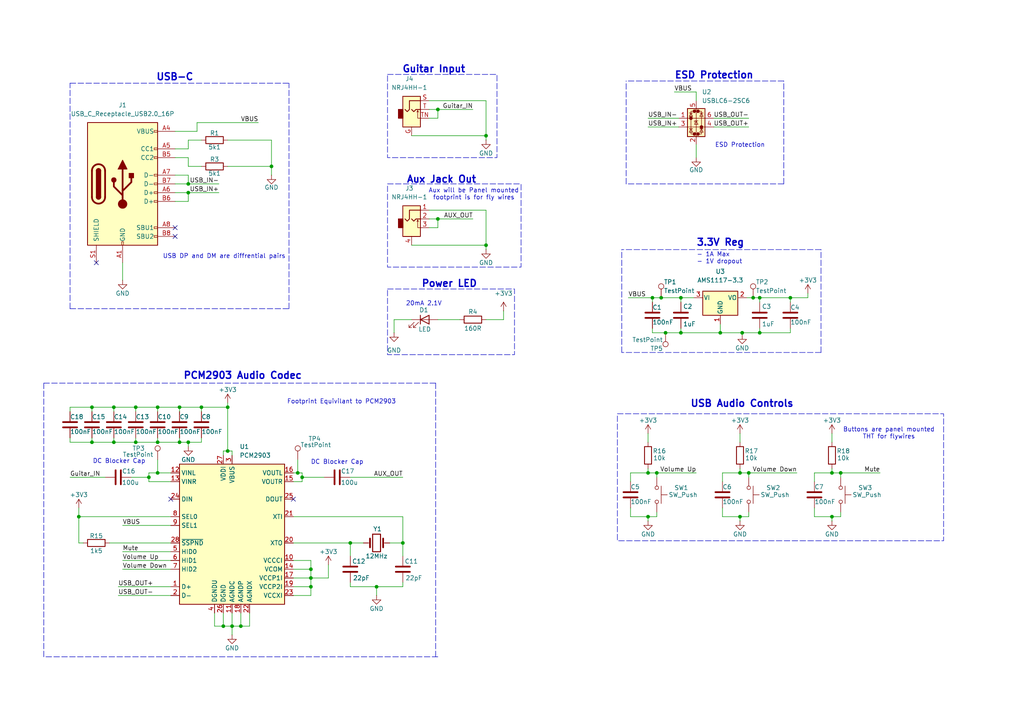
<source format=kicad_sch>
(kicad_sch
	(version 20231120)
	(generator "eeschema")
	(generator_version "8.0")
	(uuid "36240d03-1626-4615-b051-5d293cd1614f")
	(paper "A4")
	(lib_symbols
		(symbol "+3V3_1"
			(power)
			(pin_numbers hide)
			(pin_names
				(offset 0) hide)
			(exclude_from_sim no)
			(in_bom yes)
			(on_board yes)
			(property "Reference" "#PWR"
				(at 0 -3.81 0)
				(effects
					(font
						(size 1.27 1.27)
					)
					(hide yes)
				)
			)
			(property "Value" "+3V3"
				(at 0 3.556 0)
				(effects
					(font
						(size 1.27 1.27)
					)
				)
			)
			(property "Footprint" ""
				(at 0 0 0)
				(effects
					(font
						(size 1.27 1.27)
					)
					(hide yes)
				)
			)
			(property "Datasheet" ""
				(at 0 0 0)
				(effects
					(font
						(size 1.27 1.27)
					)
					(hide yes)
				)
			)
			(property "Description" "Power symbol creates a global label with name \"+3V3\""
				(at 0 0 0)
				(effects
					(font
						(size 1.27 1.27)
					)
					(hide yes)
				)
			)
			(property "ki_keywords" "global power"
				(at 0 0 0)
				(effects
					(font
						(size 1.27 1.27)
					)
					(hide yes)
				)
			)
			(symbol "+3V3_1_0_1"
				(polyline
					(pts
						(xy -0.762 1.27) (xy 0 2.54)
					)
					(stroke
						(width 0)
						(type default)
					)
					(fill
						(type none)
					)
				)
				(polyline
					(pts
						(xy 0 0) (xy 0 2.54)
					)
					(stroke
						(width 0)
						(type default)
					)
					(fill
						(type none)
					)
				)
				(polyline
					(pts
						(xy 0 2.54) (xy 0.762 1.27)
					)
					(stroke
						(width 0)
						(type default)
					)
					(fill
						(type none)
					)
				)
			)
			(symbol "+3V3_1_1_1"
				(pin power_in line
					(at 0 0 90)
					(length 0)
					(name "~"
						(effects
							(font
								(size 1.27 1.27)
							)
						)
					)
					(number "1"
						(effects
							(font
								(size 1.27 1.27)
							)
						)
					)
				)
			)
		)
		(symbol "Audio:PCM2902"
			(exclude_from_sim no)
			(in_bom yes)
			(on_board yes)
			(property "Reference" "U"
				(at -14.732 21.59 0)
				(effects
					(font
						(size 1.27 1.27)
					)
				)
			)
			(property "Value" "PCM2902"
				(at 10.922 21.59 0)
				(effects
					(font
						(size 1.27 1.27)
					)
				)
			)
			(property "Footprint" "Package_SO:SSOP-28_5.3x10.2mm_P0.65mm"
				(at 0 0 0)
				(effects
					(font
						(size 1.27 1.27)
					)
					(hide yes)
				)
			)
			(property "Datasheet" "http://www.ti.com/lit/ds/symlink/pcm2902c.pdf"
				(at 9.398 24.638 0)
				(effects
					(font
						(size 1.27 1.27)
					)
					(hide yes)
				)
			)
			(property "Description" "Stereo Audio Codec with USB interface, Analog Input/Output, and S/PDIF, SSOP-28"
				(at 0 0 0)
				(effects
					(font
						(size 1.27 1.27)
					)
					(hide yes)
				)
			)
			(property "ki_keywords" "pcm2902 usb audio"
				(at 0 0 0)
				(effects
					(font
						(size 1.27 1.27)
					)
					(hide yes)
				)
			)
			(property "ki_fp_filters" "SSOP*5.3x10.2mm*P0.65mm*"
				(at 0 0 0)
				(effects
					(font
						(size 1.27 1.27)
					)
					(hide yes)
				)
			)
			(symbol "PCM2902_0_1"
				(rectangle
					(start -15.24 20.32)
					(end 15.24 -20.32)
					(stroke
						(width 0.254)
						(type default)
					)
					(fill
						(type background)
					)
				)
			)
			(symbol "PCM2902_1_1"
				(pin bidirectional line
					(at -17.78 -15.24 0)
					(length 2.54)
					(name "D+"
						(effects
							(font
								(size 1.27 1.27)
							)
						)
					)
					(number "1"
						(effects
							(font
								(size 1.27 1.27)
							)
						)
					)
				)
				(pin passive line
					(at 17.78 -7.62 180)
					(length 2.54)
					(name "VCCCI"
						(effects
							(font
								(size 1.27 1.27)
							)
						)
					)
					(number "10"
						(effects
							(font
								(size 1.27 1.27)
							)
						)
					)
				)
				(pin power_in line
					(at 0 -22.86 90)
					(length 2.54)
					(name "AGNDC"
						(effects
							(font
								(size 1.27 1.27)
							)
						)
					)
					(number "11"
						(effects
							(font
								(size 1.27 1.27)
							)
						)
					)
				)
				(pin input line
					(at -17.78 17.78 0)
					(length 2.54)
					(name "VINL"
						(effects
							(font
								(size 1.27 1.27)
							)
						)
					)
					(number "12"
						(effects
							(font
								(size 1.27 1.27)
							)
						)
					)
				)
				(pin input line
					(at -17.78 15.24 0)
					(length 2.54)
					(name "VINR"
						(effects
							(font
								(size 1.27 1.27)
							)
						)
					)
					(number "13"
						(effects
							(font
								(size 1.27 1.27)
							)
						)
					)
				)
				(pin passive line
					(at 17.78 -10.16 180)
					(length 2.54)
					(name "VCOM"
						(effects
							(font
								(size 1.27 1.27)
							)
						)
					)
					(number "14"
						(effects
							(font
								(size 1.27 1.27)
							)
						)
					)
				)
				(pin output line
					(at 17.78 15.24 180)
					(length 2.54)
					(name "VOUTR"
						(effects
							(font
								(size 1.27 1.27)
							)
						)
					)
					(number "15"
						(effects
							(font
								(size 1.27 1.27)
							)
						)
					)
				)
				(pin output line
					(at 17.78 17.78 180)
					(length 2.54)
					(name "VOUTL"
						(effects
							(font
								(size 1.27 1.27)
							)
						)
					)
					(number "16"
						(effects
							(font
								(size 1.27 1.27)
							)
						)
					)
				)
				(pin passive line
					(at 17.78 -12.7 180)
					(length 2.54)
					(name "VCCP1I"
						(effects
							(font
								(size 1.27 1.27)
							)
						)
					)
					(number "17"
						(effects
							(font
								(size 1.27 1.27)
							)
						)
					)
				)
				(pin power_in line
					(at 2.54 -22.86 90)
					(length 2.54)
					(name "AGNDP"
						(effects
							(font
								(size 1.27 1.27)
							)
						)
					)
					(number "18"
						(effects
							(font
								(size 1.27 1.27)
							)
						)
					)
				)
				(pin passive line
					(at 17.78 -15.24 180)
					(length 2.54)
					(name "VCCP2I"
						(effects
							(font
								(size 1.27 1.27)
							)
						)
					)
					(number "19"
						(effects
							(font
								(size 1.27 1.27)
							)
						)
					)
				)
				(pin bidirectional line
					(at -17.78 -17.78 0)
					(length 2.54)
					(name "D-"
						(effects
							(font
								(size 1.27 1.27)
							)
						)
					)
					(number "2"
						(effects
							(font
								(size 1.27 1.27)
							)
						)
					)
				)
				(pin output line
					(at 17.78 -2.54 180)
					(length 2.54)
					(name "XTO"
						(effects
							(font
								(size 1.27 1.27)
							)
						)
					)
					(number "20"
						(effects
							(font
								(size 1.27 1.27)
							)
						)
					)
				)
				(pin input line
					(at 17.78 5.08 180)
					(length 2.54)
					(name "XTI"
						(effects
							(font
								(size 1.27 1.27)
							)
						)
					)
					(number "21"
						(effects
							(font
								(size 1.27 1.27)
							)
						)
					)
				)
				(pin power_in line
					(at 5.08 -22.86 90)
					(length 2.54)
					(name "AGNDX"
						(effects
							(font
								(size 1.27 1.27)
							)
						)
					)
					(number "22"
						(effects
							(font
								(size 1.27 1.27)
							)
						)
					)
				)
				(pin passive line
					(at 17.78 -17.78 180)
					(length 2.54)
					(name "VCCXI"
						(effects
							(font
								(size 1.27 1.27)
							)
						)
					)
					(number "23"
						(effects
							(font
								(size 1.27 1.27)
							)
						)
					)
				)
				(pin input line
					(at -17.78 10.16 0)
					(length 2.54)
					(name "DIN"
						(effects
							(font
								(size 1.27 1.27)
							)
						)
					)
					(number "24"
						(effects
							(font
								(size 1.27 1.27)
							)
						)
					)
				)
				(pin output line
					(at 17.78 10.16 180)
					(length 2.54)
					(name "DOUT"
						(effects
							(font
								(size 1.27 1.27)
							)
						)
					)
					(number "25"
						(effects
							(font
								(size 1.27 1.27)
							)
						)
					)
				)
				(pin power_in line
					(at -2.54 -22.86 90)
					(length 2.54)
					(name "DGND"
						(effects
							(font
								(size 1.27 1.27)
							)
						)
					)
					(number "26"
						(effects
							(font
								(size 1.27 1.27)
							)
						)
					)
				)
				(pin power_out line
					(at -2.54 22.86 270)
					(length 2.54)
					(name "VDDI"
						(effects
							(font
								(size 1.27 1.27)
							)
						)
					)
					(number "27"
						(effects
							(font
								(size 1.27 1.27)
							)
						)
					)
				)
				(pin output line
					(at -17.78 -2.54 0)
					(length 2.54)
					(name "~{SSPND}"
						(effects
							(font
								(size 1.27 1.27)
							)
						)
					)
					(number "28"
						(effects
							(font
								(size 1.27 1.27)
							)
						)
					)
				)
				(pin power_in line
					(at 0 22.86 270)
					(length 2.54)
					(name "VBUS"
						(effects
							(font
								(size 1.27 1.27)
							)
						)
					)
					(number "3"
						(effects
							(font
								(size 1.27 1.27)
							)
						)
					)
				)
				(pin power_in line
					(at -5.08 -22.86 90)
					(length 2.54)
					(name "DGNDU"
						(effects
							(font
								(size 1.27 1.27)
							)
						)
					)
					(number "4"
						(effects
							(font
								(size 1.27 1.27)
							)
						)
					)
				)
				(pin input line
					(at -17.78 -5.08 0)
					(length 2.54)
					(name "HID0"
						(effects
							(font
								(size 1.27 1.27)
							)
						)
					)
					(number "5"
						(effects
							(font
								(size 1.27 1.27)
							)
						)
					)
				)
				(pin input line
					(at -17.78 -7.62 0)
					(length 2.54)
					(name "HID1"
						(effects
							(font
								(size 1.27 1.27)
							)
						)
					)
					(number "6"
						(effects
							(font
								(size 1.27 1.27)
							)
						)
					)
				)
				(pin input line
					(at -17.78 -10.16 0)
					(length 2.54)
					(name "HID2"
						(effects
							(font
								(size 1.27 1.27)
							)
						)
					)
					(number "7"
						(effects
							(font
								(size 1.27 1.27)
							)
						)
					)
				)
				(pin input line
					(at -17.78 5.08 0)
					(length 2.54)
					(name "SEL0"
						(effects
							(font
								(size 1.27 1.27)
							)
						)
					)
					(number "8"
						(effects
							(font
								(size 1.27 1.27)
							)
						)
					)
				)
				(pin input line
					(at -17.78 2.54 0)
					(length 2.54)
					(name "SEL1"
						(effects
							(font
								(size 1.27 1.27)
							)
						)
					)
					(number "9"
						(effects
							(font
								(size 1.27 1.27)
							)
						)
					)
				)
			)
		)
		(symbol "Connector:TestPoint"
			(pin_numbers hide)
			(pin_names
				(offset 0.762) hide)
			(exclude_from_sim no)
			(in_bom yes)
			(on_board yes)
			(property "Reference" "TP"
				(at 0 6.858 0)
				(effects
					(font
						(size 1.27 1.27)
					)
				)
			)
			(property "Value" "TestPoint"
				(at 0 5.08 0)
				(effects
					(font
						(size 1.27 1.27)
					)
				)
			)
			(property "Footprint" ""
				(at 5.08 0 0)
				(effects
					(font
						(size 1.27 1.27)
					)
					(hide yes)
				)
			)
			(property "Datasheet" "~"
				(at 5.08 0 0)
				(effects
					(font
						(size 1.27 1.27)
					)
					(hide yes)
				)
			)
			(property "Description" "test point"
				(at 0 0 0)
				(effects
					(font
						(size 1.27 1.27)
					)
					(hide yes)
				)
			)
			(property "ki_keywords" "test point tp"
				(at 0 0 0)
				(effects
					(font
						(size 1.27 1.27)
					)
					(hide yes)
				)
			)
			(property "ki_fp_filters" "Pin* Test*"
				(at 0 0 0)
				(effects
					(font
						(size 1.27 1.27)
					)
					(hide yes)
				)
			)
			(symbol "TestPoint_0_1"
				(circle
					(center 0 3.302)
					(radius 0.762)
					(stroke
						(width 0)
						(type default)
					)
					(fill
						(type none)
					)
				)
			)
			(symbol "TestPoint_1_1"
				(pin passive line
					(at 0 0 90)
					(length 2.54)
					(name "1"
						(effects
							(font
								(size 1.27 1.27)
							)
						)
					)
					(number "1"
						(effects
							(font
								(size 1.27 1.27)
							)
						)
					)
				)
			)
		)
		(symbol "Connector:USB_C_Receptacle_USB2.0_16P"
			(pin_names
				(offset 1.016)
			)
			(exclude_from_sim no)
			(in_bom yes)
			(on_board yes)
			(property "Reference" "J"
				(at 0 22.225 0)
				(effects
					(font
						(size 1.27 1.27)
					)
				)
			)
			(property "Value" "USB_C_Receptacle_USB2.0_16P"
				(at 0 19.685 0)
				(effects
					(font
						(size 1.27 1.27)
					)
				)
			)
			(property "Footprint" ""
				(at 3.81 0 0)
				(effects
					(font
						(size 1.27 1.27)
					)
					(hide yes)
				)
			)
			(property "Datasheet" "https://www.usb.org/sites/default/files/documents/usb_type-c.zip"
				(at 3.81 0 0)
				(effects
					(font
						(size 1.27 1.27)
					)
					(hide yes)
				)
			)
			(property "Description" "USB 2.0-only 16P Type-C Receptacle connector"
				(at 0 0 0)
				(effects
					(font
						(size 1.27 1.27)
					)
					(hide yes)
				)
			)
			(property "ki_keywords" "usb universal serial bus type-C USB2.0"
				(at 0 0 0)
				(effects
					(font
						(size 1.27 1.27)
					)
					(hide yes)
				)
			)
			(property "ki_fp_filters" "USB*C*Receptacle*"
				(at 0 0 0)
				(effects
					(font
						(size 1.27 1.27)
					)
					(hide yes)
				)
			)
			(symbol "USB_C_Receptacle_USB2.0_16P_0_0"
				(rectangle
					(start -0.254 -17.78)
					(end 0.254 -16.764)
					(stroke
						(width 0)
						(type default)
					)
					(fill
						(type none)
					)
				)
				(rectangle
					(start 10.16 -14.986)
					(end 9.144 -15.494)
					(stroke
						(width 0)
						(type default)
					)
					(fill
						(type none)
					)
				)
				(rectangle
					(start 10.16 -12.446)
					(end 9.144 -12.954)
					(stroke
						(width 0)
						(type default)
					)
					(fill
						(type none)
					)
				)
				(rectangle
					(start 10.16 -4.826)
					(end 9.144 -5.334)
					(stroke
						(width 0)
						(type default)
					)
					(fill
						(type none)
					)
				)
				(rectangle
					(start 10.16 -2.286)
					(end 9.144 -2.794)
					(stroke
						(width 0)
						(type default)
					)
					(fill
						(type none)
					)
				)
				(rectangle
					(start 10.16 0.254)
					(end 9.144 -0.254)
					(stroke
						(width 0)
						(type default)
					)
					(fill
						(type none)
					)
				)
				(rectangle
					(start 10.16 2.794)
					(end 9.144 2.286)
					(stroke
						(width 0)
						(type default)
					)
					(fill
						(type none)
					)
				)
				(rectangle
					(start 10.16 7.874)
					(end 9.144 7.366)
					(stroke
						(width 0)
						(type default)
					)
					(fill
						(type none)
					)
				)
				(rectangle
					(start 10.16 10.414)
					(end 9.144 9.906)
					(stroke
						(width 0)
						(type default)
					)
					(fill
						(type none)
					)
				)
				(rectangle
					(start 10.16 15.494)
					(end 9.144 14.986)
					(stroke
						(width 0)
						(type default)
					)
					(fill
						(type none)
					)
				)
			)
			(symbol "USB_C_Receptacle_USB2.0_16P_0_1"
				(rectangle
					(start -10.16 17.78)
					(end 10.16 -17.78)
					(stroke
						(width 0.254)
						(type default)
					)
					(fill
						(type background)
					)
				)
				(arc
					(start -8.89 -3.81)
					(mid -6.985 -5.7067)
					(end -5.08 -3.81)
					(stroke
						(width 0.508)
						(type default)
					)
					(fill
						(type none)
					)
				)
				(arc
					(start -7.62 -3.81)
					(mid -6.985 -4.4423)
					(end -6.35 -3.81)
					(stroke
						(width 0.254)
						(type default)
					)
					(fill
						(type none)
					)
				)
				(arc
					(start -7.62 -3.81)
					(mid -6.985 -4.4423)
					(end -6.35 -3.81)
					(stroke
						(width 0.254)
						(type default)
					)
					(fill
						(type outline)
					)
				)
				(rectangle
					(start -7.62 -3.81)
					(end -6.35 3.81)
					(stroke
						(width 0.254)
						(type default)
					)
					(fill
						(type outline)
					)
				)
				(arc
					(start -6.35 3.81)
					(mid -6.985 4.4423)
					(end -7.62 3.81)
					(stroke
						(width 0.254)
						(type default)
					)
					(fill
						(type none)
					)
				)
				(arc
					(start -6.35 3.81)
					(mid -6.985 4.4423)
					(end -7.62 3.81)
					(stroke
						(width 0.254)
						(type default)
					)
					(fill
						(type outline)
					)
				)
				(arc
					(start -5.08 3.81)
					(mid -6.985 5.7067)
					(end -8.89 3.81)
					(stroke
						(width 0.508)
						(type default)
					)
					(fill
						(type none)
					)
				)
				(circle
					(center -2.54 1.143)
					(radius 0.635)
					(stroke
						(width 0.254)
						(type default)
					)
					(fill
						(type outline)
					)
				)
				(circle
					(center 0 -5.842)
					(radius 1.27)
					(stroke
						(width 0)
						(type default)
					)
					(fill
						(type outline)
					)
				)
				(polyline
					(pts
						(xy -8.89 -3.81) (xy -8.89 3.81)
					)
					(stroke
						(width 0.508)
						(type default)
					)
					(fill
						(type none)
					)
				)
				(polyline
					(pts
						(xy -5.08 3.81) (xy -5.08 -3.81)
					)
					(stroke
						(width 0.508)
						(type default)
					)
					(fill
						(type none)
					)
				)
				(polyline
					(pts
						(xy 0 -5.842) (xy 0 4.318)
					)
					(stroke
						(width 0.508)
						(type default)
					)
					(fill
						(type none)
					)
				)
				(polyline
					(pts
						(xy 0 -3.302) (xy -2.54 -0.762) (xy -2.54 0.508)
					)
					(stroke
						(width 0.508)
						(type default)
					)
					(fill
						(type none)
					)
				)
				(polyline
					(pts
						(xy 0 -2.032) (xy 2.54 0.508) (xy 2.54 1.778)
					)
					(stroke
						(width 0.508)
						(type default)
					)
					(fill
						(type none)
					)
				)
				(polyline
					(pts
						(xy -1.27 4.318) (xy 0 6.858) (xy 1.27 4.318) (xy -1.27 4.318)
					)
					(stroke
						(width 0.254)
						(type default)
					)
					(fill
						(type outline)
					)
				)
				(rectangle
					(start 1.905 1.778)
					(end 3.175 3.048)
					(stroke
						(width 0.254)
						(type default)
					)
					(fill
						(type outline)
					)
				)
			)
			(symbol "USB_C_Receptacle_USB2.0_16P_1_1"
				(pin passive line
					(at 0 -22.86 90)
					(length 5.08)
					(name "GND"
						(effects
							(font
								(size 1.27 1.27)
							)
						)
					)
					(number "A1"
						(effects
							(font
								(size 1.27 1.27)
							)
						)
					)
				)
				(pin passive line
					(at 0 -22.86 90)
					(length 5.08) hide
					(name "GND"
						(effects
							(font
								(size 1.27 1.27)
							)
						)
					)
					(number "A12"
						(effects
							(font
								(size 1.27 1.27)
							)
						)
					)
				)
				(pin passive line
					(at 15.24 15.24 180)
					(length 5.08)
					(name "VBUS"
						(effects
							(font
								(size 1.27 1.27)
							)
						)
					)
					(number "A4"
						(effects
							(font
								(size 1.27 1.27)
							)
						)
					)
				)
				(pin bidirectional line
					(at 15.24 10.16 180)
					(length 5.08)
					(name "CC1"
						(effects
							(font
								(size 1.27 1.27)
							)
						)
					)
					(number "A5"
						(effects
							(font
								(size 1.27 1.27)
							)
						)
					)
				)
				(pin bidirectional line
					(at 15.24 -2.54 180)
					(length 5.08)
					(name "D+"
						(effects
							(font
								(size 1.27 1.27)
							)
						)
					)
					(number "A6"
						(effects
							(font
								(size 1.27 1.27)
							)
						)
					)
				)
				(pin bidirectional line
					(at 15.24 2.54 180)
					(length 5.08)
					(name "D-"
						(effects
							(font
								(size 1.27 1.27)
							)
						)
					)
					(number "A7"
						(effects
							(font
								(size 1.27 1.27)
							)
						)
					)
				)
				(pin bidirectional line
					(at 15.24 -12.7 180)
					(length 5.08)
					(name "SBU1"
						(effects
							(font
								(size 1.27 1.27)
							)
						)
					)
					(number "A8"
						(effects
							(font
								(size 1.27 1.27)
							)
						)
					)
				)
				(pin passive line
					(at 15.24 15.24 180)
					(length 5.08) hide
					(name "VBUS"
						(effects
							(font
								(size 1.27 1.27)
							)
						)
					)
					(number "A9"
						(effects
							(font
								(size 1.27 1.27)
							)
						)
					)
				)
				(pin passive line
					(at 0 -22.86 90)
					(length 5.08) hide
					(name "GND"
						(effects
							(font
								(size 1.27 1.27)
							)
						)
					)
					(number "B1"
						(effects
							(font
								(size 1.27 1.27)
							)
						)
					)
				)
				(pin passive line
					(at 0 -22.86 90)
					(length 5.08) hide
					(name "GND"
						(effects
							(font
								(size 1.27 1.27)
							)
						)
					)
					(number "B12"
						(effects
							(font
								(size 1.27 1.27)
							)
						)
					)
				)
				(pin passive line
					(at 15.24 15.24 180)
					(length 5.08) hide
					(name "VBUS"
						(effects
							(font
								(size 1.27 1.27)
							)
						)
					)
					(number "B4"
						(effects
							(font
								(size 1.27 1.27)
							)
						)
					)
				)
				(pin bidirectional line
					(at 15.24 7.62 180)
					(length 5.08)
					(name "CC2"
						(effects
							(font
								(size 1.27 1.27)
							)
						)
					)
					(number "B5"
						(effects
							(font
								(size 1.27 1.27)
							)
						)
					)
				)
				(pin bidirectional line
					(at 15.24 -5.08 180)
					(length 5.08)
					(name "D+"
						(effects
							(font
								(size 1.27 1.27)
							)
						)
					)
					(number "B6"
						(effects
							(font
								(size 1.27 1.27)
							)
						)
					)
				)
				(pin bidirectional line
					(at 15.24 0 180)
					(length 5.08)
					(name "D-"
						(effects
							(font
								(size 1.27 1.27)
							)
						)
					)
					(number "B7"
						(effects
							(font
								(size 1.27 1.27)
							)
						)
					)
				)
				(pin bidirectional line
					(at 15.24 -15.24 180)
					(length 5.08)
					(name "SBU2"
						(effects
							(font
								(size 1.27 1.27)
							)
						)
					)
					(number "B8"
						(effects
							(font
								(size 1.27 1.27)
							)
						)
					)
				)
				(pin passive line
					(at 15.24 15.24 180)
					(length 5.08) hide
					(name "VBUS"
						(effects
							(font
								(size 1.27 1.27)
							)
						)
					)
					(number "B9"
						(effects
							(font
								(size 1.27 1.27)
							)
						)
					)
				)
				(pin passive line
					(at -7.62 -22.86 90)
					(length 5.08)
					(name "SHIELD"
						(effects
							(font
								(size 1.27 1.27)
							)
						)
					)
					(number "S1"
						(effects
							(font
								(size 1.27 1.27)
							)
						)
					)
				)
			)
		)
		(symbol "Connector_Audio:NRJ4HH-1"
			(exclude_from_sim no)
			(in_bom yes)
			(on_board yes)
			(property "Reference" "J"
				(at 0 8.89 0)
				(effects
					(font
						(size 1.27 1.27)
					)
				)
			)
			(property "Value" "NRJ4HH-1"
				(at 0 6.35 0)
				(effects
					(font
						(size 1.27 1.27)
					)
				)
			)
			(property "Footprint" "Connector_Audio:Jack_6.35mm_Neutrik_NRJ4HH-1_Horizontal"
				(at 0 0 0)
				(effects
					(font
						(size 1.27 1.27)
					)
					(hide yes)
				)
			)
			(property "Datasheet" "https://www.neutrik.com/en/product/nrj4hh-1"
				(at 0 0 0)
				(effects
					(font
						(size 1.27 1.27)
					)
					(hide yes)
				)
			)
			(property "Description" "Slim Jacks, 6.35mm (1/4in) mono jack, switched, half threaded nose, sleeve contact/front panel connection"
				(at 0 0 0)
				(effects
					(font
						(size 1.27 1.27)
					)
					(hide yes)
				)
			)
			(property "ki_keywords" "audio jack receptacle mono headphones phone TS connector neutrik"
				(at 0 0 0)
				(effects
					(font
						(size 1.27 1.27)
					)
					(hide yes)
				)
			)
			(property "ki_fp_filters" "Jack*"
				(at 0 0 0)
				(effects
					(font
						(size 1.27 1.27)
					)
					(hide yes)
				)
			)
			(symbol "NRJ4HH-1_0_1"
				(rectangle
					(start -2.54 0)
					(end -3.81 -2.54)
					(stroke
						(width 0.254)
						(type default)
					)
					(fill
						(type outline)
					)
				)
				(polyline
					(pts
						(xy 1.778 -0.254) (xy 2.032 -0.762)
					)
					(stroke
						(width 0)
						(type default)
					)
					(fill
						(type none)
					)
				)
				(polyline
					(pts
						(xy 0 0) (xy 0.635 -0.635) (xy 1.27 0) (xy 2.54 0)
					)
					(stroke
						(width 0.254)
						(type default)
					)
					(fill
						(type none)
					)
				)
				(polyline
					(pts
						(xy 2.54 -2.54) (xy 1.778 -2.54) (xy 1.778 -0.254) (xy 1.524 -0.762)
					)
					(stroke
						(width 0)
						(type default)
					)
					(fill
						(type none)
					)
				)
				(polyline
					(pts
						(xy 2.54 2.54) (xy -0.635 2.54) (xy -0.635 0) (xy -1.27 -0.635) (xy -1.905 0)
					)
					(stroke
						(width 0.254)
						(type default)
					)
					(fill
						(type none)
					)
				)
				(rectangle
					(start 2.54 3.81)
					(end -2.54 -5.08)
					(stroke
						(width 0.254)
						(type default)
					)
					(fill
						(type background)
					)
				)
			)
			(symbol "NRJ4HH-1_1_1"
				(pin passive line
					(at 0 -7.62 90)
					(length 2.54)
					(name "~"
						(effects
							(font
								(size 1.27 1.27)
							)
						)
					)
					(number "G"
						(effects
							(font
								(size 1.27 1.27)
							)
						)
					)
				)
				(pin passive line
					(at 5.08 2.54 180)
					(length 2.54)
					(name "~"
						(effects
							(font
								(size 1.27 1.27)
							)
						)
					)
					(number "S"
						(effects
							(font
								(size 1.27 1.27)
							)
						)
					)
				)
				(pin passive line
					(at 5.08 0 180)
					(length 2.54)
					(name "~"
						(effects
							(font
								(size 1.27 1.27)
							)
						)
					)
					(number "T"
						(effects
							(font
								(size 1.27 1.27)
							)
						)
					)
				)
				(pin passive line
					(at 5.08 -2.54 180)
					(length 2.54)
					(name "~"
						(effects
							(font
								(size 1.27 1.27)
							)
						)
					)
					(number "TN"
						(effects
							(font
								(size 1.27 1.27)
							)
						)
					)
				)
			)
		)
		(symbol "Device:C"
			(pin_numbers hide)
			(pin_names
				(offset 0.254)
			)
			(exclude_from_sim no)
			(in_bom yes)
			(on_board yes)
			(property "Reference" "C"
				(at 0.635 2.54 0)
				(effects
					(font
						(size 1.27 1.27)
					)
					(justify left)
				)
			)
			(property "Value" "C"
				(at 0.635 -2.54 0)
				(effects
					(font
						(size 1.27 1.27)
					)
					(justify left)
				)
			)
			(property "Footprint" ""
				(at 0.9652 -3.81 0)
				(effects
					(font
						(size 1.27 1.27)
					)
					(hide yes)
				)
			)
			(property "Datasheet" "~"
				(at 0 0 0)
				(effects
					(font
						(size 1.27 1.27)
					)
					(hide yes)
				)
			)
			(property "Description" "Unpolarized capacitor"
				(at 0 0 0)
				(effects
					(font
						(size 1.27 1.27)
					)
					(hide yes)
				)
			)
			(property "ki_keywords" "cap capacitor"
				(at 0 0 0)
				(effects
					(font
						(size 1.27 1.27)
					)
					(hide yes)
				)
			)
			(property "ki_fp_filters" "C_*"
				(at 0 0 0)
				(effects
					(font
						(size 1.27 1.27)
					)
					(hide yes)
				)
			)
			(symbol "C_0_1"
				(polyline
					(pts
						(xy -2.032 -0.762) (xy 2.032 -0.762)
					)
					(stroke
						(width 0.508)
						(type default)
					)
					(fill
						(type none)
					)
				)
				(polyline
					(pts
						(xy -2.032 0.762) (xy 2.032 0.762)
					)
					(stroke
						(width 0.508)
						(type default)
					)
					(fill
						(type none)
					)
				)
			)
			(symbol "C_1_1"
				(pin passive line
					(at 0 3.81 270)
					(length 2.794)
					(name "~"
						(effects
							(font
								(size 1.27 1.27)
							)
						)
					)
					(number "1"
						(effects
							(font
								(size 1.27 1.27)
							)
						)
					)
				)
				(pin passive line
					(at 0 -3.81 90)
					(length 2.794)
					(name "~"
						(effects
							(font
								(size 1.27 1.27)
							)
						)
					)
					(number "2"
						(effects
							(font
								(size 1.27 1.27)
							)
						)
					)
				)
			)
		)
		(symbol "Device:Crystal"
			(pin_numbers hide)
			(pin_names
				(offset 1.016) hide)
			(exclude_from_sim no)
			(in_bom yes)
			(on_board yes)
			(property "Reference" "Y"
				(at 0 3.81 0)
				(effects
					(font
						(size 1.27 1.27)
					)
				)
			)
			(property "Value" "Crystal"
				(at 0 -3.81 0)
				(effects
					(font
						(size 1.27 1.27)
					)
				)
			)
			(property "Footprint" ""
				(at 0 0 0)
				(effects
					(font
						(size 1.27 1.27)
					)
					(hide yes)
				)
			)
			(property "Datasheet" "~"
				(at 0 0 0)
				(effects
					(font
						(size 1.27 1.27)
					)
					(hide yes)
				)
			)
			(property "Description" "Two pin crystal"
				(at 0 0 0)
				(effects
					(font
						(size 1.27 1.27)
					)
					(hide yes)
				)
			)
			(property "ki_keywords" "quartz ceramic resonator oscillator"
				(at 0 0 0)
				(effects
					(font
						(size 1.27 1.27)
					)
					(hide yes)
				)
			)
			(property "ki_fp_filters" "Crystal*"
				(at 0 0 0)
				(effects
					(font
						(size 1.27 1.27)
					)
					(hide yes)
				)
			)
			(symbol "Crystal_0_1"
				(rectangle
					(start -1.143 2.54)
					(end 1.143 -2.54)
					(stroke
						(width 0.3048)
						(type default)
					)
					(fill
						(type none)
					)
				)
				(polyline
					(pts
						(xy -2.54 0) (xy -1.905 0)
					)
					(stroke
						(width 0)
						(type default)
					)
					(fill
						(type none)
					)
				)
				(polyline
					(pts
						(xy -1.905 -1.27) (xy -1.905 1.27)
					)
					(stroke
						(width 0.508)
						(type default)
					)
					(fill
						(type none)
					)
				)
				(polyline
					(pts
						(xy 1.905 -1.27) (xy 1.905 1.27)
					)
					(stroke
						(width 0.508)
						(type default)
					)
					(fill
						(type none)
					)
				)
				(polyline
					(pts
						(xy 2.54 0) (xy 1.905 0)
					)
					(stroke
						(width 0)
						(type default)
					)
					(fill
						(type none)
					)
				)
			)
			(symbol "Crystal_1_1"
				(pin passive line
					(at -3.81 0 0)
					(length 1.27)
					(name "1"
						(effects
							(font
								(size 1.27 1.27)
							)
						)
					)
					(number "1"
						(effects
							(font
								(size 1.27 1.27)
							)
						)
					)
				)
				(pin passive line
					(at 3.81 0 180)
					(length 1.27)
					(name "2"
						(effects
							(font
								(size 1.27 1.27)
							)
						)
					)
					(number "2"
						(effects
							(font
								(size 1.27 1.27)
							)
						)
					)
				)
			)
		)
		(symbol "Device:LED"
			(pin_numbers hide)
			(pin_names
				(offset 1.016) hide)
			(exclude_from_sim no)
			(in_bom yes)
			(on_board yes)
			(property "Reference" "D"
				(at 0 2.54 0)
				(effects
					(font
						(size 1.27 1.27)
					)
				)
			)
			(property "Value" "LED"
				(at 0 -2.54 0)
				(effects
					(font
						(size 1.27 1.27)
					)
				)
			)
			(property "Footprint" ""
				(at 0 0 0)
				(effects
					(font
						(size 1.27 1.27)
					)
					(hide yes)
				)
			)
			(property "Datasheet" "~"
				(at 0 0 0)
				(effects
					(font
						(size 1.27 1.27)
					)
					(hide yes)
				)
			)
			(property "Description" "Light emitting diode"
				(at 0 0 0)
				(effects
					(font
						(size 1.27 1.27)
					)
					(hide yes)
				)
			)
			(property "ki_keywords" "LED diode"
				(at 0 0 0)
				(effects
					(font
						(size 1.27 1.27)
					)
					(hide yes)
				)
			)
			(property "ki_fp_filters" "LED* LED_SMD:* LED_THT:*"
				(at 0 0 0)
				(effects
					(font
						(size 1.27 1.27)
					)
					(hide yes)
				)
			)
			(symbol "LED_0_1"
				(polyline
					(pts
						(xy -1.27 -1.27) (xy -1.27 1.27)
					)
					(stroke
						(width 0.254)
						(type default)
					)
					(fill
						(type none)
					)
				)
				(polyline
					(pts
						(xy -1.27 0) (xy 1.27 0)
					)
					(stroke
						(width 0)
						(type default)
					)
					(fill
						(type none)
					)
				)
				(polyline
					(pts
						(xy 1.27 -1.27) (xy 1.27 1.27) (xy -1.27 0) (xy 1.27 -1.27)
					)
					(stroke
						(width 0.254)
						(type default)
					)
					(fill
						(type none)
					)
				)
				(polyline
					(pts
						(xy -3.048 -0.762) (xy -4.572 -2.286) (xy -3.81 -2.286) (xy -4.572 -2.286) (xy -4.572 -1.524)
					)
					(stroke
						(width 0)
						(type default)
					)
					(fill
						(type none)
					)
				)
				(polyline
					(pts
						(xy -1.778 -0.762) (xy -3.302 -2.286) (xy -2.54 -2.286) (xy -3.302 -2.286) (xy -3.302 -1.524)
					)
					(stroke
						(width 0)
						(type default)
					)
					(fill
						(type none)
					)
				)
			)
			(symbol "LED_1_1"
				(pin passive line
					(at -3.81 0 0)
					(length 2.54)
					(name "K"
						(effects
							(font
								(size 1.27 1.27)
							)
						)
					)
					(number "1"
						(effects
							(font
								(size 1.27 1.27)
							)
						)
					)
				)
				(pin passive line
					(at 3.81 0 180)
					(length 2.54)
					(name "A"
						(effects
							(font
								(size 1.27 1.27)
							)
						)
					)
					(number "2"
						(effects
							(font
								(size 1.27 1.27)
							)
						)
					)
				)
			)
		)
		(symbol "Device:R"
			(pin_numbers hide)
			(pin_names
				(offset 0)
			)
			(exclude_from_sim no)
			(in_bom yes)
			(on_board yes)
			(property "Reference" "R"
				(at 2.032 0 90)
				(effects
					(font
						(size 1.27 1.27)
					)
				)
			)
			(property "Value" "R"
				(at 0 0 90)
				(effects
					(font
						(size 1.27 1.27)
					)
				)
			)
			(property "Footprint" ""
				(at -1.778 0 90)
				(effects
					(font
						(size 1.27 1.27)
					)
					(hide yes)
				)
			)
			(property "Datasheet" "~"
				(at 0 0 0)
				(effects
					(font
						(size 1.27 1.27)
					)
					(hide yes)
				)
			)
			(property "Description" "Resistor"
				(at 0 0 0)
				(effects
					(font
						(size 1.27 1.27)
					)
					(hide yes)
				)
			)
			(property "ki_keywords" "R res resistor"
				(at 0 0 0)
				(effects
					(font
						(size 1.27 1.27)
					)
					(hide yes)
				)
			)
			(property "ki_fp_filters" "R_*"
				(at 0 0 0)
				(effects
					(font
						(size 1.27 1.27)
					)
					(hide yes)
				)
			)
			(symbol "R_0_1"
				(rectangle
					(start -1.016 -2.54)
					(end 1.016 2.54)
					(stroke
						(width 0.254)
						(type default)
					)
					(fill
						(type none)
					)
				)
			)
			(symbol "R_1_1"
				(pin passive line
					(at 0 3.81 270)
					(length 1.27)
					(name "~"
						(effects
							(font
								(size 1.27 1.27)
							)
						)
					)
					(number "1"
						(effects
							(font
								(size 1.27 1.27)
							)
						)
					)
				)
				(pin passive line
					(at 0 -3.81 90)
					(length 1.27)
					(name "~"
						(effects
							(font
								(size 1.27 1.27)
							)
						)
					)
					(number "2"
						(effects
							(font
								(size 1.27 1.27)
							)
						)
					)
				)
			)
		)
		(symbol "NRJ4HH-1_1"
			(exclude_from_sim no)
			(in_bom yes)
			(on_board yes)
			(property "Reference" "J2"
				(at -0.635 8.89 0)
				(effects
					(font
						(size 1.27 1.27)
					)
				)
			)
			(property "Value" "NRJ4HH-1"
				(at -0.635 6.35 0)
				(effects
					(font
						(size 1.27 1.27)
					)
				)
			)
			(property "Footprint" "Connector_PinHeader_2.54mm:PinHeader_1x04_P2.54mm_Vertical"
				(at 0 0 0)
				(effects
					(font
						(size 1.27 1.27)
					)
					(hide yes)
				)
			)
			(property "Datasheet" "https://www.neutrik.com/en/product/nrj4hh-1"
				(at 0 0 0)
				(effects
					(font
						(size 1.27 1.27)
					)
					(hide yes)
				)
			)
			(property "Description" "Slim Jacks, 6.35mm (1/4in) mono jack, switched, half threaded nose, sleeve contact/front panel connection"
				(at 0 0 0)
				(effects
					(font
						(size 1.27 1.27)
					)
					(hide yes)
				)
			)
			(property "ki_keywords" "audio jack receptacle mono headphones phone TS connector neutrik"
				(at 0 0 0)
				(effects
					(font
						(size 1.27 1.27)
					)
					(hide yes)
				)
			)
			(property "ki_fp_filters" "Jack*"
				(at 0 0 0)
				(effects
					(font
						(size 1.27 1.27)
					)
					(hide yes)
				)
			)
			(symbol "NRJ4HH-1_1_0_1"
				(rectangle
					(start -2.54 0)
					(end -3.81 -2.54)
					(stroke
						(width 0.254)
						(type default)
					)
					(fill
						(type outline)
					)
				)
				(polyline
					(pts
						(xy 1.778 -0.254) (xy 2.032 -0.762)
					)
					(stroke
						(width 0)
						(type default)
					)
					(fill
						(type none)
					)
				)
				(polyline
					(pts
						(xy 0 0) (xy 0.635 -0.635) (xy 1.27 0) (xy 2.54 0)
					)
					(stroke
						(width 0.254)
						(type default)
					)
					(fill
						(type none)
					)
				)
				(polyline
					(pts
						(xy 2.54 -2.54) (xy 1.778 -2.54) (xy 1.778 -0.254) (xy 1.524 -0.762)
					)
					(stroke
						(width 0)
						(type default)
					)
					(fill
						(type none)
					)
				)
				(polyline
					(pts
						(xy 2.54 2.54) (xy -0.635 2.54) (xy -0.635 0) (xy -1.27 -0.635) (xy -1.905 0)
					)
					(stroke
						(width 0.254)
						(type default)
					)
					(fill
						(type none)
					)
				)
				(rectangle
					(start 2.54 3.81)
					(end -2.54 -5.08)
					(stroke
						(width 0.254)
						(type default)
					)
					(fill
						(type background)
					)
				)
			)
			(symbol "NRJ4HH-1_1_1_1"
				(pin passive line
					(at 5.08 2.54 180)
					(length 2.54)
					(name "~"
						(effects
							(font
								(size 1.27 1.27)
							)
						)
					)
					(number "1"
						(effects
							(font
								(size 1.27 1.27)
							)
						)
					)
				)
				(pin passive line
					(at 5.08 0 180)
					(length 2.54)
					(name "~"
						(effects
							(font
								(size 1.27 1.27)
							)
						)
					)
					(number "2"
						(effects
							(font
								(size 1.27 1.27)
							)
						)
					)
				)
				(pin passive line
					(at 5.08 -2.54 180)
					(length 2.54)
					(name "~"
						(effects
							(font
								(size 1.27 1.27)
							)
						)
					)
					(number "3"
						(effects
							(font
								(size 1.27 1.27)
							)
						)
					)
				)
				(pin passive line
					(at 0 -7.62 90)
					(length 2.54)
					(name "~"
						(effects
							(font
								(size 1.27 1.27)
							)
						)
					)
					(number "4"
						(effects
							(font
								(size 1.27 1.27)
							)
						)
					)
				)
			)
		)
		(symbol "Power_Protection:USBLC6-2SC6"
			(pin_names hide)
			(exclude_from_sim no)
			(in_bom yes)
			(on_board yes)
			(property "Reference" "U"
				(at 0.635 5.715 0)
				(effects
					(font
						(size 1.27 1.27)
					)
					(justify left)
				)
			)
			(property "Value" "USBLC6-2SC6"
				(at 0.635 3.81 0)
				(effects
					(font
						(size 1.27 1.27)
					)
					(justify left)
				)
			)
			(property "Footprint" "Package_TO_SOT_SMD:SOT-23-6"
				(at 1.27 -6.35 0)
				(effects
					(font
						(size 1.27 1.27)
						(italic yes)
					)
					(justify left)
					(hide yes)
				)
			)
			(property "Datasheet" "https://www.st.com/resource/en/datasheet/usblc6-2.pdf"
				(at 1.27 -8.255 0)
				(effects
					(font
						(size 1.27 1.27)
					)
					(justify left)
					(hide yes)
				)
			)
			(property "Description" "Very low capacitance ESD protection diode, 2 data-line, SOT-23-6"
				(at 0 0 0)
				(effects
					(font
						(size 1.27 1.27)
					)
					(hide yes)
				)
			)
			(property "ki_keywords" "usb ethernet video"
				(at 0 0 0)
				(effects
					(font
						(size 1.27 1.27)
					)
					(hide yes)
				)
			)
			(property "ki_fp_filters" "SOT?23*"
				(at 0 0 0)
				(effects
					(font
						(size 1.27 1.27)
					)
					(hide yes)
				)
			)
			(symbol "USBLC6-2SC6_0_0"
				(circle
					(center -1.524 0)
					(radius 0.0001)
					(stroke
						(width 0.508)
						(type default)
					)
					(fill
						(type none)
					)
				)
				(circle
					(center -0.508 -4.572)
					(radius 0.0001)
					(stroke
						(width 0.508)
						(type default)
					)
					(fill
						(type none)
					)
				)
				(circle
					(center -0.508 2.032)
					(radius 0.0001)
					(stroke
						(width 0.508)
						(type default)
					)
					(fill
						(type none)
					)
				)
				(circle
					(center 0.508 -4.572)
					(radius 0.0001)
					(stroke
						(width 0.508)
						(type default)
					)
					(fill
						(type none)
					)
				)
				(circle
					(center 0.508 2.032)
					(radius 0.0001)
					(stroke
						(width 0.508)
						(type default)
					)
					(fill
						(type none)
					)
				)
				(circle
					(center 1.524 -2.54)
					(radius 0.0001)
					(stroke
						(width 0.508)
						(type default)
					)
					(fill
						(type none)
					)
				)
			)
			(symbol "USBLC6-2SC6_0_1"
				(polyline
					(pts
						(xy -2.54 -2.54) (xy 2.54 -2.54)
					)
					(stroke
						(width 0)
						(type default)
					)
					(fill
						(type none)
					)
				)
				(polyline
					(pts
						(xy -2.54 0) (xy 2.54 0)
					)
					(stroke
						(width 0)
						(type default)
					)
					(fill
						(type none)
					)
				)
				(polyline
					(pts
						(xy -2.032 -3.048) (xy -1.016 -3.048)
					)
					(stroke
						(width 0)
						(type default)
					)
					(fill
						(type none)
					)
				)
				(polyline
					(pts
						(xy -1.016 1.524) (xy -2.032 1.524)
					)
					(stroke
						(width 0)
						(type default)
					)
					(fill
						(type none)
					)
				)
				(polyline
					(pts
						(xy 1.016 -3.048) (xy 2.032 -3.048)
					)
					(stroke
						(width 0)
						(type default)
					)
					(fill
						(type none)
					)
				)
				(polyline
					(pts
						(xy 1.016 1.524) (xy 2.032 1.524)
					)
					(stroke
						(width 0)
						(type default)
					)
					(fill
						(type none)
					)
				)
				(polyline
					(pts
						(xy -0.508 -1.143) (xy -0.508 -0.762) (xy 0.508 -0.762)
					)
					(stroke
						(width 0)
						(type default)
					)
					(fill
						(type none)
					)
				)
				(polyline
					(pts
						(xy -2.032 0.508) (xy -1.016 0.508) (xy -1.524 1.524) (xy -2.032 0.508)
					)
					(stroke
						(width 0)
						(type default)
					)
					(fill
						(type none)
					)
				)
				(polyline
					(pts
						(xy -1.016 -4.064) (xy -2.032 -4.064) (xy -1.524 -3.048) (xy -1.016 -4.064)
					)
					(stroke
						(width 0)
						(type default)
					)
					(fill
						(type none)
					)
				)
				(polyline
					(pts
						(xy 0.508 -1.778) (xy -0.508 -1.778) (xy 0 -0.762) (xy 0.508 -1.778)
					)
					(stroke
						(width 0)
						(type default)
					)
					(fill
						(type none)
					)
				)
				(polyline
					(pts
						(xy 2.032 -4.064) (xy 1.016 -4.064) (xy 1.524 -3.048) (xy 2.032 -4.064)
					)
					(stroke
						(width 0)
						(type default)
					)
					(fill
						(type none)
					)
				)
				(polyline
					(pts
						(xy 2.032 0.508) (xy 1.016 0.508) (xy 1.524 1.524) (xy 2.032 0.508)
					)
					(stroke
						(width 0)
						(type default)
					)
					(fill
						(type none)
					)
				)
				(polyline
					(pts
						(xy 0 2.54) (xy -0.508 2.032) (xy 0.508 2.032) (xy 0 1.524) (xy 0 -4.064) (xy -0.508 -4.572) (xy 0.508 -4.572)
						(xy 0 -5.08)
					)
					(stroke
						(width 0)
						(type default)
					)
					(fill
						(type none)
					)
				)
			)
			(symbol "USBLC6-2SC6_1_1"
				(rectangle
					(start -2.54 2.794)
					(end 2.54 -5.334)
					(stroke
						(width 0.254)
						(type default)
					)
					(fill
						(type background)
					)
				)
				(polyline
					(pts
						(xy -0.508 2.032) (xy -1.524 2.032) (xy -1.524 -4.572) (xy -0.508 -4.572)
					)
					(stroke
						(width 0)
						(type default)
					)
					(fill
						(type none)
					)
				)
				(polyline
					(pts
						(xy 0.508 -4.572) (xy 1.524 -4.572) (xy 1.524 2.032) (xy 0.508 2.032)
					)
					(stroke
						(width 0)
						(type default)
					)
					(fill
						(type none)
					)
				)
				(pin passive line
					(at -5.08 0 0)
					(length 2.54)
					(name "I/O1"
						(effects
							(font
								(size 1.27 1.27)
							)
						)
					)
					(number "1"
						(effects
							(font
								(size 1.27 1.27)
							)
						)
					)
				)
				(pin passive line
					(at 0 -7.62 90)
					(length 2.54)
					(name "GND"
						(effects
							(font
								(size 1.27 1.27)
							)
						)
					)
					(number "2"
						(effects
							(font
								(size 1.27 1.27)
							)
						)
					)
				)
				(pin passive line
					(at -5.08 -2.54 0)
					(length 2.54)
					(name "I/O2"
						(effects
							(font
								(size 1.27 1.27)
							)
						)
					)
					(number "3"
						(effects
							(font
								(size 1.27 1.27)
							)
						)
					)
				)
				(pin passive line
					(at 5.08 -2.54 180)
					(length 2.54)
					(name "I/O2"
						(effects
							(font
								(size 1.27 1.27)
							)
						)
					)
					(number "4"
						(effects
							(font
								(size 1.27 1.27)
							)
						)
					)
				)
				(pin passive line
					(at 0 5.08 270)
					(length 2.54)
					(name "VBUS"
						(effects
							(font
								(size 1.27 1.27)
							)
						)
					)
					(number "5"
						(effects
							(font
								(size 1.27 1.27)
							)
						)
					)
				)
				(pin passive line
					(at 5.08 0 180)
					(length 2.54)
					(name "I/O1"
						(effects
							(font
								(size 1.27 1.27)
							)
						)
					)
					(number "6"
						(effects
							(font
								(size 1.27 1.27)
							)
						)
					)
				)
			)
		)
		(symbol "Regulator_Linear:AMS1117-3.3"
			(pin_names
				(offset 0.254)
			)
			(exclude_from_sim no)
			(in_bom yes)
			(on_board yes)
			(property "Reference" "U"
				(at -3.81 3.175 0)
				(effects
					(font
						(size 1.27 1.27)
					)
				)
			)
			(property "Value" "AMS1117-3.3"
				(at 0 3.175 0)
				(effects
					(font
						(size 1.27 1.27)
					)
					(justify left)
				)
			)
			(property "Footprint" "Package_TO_SOT_SMD:SOT-223-3_TabPin2"
				(at 0 5.08 0)
				(effects
					(font
						(size 1.27 1.27)
					)
					(hide yes)
				)
			)
			(property "Datasheet" "http://www.advanced-monolithic.com/pdf/ds1117.pdf"
				(at 2.54 -6.35 0)
				(effects
					(font
						(size 1.27 1.27)
					)
					(hide yes)
				)
			)
			(property "Description" "1A Low Dropout regulator, positive, 3.3V fixed output, SOT-223"
				(at 0 0 0)
				(effects
					(font
						(size 1.27 1.27)
					)
					(hide yes)
				)
			)
			(property "ki_keywords" "linear regulator ldo fixed positive"
				(at 0 0 0)
				(effects
					(font
						(size 1.27 1.27)
					)
					(hide yes)
				)
			)
			(property "ki_fp_filters" "SOT?223*TabPin2*"
				(at 0 0 0)
				(effects
					(font
						(size 1.27 1.27)
					)
					(hide yes)
				)
			)
			(symbol "AMS1117-3.3_0_1"
				(rectangle
					(start -5.08 -5.08)
					(end 5.08 1.905)
					(stroke
						(width 0.254)
						(type default)
					)
					(fill
						(type background)
					)
				)
			)
			(symbol "AMS1117-3.3_1_1"
				(pin power_in line
					(at 0 -7.62 90)
					(length 2.54)
					(name "GND"
						(effects
							(font
								(size 1.27 1.27)
							)
						)
					)
					(number "1"
						(effects
							(font
								(size 1.27 1.27)
							)
						)
					)
				)
				(pin power_out line
					(at 7.62 0 180)
					(length 2.54)
					(name "VO"
						(effects
							(font
								(size 1.27 1.27)
							)
						)
					)
					(number "2"
						(effects
							(font
								(size 1.27 1.27)
							)
						)
					)
				)
				(pin power_in line
					(at -7.62 0 0)
					(length 2.54)
					(name "VI"
						(effects
							(font
								(size 1.27 1.27)
							)
						)
					)
					(number "3"
						(effects
							(font
								(size 1.27 1.27)
							)
						)
					)
				)
			)
		)
		(symbol "Switch:SW_Push"
			(pin_numbers hide)
			(pin_names
				(offset 1.016) hide)
			(exclude_from_sim no)
			(in_bom yes)
			(on_board yes)
			(property "Reference" "SW"
				(at 1.27 2.54 0)
				(effects
					(font
						(size 1.27 1.27)
					)
					(justify left)
				)
			)
			(property "Value" "SW_Push"
				(at 0 -1.524 0)
				(effects
					(font
						(size 1.27 1.27)
					)
				)
			)
			(property "Footprint" ""
				(at 0 5.08 0)
				(effects
					(font
						(size 1.27 1.27)
					)
					(hide yes)
				)
			)
			(property "Datasheet" "~"
				(at 0 5.08 0)
				(effects
					(font
						(size 1.27 1.27)
					)
					(hide yes)
				)
			)
			(property "Description" "Push button switch, generic, two pins"
				(at 0 0 0)
				(effects
					(font
						(size 1.27 1.27)
					)
					(hide yes)
				)
			)
			(property "ki_keywords" "switch normally-open pushbutton push-button"
				(at 0 0 0)
				(effects
					(font
						(size 1.27 1.27)
					)
					(hide yes)
				)
			)
			(symbol "SW_Push_0_1"
				(circle
					(center -2.032 0)
					(radius 0.508)
					(stroke
						(width 0)
						(type default)
					)
					(fill
						(type none)
					)
				)
				(polyline
					(pts
						(xy 0 1.27) (xy 0 3.048)
					)
					(stroke
						(width 0)
						(type default)
					)
					(fill
						(type none)
					)
				)
				(polyline
					(pts
						(xy 2.54 1.27) (xy -2.54 1.27)
					)
					(stroke
						(width 0)
						(type default)
					)
					(fill
						(type none)
					)
				)
				(circle
					(center 2.032 0)
					(radius 0.508)
					(stroke
						(width 0)
						(type default)
					)
					(fill
						(type none)
					)
				)
				(pin passive line
					(at -5.08 0 0)
					(length 2.54)
					(name "1"
						(effects
							(font
								(size 1.27 1.27)
							)
						)
					)
					(number "1"
						(effects
							(font
								(size 1.27 1.27)
							)
						)
					)
				)
				(pin passive line
					(at 5.08 0 180)
					(length 2.54)
					(name "2"
						(effects
							(font
								(size 1.27 1.27)
							)
						)
					)
					(number "2"
						(effects
							(font
								(size 1.27 1.27)
							)
						)
					)
				)
			)
		)
		(symbol "power:+3V3"
			(power)
			(pin_names
				(offset 0)
			)
			(exclude_from_sim no)
			(in_bom yes)
			(on_board yes)
			(property "Reference" "#PWR"
				(at 0 -3.81 0)
				(effects
					(font
						(size 1.27 1.27)
					)
					(hide yes)
				)
			)
			(property "Value" "+3V3"
				(at 0 3.556 0)
				(effects
					(font
						(size 1.27 1.27)
					)
				)
			)
			(property "Footprint" ""
				(at 0 0 0)
				(effects
					(font
						(size 1.27 1.27)
					)
					(hide yes)
				)
			)
			(property "Datasheet" ""
				(at 0 0 0)
				(effects
					(font
						(size 1.27 1.27)
					)
					(hide yes)
				)
			)
			(property "Description" "Power symbol creates a global label with name \"+3V3\""
				(at 0 0 0)
				(effects
					(font
						(size 1.27 1.27)
					)
					(hide yes)
				)
			)
			(property "ki_keywords" "global power"
				(at 0 0 0)
				(effects
					(font
						(size 1.27 1.27)
					)
					(hide yes)
				)
			)
			(symbol "+3V3_0_1"
				(polyline
					(pts
						(xy -0.762 1.27) (xy 0 2.54)
					)
					(stroke
						(width 0)
						(type default)
					)
					(fill
						(type none)
					)
				)
				(polyline
					(pts
						(xy 0 0) (xy 0 2.54)
					)
					(stroke
						(width 0)
						(type default)
					)
					(fill
						(type none)
					)
				)
				(polyline
					(pts
						(xy 0 2.54) (xy 0.762 1.27)
					)
					(stroke
						(width 0)
						(type default)
					)
					(fill
						(type none)
					)
				)
			)
			(symbol "+3V3_1_1"
				(pin power_in line
					(at 0 0 90)
					(length 0) hide
					(name "+3V3"
						(effects
							(font
								(size 1.27 1.27)
							)
						)
					)
					(number "1"
						(effects
							(font
								(size 1.27 1.27)
							)
						)
					)
				)
			)
		)
		(symbol "power:GND"
			(power)
			(pin_numbers hide)
			(pin_names
				(offset 0) hide)
			(exclude_from_sim no)
			(in_bom yes)
			(on_board yes)
			(property "Reference" "#PWR"
				(at 0 -6.35 0)
				(effects
					(font
						(size 1.27 1.27)
					)
					(hide yes)
				)
			)
			(property "Value" "GND"
				(at 0 -3.81 0)
				(effects
					(font
						(size 1.27 1.27)
					)
				)
			)
			(property "Footprint" ""
				(at 0 0 0)
				(effects
					(font
						(size 1.27 1.27)
					)
					(hide yes)
				)
			)
			(property "Datasheet" ""
				(at 0 0 0)
				(effects
					(font
						(size 1.27 1.27)
					)
					(hide yes)
				)
			)
			(property "Description" "Power symbol creates a global label with name \"GND\" , ground"
				(at 0 0 0)
				(effects
					(font
						(size 1.27 1.27)
					)
					(hide yes)
				)
			)
			(property "ki_keywords" "global power"
				(at 0 0 0)
				(effects
					(font
						(size 1.27 1.27)
					)
					(hide yes)
				)
			)
			(symbol "GND_0_1"
				(polyline
					(pts
						(xy 0 0) (xy 0 -1.27) (xy 1.27 -1.27) (xy 0 -2.54) (xy -1.27 -1.27) (xy 0 -1.27)
					)
					(stroke
						(width 0)
						(type default)
					)
					(fill
						(type none)
					)
				)
			)
			(symbol "GND_1_1"
				(pin power_in line
					(at 0 0 270)
					(length 0)
					(name "~"
						(effects
							(font
								(size 1.27 1.27)
							)
						)
					)
					(number "1"
						(effects
							(font
								(size 1.27 1.27)
							)
						)
					)
				)
			)
		)
	)
	(junction
		(at 87.63 138.43)
		(diameter 0)
		(color 0 0 0 0)
		(uuid "0b6de056-d854-49dd-81bd-83c41fd23ff4")
	)
	(junction
		(at 101.6 157.48)
		(diameter 0)
		(color 0 0 0 0)
		(uuid "136c244c-9e8c-4933-a682-a1c5617a1370")
	)
	(junction
		(at 39.37 118.11)
		(diameter 0)
		(color 0 0 0 0)
		(uuid "186cd80d-b726-4495-8a68-ee87bb3367b3")
	)
	(junction
		(at 189.23 86.36)
		(diameter 0)
		(color 0 0 0 0)
		(uuid "1d4e09ab-1d8d-4039-ba6e-369e761343b7")
	)
	(junction
		(at 187.96 137.16)
		(diameter 0)
		(color 0 0 0 0)
		(uuid "23abe9a2-8ebe-4ef0-a44f-e28b26980a73")
	)
	(junction
		(at 127 31.75)
		(diameter 0)
		(color 0 0 0 0)
		(uuid "248afc04-c9e7-425c-aa0f-c742b2d6ec3c")
	)
	(junction
		(at 64.77 181.61)
		(diameter 0)
		(color 0 0 0 0)
		(uuid "2a2759d2-f3de-4df0-965c-e56c6181e661")
	)
	(junction
		(at 217.17 137.16)
		(diameter 0)
		(color 0 0 0 0)
		(uuid "2afc8821-caba-4f57-bf8f-784ad97a46ad")
	)
	(junction
		(at 241.3 137.16)
		(diameter 0)
		(color 0 0 0 0)
		(uuid "3f9d7298-2ddf-463d-be9b-ffc026460d3d")
	)
	(junction
		(at 52.07 128.27)
		(diameter 0)
		(color 0 0 0 0)
		(uuid "3fd31f20-1611-469f-96f3-f3abdf637a17")
	)
	(junction
		(at 43.18 138.43)
		(diameter 0)
		(color 0 0 0 0)
		(uuid "42c56daa-df9c-4a54-9c6b-c78cd3751eb7")
	)
	(junction
		(at 22.86 149.86)
		(diameter 0)
		(color 0 0 0 0)
		(uuid "42fd9212-9c07-4557-8612-b1ba026697b8")
	)
	(junction
		(at 241.3 149.86)
		(diameter 0)
		(color 0 0 0 0)
		(uuid "49583921-7ba2-44a5-b512-e8c34c64fc90")
	)
	(junction
		(at 220.345 86.36)
		(diameter 0)
		(color 0 0 0 0)
		(uuid "53f4cc95-e854-4252-ab6c-0e81cbd22d30")
	)
	(junction
		(at 197.485 96.52)
		(diameter 0)
		(color 0 0 0 0)
		(uuid "57186e0f-d645-4f8d-88df-a447b1fce98f")
	)
	(junction
		(at 229.235 86.36)
		(diameter 0)
		(color 0 0 0 0)
		(uuid "5be2d3fd-70d7-4d1c-964b-b6aebf3267a0")
	)
	(junction
		(at 90.17 167.64)
		(diameter 0)
		(color 0 0 0 0)
		(uuid "5d1b0c78-49d2-4ed4-96c3-30dc8caca3cb")
	)
	(junction
		(at 140.97 39.37)
		(diameter 0)
		(color 0 0 0 0)
		(uuid "5f66b524-96e9-480b-a10a-3c7a45f01798")
	)
	(junction
		(at 66.04 130.81)
		(diameter 0)
		(color 0 0 0 0)
		(uuid "6073d5b0-305f-484f-a18b-818d1efacc59")
	)
	(junction
		(at 45.72 137.16)
		(diameter 0)
		(color 0 0 0 0)
		(uuid "6380cf1a-b5b4-46fa-901d-837967a3b6a6")
	)
	(junction
		(at 26.67 128.27)
		(diameter 0)
		(color 0 0 0 0)
		(uuid "645c6c7a-fbdb-4190-8b85-163f03e710b1")
	)
	(junction
		(at 26.67 118.11)
		(diameter 0)
		(color 0 0 0 0)
		(uuid "6674dc13-a53a-4e1f-a854-9dc3c121e37e")
	)
	(junction
		(at 45.72 128.27)
		(diameter 0)
		(color 0 0 0 0)
		(uuid "6a35b05f-a5b1-43d1-b81a-00eef8751e40")
	)
	(junction
		(at 193.04 96.52)
		(diameter 0)
		(color 0 0 0 0)
		(uuid "6c95f9f7-98d8-451b-8734-edfb5888b6db")
	)
	(junction
		(at 86.36 137.16)
		(diameter 0)
		(color 0 0 0 0)
		(uuid "7578ef66-a27e-4dc8-baee-04955b84aaea")
	)
	(junction
		(at 33.02 118.11)
		(diameter 0)
		(color 0 0 0 0)
		(uuid "77634633-453e-405f-8395-d5adedcd0acd")
	)
	(junction
		(at 214.63 137.16)
		(diameter 0)
		(color 0 0 0 0)
		(uuid "78bd0f06-aebc-47ca-8a06-00ee421a58fd")
	)
	(junction
		(at 52.07 118.11)
		(diameter 0)
		(color 0 0 0 0)
		(uuid "8d95158e-c279-4d91-97fc-92efe151ecec")
	)
	(junction
		(at 90.17 165.1)
		(diameter 0)
		(color 0 0 0 0)
		(uuid "8da95860-74e0-44c2-8689-135877c3b363")
	)
	(junction
		(at 215.265 96.52)
		(diameter 0)
		(color 0 0 0 0)
		(uuid "93b4ef4e-80de-4ca6-90fa-78f1b1f57f0d")
	)
	(junction
		(at 243.84 137.16)
		(diameter 0)
		(color 0 0 0 0)
		(uuid "93b844b6-c0e8-4eee-83b2-d1eb81c80147")
	)
	(junction
		(at 220.345 96.52)
		(diameter 0)
		(color 0 0 0 0)
		(uuid "973d111c-f2c8-4675-b54b-b7da55da0106")
	)
	(junction
		(at 58.42 118.11)
		(diameter 0)
		(color 0 0 0 0)
		(uuid "9803118a-5d88-430d-bd9f-d9546b36e077")
	)
	(junction
		(at 54.61 55.88)
		(diameter 0)
		(color 0 0 0 0)
		(uuid "a879fb06-4a59-4656-adc2-e50ed086140a")
	)
	(junction
		(at 109.22 170.18)
		(diameter 0)
		(color 0 0 0 0)
		(uuid "b082b183-9f79-4e81-a00d-fb20573aa69d")
	)
	(junction
		(at 214.63 149.86)
		(diameter 0)
		(color 0 0 0 0)
		(uuid "b403754e-4af3-4529-b4cb-c2a39ecbded5")
	)
	(junction
		(at 78.74 48.26)
		(diameter 0)
		(color 0 0 0 0)
		(uuid "b720b1f5-7716-4ca4-b4a1-61853e6faad4")
	)
	(junction
		(at 54.61 128.27)
		(diameter 0)
		(color 0 0 0 0)
		(uuid "b7752224-9825-4e97-852f-e080a73f3147")
	)
	(junction
		(at 67.31 181.61)
		(diameter 0)
		(color 0 0 0 0)
		(uuid "b98e8a9d-1c93-4aa1-af2c-a247a4d2b56a")
	)
	(junction
		(at 191.77 86.36)
		(diameter 0)
		(color 0 0 0 0)
		(uuid "bca5566f-5719-4a42-bc28-0f2a67a77bee")
	)
	(junction
		(at 39.37 128.27)
		(diameter 0)
		(color 0 0 0 0)
		(uuid "bdaf27b4-b52c-4b22-a7a4-555d98d20e08")
	)
	(junction
		(at 218.44 86.36)
		(diameter 0)
		(color 0 0 0 0)
		(uuid "c42e5429-3b69-41eb-8dc8-784fedd422f8")
	)
	(junction
		(at 54.61 53.34)
		(diameter 0)
		(color 0 0 0 0)
		(uuid "d0e0c52c-eaff-4a1f-99d3-77cea24ec366")
	)
	(junction
		(at 69.85 181.61)
		(diameter 0)
		(color 0 0 0 0)
		(uuid "d45c9d44-cf43-4890-8117-450cf72adb68")
	)
	(junction
		(at 127 63.5)
		(diameter 0)
		(color 0 0 0 0)
		(uuid "d6f276ba-e2aa-4b13-9250-ce4a66b12c30")
	)
	(junction
		(at 45.72 118.11)
		(diameter 0)
		(color 0 0 0 0)
		(uuid "dae3498c-d888-473c-9529-1b1b8bbe2792")
	)
	(junction
		(at 140.97 71.12)
		(diameter 0)
		(color 0 0 0 0)
		(uuid "e7d25fb1-1b8e-4e59-a25c-cea298345eb6")
	)
	(junction
		(at 66.04 118.11)
		(diameter 0)
		(color 0 0 0 0)
		(uuid "e8d02401-cb84-4671-9658-06c2cbc1660c")
	)
	(junction
		(at 33.02 128.27)
		(diameter 0)
		(color 0 0 0 0)
		(uuid "e98a7753-e0f4-41ab-a24a-d998e7d4aae5")
	)
	(junction
		(at 90.17 170.18)
		(diameter 0)
		(color 0 0 0 0)
		(uuid "f166fbcb-66a3-45f3-8d49-4b817e4b6486")
	)
	(junction
		(at 208.915 96.52)
		(diameter 0)
		(color 0 0 0 0)
		(uuid "f34d9981-4056-453d-b489-00c3c42eb338")
	)
	(junction
		(at 197.485 86.36)
		(diameter 0)
		(color 0 0 0 0)
		(uuid "f4e7dc2a-021d-4edd-af12-ec6d5831138b")
	)
	(junction
		(at 116.84 157.48)
		(diameter 0)
		(color 0 0 0 0)
		(uuid "f53cf2a9-ec26-44bf-8d95-041d3ba1f0ca")
	)
	(junction
		(at 190.5 137.16)
		(diameter 0)
		(color 0 0 0 0)
		(uuid "f599be80-170e-4265-9771-1b03e3d173e5")
	)
	(junction
		(at 187.96 149.86)
		(diameter 0)
		(color 0 0 0 0)
		(uuid "fb1b0253-da0b-4c13-acaa-0eb1032346b8")
	)
	(no_connect
		(at 85.09 144.78)
		(uuid "00002421-a5dc-4110-8461-67229fd2c8ef")
	)
	(no_connect
		(at 49.53 144.78)
		(uuid "7c1aefe2-8c06-4385-ae00-4373c51ca1e8")
	)
	(no_connect
		(at 50.8 66.04)
		(uuid "b46bd5fc-d0b8-48d0-8de6-9e5e9272415c")
	)
	(no_connect
		(at 27.94 76.2)
		(uuid "bbb72f55-22d7-496c-900e-4c7accfc535e")
	)
	(no_connect
		(at 50.8 68.58)
		(uuid "da527ce7-b07b-4213-a5c8-d86ddf1287e0")
	)
	(wire
		(pts
			(xy 241.3 149.86) (xy 236.22 149.86)
		)
		(stroke
			(width 0)
			(type default)
		)
		(uuid "00969781-c5f7-4611-957a-d54bfb3db66a")
	)
	(wire
		(pts
			(xy 209.55 149.86) (xy 209.55 147.32)
		)
		(stroke
			(width 0)
			(type default)
		)
		(uuid "009fc376-d334-46c3-94cc-738857cd9235")
	)
	(wire
		(pts
			(xy 90.17 162.56) (xy 90.17 165.1)
		)
		(stroke
			(width 0)
			(type default)
		)
		(uuid "0399bd71-7701-4634-a4c4-9f97762a7b92")
	)
	(wire
		(pts
			(xy 35.56 165.1) (xy 49.53 165.1)
		)
		(stroke
			(width 0)
			(type default)
		)
		(uuid "040186d1-7796-41f8-bb86-9bbb725e5169")
	)
	(wire
		(pts
			(xy 215.265 96.52) (xy 220.345 96.52)
		)
		(stroke
			(width 0)
			(type default)
		)
		(uuid "041f430a-5df8-4737-8f9d-eeac7c64e5c5")
	)
	(wire
		(pts
			(xy 201.93 29.21) (xy 201.93 26.67)
		)
		(stroke
			(width 0)
			(type default)
		)
		(uuid "04b1eb8d-7c97-46cb-ad0f-f862571b19b1")
	)
	(wire
		(pts
			(xy 215.265 96.52) (xy 215.265 97.155)
		)
		(stroke
			(width 0)
			(type default)
		)
		(uuid "05d86a78-b8c7-4ab1-a9ba-e6949041492f")
	)
	(wire
		(pts
			(xy 187.96 135.89) (xy 187.96 137.16)
		)
		(stroke
			(width 0)
			(type default)
		)
		(uuid "06632315-6c38-4723-b259-84900b4dc177")
	)
	(wire
		(pts
			(xy 101.6 157.48) (xy 101.6 161.29)
		)
		(stroke
			(width 0)
			(type default)
		)
		(uuid "066b1eff-e7fa-417f-9040-752fadfe0291")
	)
	(wire
		(pts
			(xy 45.72 128.27) (xy 52.07 128.27)
		)
		(stroke
			(width 0)
			(type default)
		)
		(uuid "070d88a8-acfc-434d-b5c7-6e588373d24d")
	)
	(wire
		(pts
			(xy 217.17 137.16) (xy 231.14 137.16)
		)
		(stroke
			(width 0)
			(type default)
		)
		(uuid "08e2528f-141a-4e70-ba9b-881bbabf1e46")
	)
	(wire
		(pts
			(xy 26.67 127) (xy 26.67 128.27)
		)
		(stroke
			(width 0)
			(type default)
		)
		(uuid "099dcc1a-c1fb-4ae3-808c-1726536062c9")
	)
	(wire
		(pts
			(xy 190.5 137.16) (xy 201.93 137.16)
		)
		(stroke
			(width 0)
			(type default)
		)
		(uuid "09d493e3-79f3-49d5-bddc-eadf4763d9dc")
	)
	(wire
		(pts
			(xy 207.01 36.83) (xy 217.17 36.83)
		)
		(stroke
			(width 0)
			(type default)
		)
		(uuid "09d8e40e-1e6b-4d43-9d4b-078cb7e633be")
	)
	(wire
		(pts
			(xy 72.39 181.61) (xy 69.85 181.61)
		)
		(stroke
			(width 0)
			(type default)
		)
		(uuid "0ac2ab03-34d1-40b7-a6b0-b145c0b90cfa")
	)
	(wire
		(pts
			(xy 191.77 86.36) (xy 197.485 86.36)
		)
		(stroke
			(width 0)
			(type default)
		)
		(uuid "0b40354e-84f9-44ce-b5cc-b3fc8012058c")
	)
	(wire
		(pts
			(xy 182.88 149.86) (xy 182.88 147.32)
		)
		(stroke
			(width 0)
			(type default)
		)
		(uuid "0d1f85d8-6bcc-4c21-a3c5-1529c9f0a15e")
	)
	(wire
		(pts
			(xy 243.84 149.86) (xy 241.3 149.86)
		)
		(stroke
			(width 0)
			(type default)
		)
		(uuid "0e2082dd-42c5-4bef-a604-d3b1176a127d")
	)
	(wire
		(pts
			(xy 216.535 86.36) (xy 218.44 86.36)
		)
		(stroke
			(width 0)
			(type default)
		)
		(uuid "0f2081de-9ffd-495f-9ecc-410fa69c190a")
	)
	(wire
		(pts
			(xy 187.96 137.16) (xy 182.88 137.16)
		)
		(stroke
			(width 0)
			(type default)
		)
		(uuid "10153e6b-1dd3-47e5-9e11-f26ce9ca680d")
	)
	(wire
		(pts
			(xy 87.63 139.7) (xy 85.09 139.7)
		)
		(stroke
			(width 0)
			(type default)
		)
		(uuid "10bb3c8e-c986-4030-8edc-e95785538fea")
	)
	(wire
		(pts
			(xy 62.23 181.61) (xy 64.77 181.61)
		)
		(stroke
			(width 0)
			(type default)
		)
		(uuid "11cc0d01-d18a-45f7-b140-e28b632c7b7e")
	)
	(wire
		(pts
			(xy 187.96 125.73) (xy 187.96 128.27)
		)
		(stroke
			(width 0)
			(type default)
		)
		(uuid "12dfea40-b98b-4c63-b9a1-3cee24433db3")
	)
	(wire
		(pts
			(xy 35.56 152.4) (xy 49.53 152.4)
		)
		(stroke
			(width 0)
			(type default)
		)
		(uuid "131fb8a5-974d-4257-a86e-4e1dc9419504")
	)
	(polyline
		(pts
			(xy 126.365 111.125) (xy 12.7 111.125)
		)
		(stroke
			(width 0)
			(type dash)
		)
		(uuid "13996fb7-a44f-4186-8e83-388b48f7ab25")
	)
	(wire
		(pts
			(xy 127 31.75) (xy 137.16 31.75)
		)
		(stroke
			(width 0)
			(type default)
		)
		(uuid "1475bb94-79ea-4b0f-8721-b769d7b10108")
	)
	(wire
		(pts
			(xy 190.5 149.86) (xy 187.96 149.86)
		)
		(stroke
			(width 0)
			(type default)
		)
		(uuid "14f6d55d-8dd2-4290-85e2-2e803cd4c456")
	)
	(polyline
		(pts
			(xy 83.82 89.535) (xy 83.82 24.13)
		)
		(stroke
			(width 0)
			(type dash)
		)
		(uuid "15e04d91-f67f-46fd-bb0a-dc18e160fd31")
	)
	(wire
		(pts
			(xy 49.53 149.86) (xy 22.86 149.86)
		)
		(stroke
			(width 0)
			(type default)
		)
		(uuid "16c34268-0918-47c6-b1ba-6e8a49dcecec")
	)
	(wire
		(pts
			(xy 140.97 39.37) (xy 140.97 40.64)
		)
		(stroke
			(width 0)
			(type default)
		)
		(uuid "17327b19-8e9c-4468-b930-c3368c0f2472")
	)
	(wire
		(pts
			(xy 116.84 170.18) (xy 116.84 168.91)
		)
		(stroke
			(width 0)
			(type default)
		)
		(uuid "17af3dfb-0df1-4d53-a2d4-e4d84d842b85")
	)
	(wire
		(pts
			(xy 49.53 137.16) (xy 45.72 137.16)
		)
		(stroke
			(width 0)
			(type default)
		)
		(uuid "185f5f4f-156a-4b2a-9662-4084663748c3")
	)
	(wire
		(pts
			(xy 217.17 149.86) (xy 214.63 149.86)
		)
		(stroke
			(width 0)
			(type default)
		)
		(uuid "1888b6c6-5cbf-4e7d-98b0-ed9d2a4ccff3")
	)
	(wire
		(pts
			(xy 54.61 58.42) (xy 54.61 55.88)
		)
		(stroke
			(width 0)
			(type default)
		)
		(uuid "190586c2-5dcb-4dcf-b992-b0e5c423fe24")
	)
	(wire
		(pts
			(xy 187.96 149.86) (xy 187.96 151.13)
		)
		(stroke
			(width 0)
			(type default)
		)
		(uuid "1927757e-ef43-47bb-9900-4e0ddb02a87a")
	)
	(wire
		(pts
			(xy 54.61 128.27) (xy 54.61 129.54)
		)
		(stroke
			(width 0)
			(type default)
		)
		(uuid "1e3dd882-50a4-4953-831c-51e6f3bc6efa")
	)
	(wire
		(pts
			(xy 54.61 50.8) (xy 54.61 53.34)
		)
		(stroke
			(width 0)
			(type default)
		)
		(uuid "244109b1-29c5-484b-a1cb-35e05dc53158")
	)
	(wire
		(pts
			(xy 236.22 139.7) (xy 236.22 137.16)
		)
		(stroke
			(width 0)
			(type default)
		)
		(uuid "245a28dc-63c4-434f-b35f-a2820517d318")
	)
	(wire
		(pts
			(xy 119.38 39.37) (xy 140.97 39.37)
		)
		(stroke
			(width 0)
			(type default)
		)
		(uuid "254f6481-b874-4d27-9a42-19e7095ea82a")
	)
	(wire
		(pts
			(xy 116.84 149.86) (xy 116.84 157.48)
		)
		(stroke
			(width 0)
			(type default)
		)
		(uuid "26627adb-7690-457f-bc71-29d68820f70b")
	)
	(wire
		(pts
			(xy 195.58 26.67) (xy 201.93 26.67)
		)
		(stroke
			(width 0)
			(type default)
		)
		(uuid "281ae69e-9401-45f6-b639-0309692c7cf9")
	)
	(wire
		(pts
			(xy 90.17 172.72) (xy 85.09 172.72)
		)
		(stroke
			(width 0)
			(type default)
		)
		(uuid "28b7da9d-fcd6-4be0-ac35-26d884ee64cf")
	)
	(wire
		(pts
			(xy 90.17 165.1) (xy 90.17 167.64)
		)
		(stroke
			(width 0)
			(type default)
		)
		(uuid "2a6c42cd-cbcd-4ad2-a399-9f9e39a33f4d")
	)
	(wire
		(pts
			(xy 34.29 170.18) (xy 49.53 170.18)
		)
		(stroke
			(width 0)
			(type default)
		)
		(uuid "2ae3bd7a-7486-4e14-822b-ca07125cd613")
	)
	(wire
		(pts
			(xy 62.23 177.8) (xy 62.23 181.61)
		)
		(stroke
			(width 0)
			(type default)
		)
		(uuid "2dba3968-b7c1-4f83-92d8-3a42eca7df0b")
	)
	(polyline
		(pts
			(xy 238.125 102.235) (xy 180.34 102.235)
		)
		(stroke
			(width 0)
			(type dash)
		)
		(uuid "2dceb2f7-1cdb-4946-8d13-1c6f162c95fd")
	)
	(wire
		(pts
			(xy 43.18 137.16) (xy 43.18 138.43)
		)
		(stroke
			(width 0)
			(type default)
		)
		(uuid "2eb8ef74-cea9-4151-b487-8906ac967f4a")
	)
	(wire
		(pts
			(xy 66.04 118.11) (xy 66.04 130.81)
		)
		(stroke
			(width 0)
			(type default)
		)
		(uuid "314f0a73-0503-43a8-8bbd-b1b003217125")
	)
	(wire
		(pts
			(xy 26.67 119.38) (xy 26.67 118.11)
		)
		(stroke
			(width 0)
			(type default)
		)
		(uuid "316ea8f9-8181-41a7-a62a-aebc0c3ab073")
	)
	(polyline
		(pts
			(xy 227.33 23.495) (xy 181.61 23.495)
		)
		(stroke
			(width 0)
			(type dash)
		)
		(uuid "321d650b-6033-49d8-b2ca-6a2c5fbd6379")
	)
	(wire
		(pts
			(xy 58.42 118.11) (xy 58.42 119.38)
		)
		(stroke
			(width 0)
			(type default)
		)
		(uuid "334d5085-34db-4d52-8ce6-4cb598d0dbd2")
	)
	(wire
		(pts
			(xy 140.97 71.12) (xy 140.97 72.39)
		)
		(stroke
			(width 0)
			(type default)
		)
		(uuid "338eb64b-5613-40fd-b602-87033be8acce")
	)
	(wire
		(pts
			(xy 43.18 139.7) (xy 49.53 139.7)
		)
		(stroke
			(width 0)
			(type default)
		)
		(uuid "34c2613e-a562-4172-97fa-01f208bba760")
	)
	(wire
		(pts
			(xy 85.09 162.56) (xy 90.17 162.56)
		)
		(stroke
			(width 0)
			(type default)
		)
		(uuid "3505bdd3-94d1-413c-954d-7abe04fb5f0c")
	)
	(wire
		(pts
			(xy 214.63 149.86) (xy 209.55 149.86)
		)
		(stroke
			(width 0)
			(type default)
		)
		(uuid "3539954c-7f68-4964-a5dc-58870f56ecc8")
	)
	(wire
		(pts
			(xy 86.36 133.35) (xy 86.36 137.16)
		)
		(stroke
			(width 0)
			(type default)
		)
		(uuid "3585a5e1-862c-4f1a-aae9-3f71e15a23d9")
	)
	(wire
		(pts
			(xy 187.96 36.83) (xy 196.85 36.83)
		)
		(stroke
			(width 0)
			(type default)
		)
		(uuid "366fb155-fa6c-4196-9968-f44373fee3fe")
	)
	(wire
		(pts
			(xy 140.97 60.96) (xy 140.97 71.12)
		)
		(stroke
			(width 0)
			(type default)
		)
		(uuid "375feabe-4965-410e-9400-1437f7471ef4")
	)
	(wire
		(pts
			(xy 69.85 177.8) (xy 69.85 181.61)
		)
		(stroke
			(width 0)
			(type default)
		)
		(uuid "38e9c28a-0df4-4c17-b556-f3b8ed147390")
	)
	(polyline
		(pts
			(xy 126.365 190.5) (xy 126.365 111.125)
		)
		(stroke
			(width 0)
			(type dash)
		)
		(uuid "3ac61394-41ef-498f-af43-7f1ef64baf6f")
	)
	(wire
		(pts
			(xy 67.31 130.81) (xy 67.31 132.08)
		)
		(stroke
			(width 0)
			(type default)
		)
		(uuid "3ad9f887-99d4-4a41-8f3d-459f67b996f7")
	)
	(polyline
		(pts
			(xy 20.32 89.535) (xy 83.82 89.535)
		)
		(stroke
			(width 0)
			(type dash)
		)
		(uuid "3c1fe0b1-0990-4e8f-bc1d-362eb315cdf4")
	)
	(wire
		(pts
			(xy 124.46 29.21) (xy 140.97 29.21)
		)
		(stroke
			(width 0)
			(type default)
		)
		(uuid "3f8cd350-ee3d-4552-ac90-ab3e69d0778f")
	)
	(wire
		(pts
			(xy 243.84 148.59) (xy 243.84 149.86)
		)
		(stroke
			(width 0)
			(type default)
		)
		(uuid "3f9bd625-cb37-4e29-a569-943970a102c3")
	)
	(polyline
		(pts
			(xy 227.33 53.34) (xy 181.61 53.34)
		)
		(stroke
			(width 0)
			(type dash)
		)
		(uuid "420bbb43-84f3-411c-a25a-7504f23d0549")
	)
	(wire
		(pts
			(xy 101.6 168.91) (xy 101.6 170.18)
		)
		(stroke
			(width 0)
			(type default)
		)
		(uuid "4251a25e-df69-42ff-b316-995f8fe8ad0c")
	)
	(wire
		(pts
			(xy 189.23 87.63) (xy 189.23 86.36)
		)
		(stroke
			(width 0)
			(type default)
		)
		(uuid "42d16207-a18b-4f96-a10c-6f6ddc0720bb")
	)
	(polyline
		(pts
			(xy 20.32 89.535) (xy 20.32 24.13)
		)
		(stroke
			(width 0)
			(type dash)
		)
		(uuid "4465535a-777e-4795-a0ae-0b494a0940cb")
	)
	(wire
		(pts
			(xy 20.32 127) (xy 20.32 128.27)
		)
		(stroke
			(width 0)
			(type default)
		)
		(uuid "453969ce-2c94-49e4-a9d0-a94a176e63aa")
	)
	(wire
		(pts
			(xy 214.63 135.89) (xy 214.63 137.16)
		)
		(stroke
			(width 0)
			(type default)
		)
		(uuid "457cc0c8-6aa1-4877-a374-192c70890cc5")
	)
	(wire
		(pts
			(xy 146.05 92.71) (xy 146.05 90.17)
		)
		(stroke
			(width 0)
			(type default)
		)
		(uuid "4619295d-d202-4972-bfda-964c89c0c882")
	)
	(wire
		(pts
			(xy 243.84 137.16) (xy 255.27 137.16)
		)
		(stroke
			(width 0)
			(type default)
		)
		(uuid "467a140f-d56f-4113-845e-e1c14acbe492")
	)
	(wire
		(pts
			(xy 127 34.29) (xy 127 31.75)
		)
		(stroke
			(width 0)
			(type default)
		)
		(uuid "4874a684-ce5a-43ea-84f8-2d60d09e9ee8")
	)
	(wire
		(pts
			(xy 54.61 45.72) (xy 50.8 45.72)
		)
		(stroke
			(width 0)
			(type default)
		)
		(uuid "499fde2a-9cf6-4131-affa-449bb9daf063")
	)
	(wire
		(pts
			(xy 87.63 137.16) (xy 87.63 138.43)
		)
		(stroke
			(width 0)
			(type default)
		)
		(uuid "4a380727-91e1-4d4d-9f44-971b04a519b2")
	)
	(wire
		(pts
			(xy 78.74 48.26) (xy 78.74 50.8)
		)
		(stroke
			(width 0)
			(type default)
		)
		(uuid "4a5625fe-e776-4fe9-9bc8-88c5e6f5ed1c")
	)
	(wire
		(pts
			(xy 201.93 41.91) (xy 201.93 45.72)
		)
		(stroke
			(width 0)
			(type default)
		)
		(uuid "4c823eff-4128-4a3d-81b7-098dbcf58f96")
	)
	(wire
		(pts
			(xy 20.32 138.43) (xy 30.48 138.43)
		)
		(stroke
			(width 0)
			(type default)
		)
		(uuid "4d89010a-acfd-4fb0-abd1-d67c73919329")
	)
	(wire
		(pts
			(xy 101.6 170.18) (xy 109.22 170.18)
		)
		(stroke
			(width 0)
			(type default)
		)
		(uuid "4ddd62df-70ce-4e8e-b64b-597f5d4a0dd0")
	)
	(wire
		(pts
			(xy 54.61 43.18) (xy 50.8 43.18)
		)
		(stroke
			(width 0)
			(type default)
		)
		(uuid "4e42aeab-6ae6-4893-a6f2-1f14bd27803b")
	)
	(wire
		(pts
			(xy 182.88 139.7) (xy 182.88 137.16)
		)
		(stroke
			(width 0)
			(type default)
		)
		(uuid "4f480585-be65-4bf6-a3a3-d3e97220dc68")
	)
	(polyline
		(pts
			(xy 181.61 53.34) (xy 181.61 23.495)
		)
		(stroke
			(width 0)
			(type dash)
		)
		(uuid "508e8efe-d5b7-456f-834a-de3ec4b2e256")
	)
	(wire
		(pts
			(xy 187.96 149.86) (xy 182.88 149.86)
		)
		(stroke
			(width 0)
			(type default)
		)
		(uuid "50ee60f0-4e3d-475a-a27a-84d89562c07f")
	)
	(wire
		(pts
			(xy 124.46 60.96) (xy 140.97 60.96)
		)
		(stroke
			(width 0)
			(type default)
		)
		(uuid "5128acc6-abac-4642-83e2-6d467b29bf6d")
	)
	(wire
		(pts
			(xy 208.915 93.98) (xy 208.915 96.52)
		)
		(stroke
			(width 0)
			(type default)
		)
		(uuid "514cefae-a2cb-4de0-a63f-88aad5f4ac5a")
	)
	(wire
		(pts
			(xy 20.32 118.11) (xy 26.67 118.11)
		)
		(stroke
			(width 0)
			(type default)
		)
		(uuid "529bb969-73bb-47aa-a73d-dfcce50f3ca6")
	)
	(wire
		(pts
			(xy 64.77 130.81) (xy 66.04 130.81)
		)
		(stroke
			(width 0)
			(type default)
		)
		(uuid "532add3b-4497-49f1-b7f7-6bb52919e7e0")
	)
	(wire
		(pts
			(xy 39.37 128.27) (xy 45.72 128.27)
		)
		(stroke
			(width 0)
			(type default)
		)
		(uuid "571de1be-8e85-4f9e-bee6-6e8150ee6cc3")
	)
	(wire
		(pts
			(xy 34.29 172.72) (xy 49.53 172.72)
		)
		(stroke
			(width 0)
			(type default)
		)
		(uuid "5d00dfb8-6664-49fc-a7a0-40a0e845cd8c")
	)
	(wire
		(pts
			(xy 116.84 157.48) (xy 116.84 161.29)
		)
		(stroke
			(width 0)
			(type default)
		)
		(uuid "5eaddfa0-3967-42de-8be3-0a71d0ed0afd")
	)
	(wire
		(pts
			(xy 220.345 96.52) (xy 229.235 96.52)
		)
		(stroke
			(width 0)
			(type default)
		)
		(uuid "66ad69b7-7452-4309-95d0-ea5828586c52")
	)
	(wire
		(pts
			(xy 57.15 38.1) (xy 50.8 38.1)
		)
		(stroke
			(width 0)
			(type default)
		)
		(uuid "66f054c4-f4db-40d0-b509-f25580a52cdd")
	)
	(wire
		(pts
			(xy 182.245 86.36) (xy 189.23 86.36)
		)
		(stroke
			(width 0)
			(type default)
		)
		(uuid "671f2c44-efff-4530-814f-02c5ea40ebe6")
	)
	(wire
		(pts
			(xy 67.31 177.8) (xy 67.31 181.61)
		)
		(stroke
			(width 0)
			(type default)
		)
		(uuid "6b09fd06-c418-4c78-a268-5e85da3e8aab")
	)
	(wire
		(pts
			(xy 45.72 137.16) (xy 43.18 137.16)
		)
		(stroke
			(width 0)
			(type default)
		)
		(uuid "6b8d44d2-a88d-4937-9ab6-c50105407515")
	)
	(wire
		(pts
			(xy 109.22 172.72) (xy 109.22 170.18)
		)
		(stroke
			(width 0)
			(type default)
		)
		(uuid "6c679413-9d7d-412d-ac6f-5026cee9e750")
	)
	(wire
		(pts
			(xy 31.75 157.48) (xy 49.53 157.48)
		)
		(stroke
			(width 0)
			(type default)
		)
		(uuid "6c6e10c9-5ce4-4aed-93be-ab0b838ee934")
	)
	(wire
		(pts
			(xy 66.04 116.84) (xy 66.04 118.11)
		)
		(stroke
			(width 0)
			(type default)
		)
		(uuid "7304cc88-f300-4dc0-85ad-afde5fffb195")
	)
	(wire
		(pts
			(xy 214.63 137.16) (xy 217.17 137.16)
		)
		(stroke
			(width 0)
			(type default)
		)
		(uuid "73084301-5b3a-4d3d-ba0a-3608e3ccf7ca")
	)
	(wire
		(pts
			(xy 64.77 132.08) (xy 64.77 130.81)
		)
		(stroke
			(width 0)
			(type default)
		)
		(uuid "73e5a61b-0489-47df-bb4f-dafae5a43120")
	)
	(wire
		(pts
			(xy 124.46 63.5) (xy 127 63.5)
		)
		(stroke
			(width 0)
			(type default)
		)
		(uuid "74eea142-eccb-4bc0-98bc-0b5062d08f26")
	)
	(wire
		(pts
			(xy 241.3 149.86) (xy 241.3 151.13)
		)
		(stroke
			(width 0)
			(type default)
		)
		(uuid "74f4492e-02ff-4142-bddc-d1fd56f00ed1")
	)
	(wire
		(pts
			(xy 54.61 40.64) (xy 54.61 43.18)
		)
		(stroke
			(width 0)
			(type default)
		)
		(uuid "7590663a-cc14-44b6-b164-89c24f4a99a3")
	)
	(wire
		(pts
			(xy 33.02 127) (xy 33.02 128.27)
		)
		(stroke
			(width 0)
			(type default)
		)
		(uuid "77e57802-fdce-41a6-add2-17723a4ce333")
	)
	(wire
		(pts
			(xy 57.15 35.56) (xy 57.15 38.1)
		)
		(stroke
			(width 0)
			(type default)
		)
		(uuid "78c609a3-d01d-4449-901b-afb8a15cad80")
	)
	(wire
		(pts
			(xy 39.37 127) (xy 39.37 128.27)
		)
		(stroke
			(width 0)
			(type default)
		)
		(uuid "7abdd85e-05e8-468c-b53b-e2594a44b805")
	)
	(wire
		(pts
			(xy 124.46 34.29) (xy 127 34.29)
		)
		(stroke
			(width 0)
			(type default)
		)
		(uuid "7c06a83d-3b6d-496b-b2e7-f13805859019")
	)
	(wire
		(pts
			(xy 214.63 149.86) (xy 214.63 151.13)
		)
		(stroke
			(width 0)
			(type default)
		)
		(uuid "7c9bd04b-7b9a-45d1-99c6-c23befc456e9")
	)
	(wire
		(pts
			(xy 189.23 96.52) (xy 193.04 96.52)
		)
		(stroke
			(width 0)
			(type default)
		)
		(uuid "7d0f8da7-510b-4d2b-a3c1-bdc0610d713b")
	)
	(wire
		(pts
			(xy 187.96 34.29) (xy 196.85 34.29)
		)
		(stroke
			(width 0)
			(type default)
		)
		(uuid "7ed2be39-c0b0-424e-ad03-ab3da10c24c8")
	)
	(wire
		(pts
			(xy 114.3 92.71) (xy 119.38 92.71)
		)
		(stroke
			(width 0)
			(type default)
		)
		(uuid "7f367ce9-e77a-4eab-9c55-b4ba2ec070f6")
	)
	(polyline
		(pts
			(xy 20.32 24.13) (xy 83.82 24.13)
		)
		(stroke
			(width 0)
			(type dash)
		)
		(uuid "813c432a-14de-423b-b659-8bb9c58cbd2f")
	)
	(wire
		(pts
			(xy 50.8 58.42) (xy 54.61 58.42)
		)
		(stroke
			(width 0)
			(type default)
		)
		(uuid "813fb807-0542-4b20-ba3f-8cdd3121dda6")
	)
	(wire
		(pts
			(xy 218.44 86.36) (xy 220.345 86.36)
		)
		(stroke
			(width 0)
			(type default)
		)
		(uuid "84702bc5-b7d6-421a-906d-fdd7fe93e2fc")
	)
	(wire
		(pts
			(xy 52.07 128.27) (xy 52.07 127)
		)
		(stroke
			(width 0)
			(type default)
		)
		(uuid "86f70cc7-6f38-4dfb-bc18-38bb5a7345d6")
	)
	(wire
		(pts
			(xy 87.63 138.43) (xy 93.98 138.43)
		)
		(stroke
			(width 0)
			(type default)
		)
		(uuid "875af843-4723-47ff-b784-3829cbe0b404")
	)
	(wire
		(pts
			(xy 85.09 170.18) (xy 90.17 170.18)
		)
		(stroke
			(width 0)
			(type default)
		)
		(uuid "87c06eb5-e645-4abd-8c6f-fa065fc13029")
	)
	(wire
		(pts
			(xy 127 92.71) (xy 133.35 92.71)
		)
		(stroke
			(width 0)
			(type default)
		)
		(uuid "89738bd0-148d-4a1b-a2d1-e977a0073ee9")
	)
	(wire
		(pts
			(xy 45.72 127) (xy 45.72 128.27)
		)
		(stroke
			(width 0)
			(type default)
		)
		(uuid "8b16cbcd-3b25-44e5-b78a-335028ac939e")
	)
	(wire
		(pts
			(xy 241.3 137.16) (xy 243.84 137.16)
		)
		(stroke
			(width 0)
			(type default)
		)
		(uuid "8b8ae2e1-be71-4f34-a70a-ed3966f38c93")
	)
	(wire
		(pts
			(xy 90.17 167.64) (xy 90.17 170.18)
		)
		(stroke
			(width 0)
			(type default)
		)
		(uuid "8c160330-729f-4bdf-b7da-3595665576ef")
	)
	(wire
		(pts
			(xy 66.04 130.81) (xy 67.31 130.81)
		)
		(stroke
			(width 0)
			(type default)
		)
		(uuid "8ca3fb1a-aa47-403f-b8a5-9d031c2b3163")
	)
	(wire
		(pts
			(xy 214.63 125.73) (xy 214.63 128.27)
		)
		(stroke
			(width 0)
			(type default)
		)
		(uuid "8d8f9e7c-77ba-4087-9e16-52a5734895a2")
	)
	(wire
		(pts
			(xy 229.235 86.36) (xy 234.315 86.36)
		)
		(stroke
			(width 0)
			(type default)
		)
		(uuid "8e86a424-6eaa-4003-ba17-af6a1b33ae8c")
	)
	(polyline
		(pts
			(xy 12.7 190.5) (xy 12.7 111.125)
		)
		(stroke
			(width 0)
			(type dash)
		)
		(uuid "9125d6ee-10db-496b-b789-19947263865b")
	)
	(wire
		(pts
			(xy 217.17 148.59) (xy 217.17 149.86)
		)
		(stroke
			(width 0)
			(type default)
		)
		(uuid "91899cf3-7dfb-4a8c-b2d0-6445819338f1")
	)
	(wire
		(pts
			(xy 114.3 96.52) (xy 114.3 92.71)
		)
		(stroke
			(width 0)
			(type default)
		)
		(uuid "91fa601a-f34d-4413-bc20-90d5cc92dd26")
	)
	(wire
		(pts
			(xy 58.42 40.64) (xy 54.61 40.64)
		)
		(stroke
			(width 0)
			(type default)
		)
		(uuid "9257d514-46af-4c36-944c-4fb12d9bb2d1")
	)
	(wire
		(pts
			(xy 101.6 157.48) (xy 105.41 157.48)
		)
		(stroke
			(width 0)
			(type default)
		)
		(uuid "92ac65e4-8933-4fdf-80d4-c3ef0d50ef46")
	)
	(wire
		(pts
			(xy 26.67 118.11) (xy 33.02 118.11)
		)
		(stroke
			(width 0)
			(type default)
		)
		(uuid "93552d8d-8137-49b6-a443-5ac0d05f6761")
	)
	(wire
		(pts
			(xy 113.03 157.48) (xy 116.84 157.48)
		)
		(stroke
			(width 0)
			(type default)
		)
		(uuid "9368ff9f-7c76-4f13-91ca-ad3da7360881")
	)
	(wire
		(pts
			(xy 45.72 118.11) (xy 52.07 118.11)
		)
		(stroke
			(width 0)
			(type default)
		)
		(uuid "940aef6c-8180-401e-9a73-143c420cf854")
	)
	(wire
		(pts
			(xy 124.46 66.04) (xy 127 66.04)
		)
		(stroke
			(width 0)
			(type default)
		)
		(uuid "950b4afe-cd1f-43b5-ae2c-9080bf773115")
	)
	(wire
		(pts
			(xy 58.42 118.11) (xy 66.04 118.11)
		)
		(stroke
			(width 0)
			(type default)
		)
		(uuid "98956f0d-8e6e-493a-85e9-9365a9f2b22e")
	)
	(wire
		(pts
			(xy 45.72 118.11) (xy 45.72 119.38)
		)
		(stroke
			(width 0)
			(type default)
		)
		(uuid "99d610ac-b968-4d52-8f83-b62c031a3b0c")
	)
	(wire
		(pts
			(xy 54.61 128.27) (xy 58.42 128.27)
		)
		(stroke
			(width 0)
			(type default)
		)
		(uuid "9a9f5a1f-c3c2-46d0-98a0-f06dd22665d8")
	)
	(wire
		(pts
			(xy 95.25 167.64) (xy 90.17 167.64)
		)
		(stroke
			(width 0)
			(type default)
		)
		(uuid "9b407569-be73-4596-b4e7-7b7c3ac503e1")
	)
	(wire
		(pts
			(xy 35.56 76.2) (xy 35.56 81.28)
		)
		(stroke
			(width 0)
			(type default)
		)
		(uuid "9d8cc116-838d-42c7-bd30-88550028e750")
	)
	(wire
		(pts
			(xy 190.5 137.16) (xy 190.5 138.43)
		)
		(stroke
			(width 0)
			(type default)
		)
		(uuid "a15e5b32-bb0d-427c-8366-15d61bc0806d")
	)
	(wire
		(pts
			(xy 54.61 55.88) (xy 63.5 55.88)
		)
		(stroke
			(width 0)
			(type default)
		)
		(uuid "a24b4db1-d454-4fcb-a319-f057c7b5125c")
	)
	(wire
		(pts
			(xy 50.8 50.8) (xy 54.61 50.8)
		)
		(stroke
			(width 0)
			(type default)
		)
		(uuid "a2930f0d-6006-405c-b832-e3ced7ba30d9")
	)
	(wire
		(pts
			(xy 197.485 86.36) (xy 201.295 86.36)
		)
		(stroke
			(width 0)
			(type default)
		)
		(uuid "a32263ee-23f0-41e2-ae57-fe889a7fc3bb")
	)
	(wire
		(pts
			(xy 209.55 139.7) (xy 209.55 137.16)
		)
		(stroke
			(width 0)
			(type default)
		)
		(uuid "a33930c9-601b-4297-b072-250e9e93b82b")
	)
	(wire
		(pts
			(xy 33.02 128.27) (xy 39.37 128.27)
		)
		(stroke
			(width 0)
			(type default)
		)
		(uuid "a75cc004-1476-4794-a069-e306aba8fbbc")
	)
	(wire
		(pts
			(xy 241.3 125.73) (xy 241.3 128.27)
		)
		(stroke
			(width 0)
			(type default)
		)
		(uuid "a7b05f24-5ec5-45ed-9993-5b181faa6a74")
	)
	(wire
		(pts
			(xy 54.61 48.26) (xy 54.61 45.72)
		)
		(stroke
			(width 0)
			(type default)
		)
		(uuid "ab1bc56c-8377-4c0d-bd9a-87375146a0aa")
	)
	(wire
		(pts
			(xy 190.5 148.59) (xy 190.5 149.86)
		)
		(stroke
			(width 0)
			(type default)
		)
		(uuid "ab756ebb-e79f-4e0a-9303-179d5e99e0c0")
	)
	(wire
		(pts
			(xy 85.09 137.16) (xy 86.36 137.16)
		)
		(stroke
			(width 0)
			(type default)
		)
		(uuid "add7748d-df99-4f93-b84f-7204d9666dda")
	)
	(wire
		(pts
			(xy 90.17 170.18) (xy 90.17 172.72)
		)
		(stroke
			(width 0)
			(type default)
		)
		(uuid "ae8d48c8-966f-4edd-9ecf-8210827db6ab")
	)
	(wire
		(pts
			(xy 197.485 96.52) (xy 208.915 96.52)
		)
		(stroke
			(width 0)
			(type default)
		)
		(uuid "aecafe5d-2e74-4a99-99b4-f63fac02688a")
	)
	(wire
		(pts
			(xy 87.63 138.43) (xy 87.63 139.7)
		)
		(stroke
			(width 0)
			(type default)
		)
		(uuid "af2a0216-3eaf-4a15-9e67-7cf7603fffa3")
	)
	(wire
		(pts
			(xy 72.39 177.8) (xy 72.39 181.61)
		)
		(stroke
			(width 0)
			(type default)
		)
		(uuid "af909d45-5ad6-4db6-9d48-9f93f30317df")
	)
	(wire
		(pts
			(xy 214.63 137.16) (xy 209.55 137.16)
		)
		(stroke
			(width 0)
			(type default)
		)
		(uuid "afde1916-bef8-4f8a-9d87-af5d6981ca86")
	)
	(wire
		(pts
			(xy 85.09 167.64) (xy 90.17 167.64)
		)
		(stroke
			(width 0)
			(type default)
		)
		(uuid "b0aca4af-b78a-4dd3-9440-f2acfda1de35")
	)
	(wire
		(pts
			(xy 38.1 138.43) (xy 43.18 138.43)
		)
		(stroke
			(width 0)
			(type default)
		)
		(uuid "b0d1fd07-1b35-4cf6-85ae-68ca750676e3")
	)
	(wire
		(pts
			(xy 220.345 96.52) (xy 220.345 95.25)
		)
		(stroke
			(width 0)
			(type default)
		)
		(uuid "b16ef345-c41f-4930-8039-092e3b2d80a7")
	)
	(wire
		(pts
			(xy 234.315 86.36) (xy 234.315 85.09)
		)
		(stroke
			(width 0)
			(type default)
		)
		(uuid "b1c56430-f216-455c-82eb-b884f69b04b4")
	)
	(wire
		(pts
			(xy 22.86 157.48) (xy 24.13 157.48)
		)
		(stroke
			(width 0)
			(type default)
		)
		(uuid "b3eb7a25-89b4-4e3c-94e5-e5b2d9d6e94c")
	)
	(wire
		(pts
			(xy 52.07 128.27) (xy 54.61 128.27)
		)
		(stroke
			(width 0)
			(type default)
		)
		(uuid "b4579a46-1dfa-46c4-9df4-b3cba628991b")
	)
	(wire
		(pts
			(xy 124.46 31.75) (xy 127 31.75)
		)
		(stroke
			(width 0)
			(type default)
		)
		(uuid "b57a6a43-1599-4477-ad05-602efcaaea9e")
	)
	(wire
		(pts
			(xy 101.6 138.43) (xy 116.84 138.43)
		)
		(stroke
			(width 0)
			(type default)
		)
		(uuid "b5b81a8f-4da5-4c09-adf0-d9c765ace2f8")
	)
	(polyline
		(pts
			(xy 127 190.5) (xy 12.7 190.5)
		)
		(stroke
			(width 0)
			(type dash)
		)
		(uuid "b7ade999-720c-44ff-ab07-ab12fa3622e5")
	)
	(wire
		(pts
			(xy 35.56 162.56) (xy 49.53 162.56)
		)
		(stroke
			(width 0)
			(type default)
		)
		(uuid "b7dcece7-f399-41a8-89c2-ae615fa3fe66")
	)
	(wire
		(pts
			(xy 220.345 86.36) (xy 229.235 86.36)
		)
		(stroke
			(width 0)
			(type default)
		)
		(uuid "b9213b10-e5e2-4462-99f8-0a89b1f85a04")
	)
	(wire
		(pts
			(xy 85.09 157.48) (xy 101.6 157.48)
		)
		(stroke
			(width 0)
			(type default)
		)
		(uuid "b98fe01f-bb3a-4d52-aea0-2a6b259a5aca")
	)
	(wire
		(pts
			(xy 217.17 137.16) (xy 217.17 138.43)
		)
		(stroke
			(width 0)
			(type default)
		)
		(uuid "ba199a36-180e-4de6-b448-f6fa64f15e89")
	)
	(wire
		(pts
			(xy 236.22 149.86) (xy 236.22 147.32)
		)
		(stroke
			(width 0)
			(type default)
		)
		(uuid "ba95dbcf-680f-452c-8b62-0b5dc9777593")
	)
	(wire
		(pts
			(xy 57.15 35.56) (xy 74.93 35.56)
		)
		(stroke
			(width 0)
			(type default)
		)
		(uuid "bc2632e9-0905-48f9-aafa-f7334c1bab95")
	)
	(wire
		(pts
			(xy 22.86 147.32) (xy 22.86 149.86)
		)
		(stroke
			(width 0)
			(type default)
		)
		(uuid "bc93bc37-54d8-4b98-989f-5123e1c33da1")
	)
	(wire
		(pts
			(xy 50.8 53.34) (xy 54.61 53.34)
		)
		(stroke
			(width 0)
			(type default)
		)
		(uuid "bdb760b8-3970-4e83-914a-48a7a5ab0b39")
	)
	(wire
		(pts
			(xy 33.02 119.38) (xy 33.02 118.11)
		)
		(stroke
			(width 0)
			(type default)
		)
		(uuid "be7740c1-3a61-49d7-aa3b-5bbe65f53855")
	)
	(wire
		(pts
			(xy 69.85 181.61) (xy 67.31 181.61)
		)
		(stroke
			(width 0)
			(type default)
		)
		(uuid "c16b9f82-3c31-4ee4-9884-e120cd02ef26")
	)
	(polyline
		(pts
			(xy 238.125 102.235) (xy 238.125 72.39)
		)
		(stroke
			(width 0)
			(type dash)
		)
		(uuid "c183ab4d-457f-4bcb-b570-617a8ad869f4")
	)
	(wire
		(pts
			(xy 187.96 137.16) (xy 190.5 137.16)
		)
		(stroke
			(width 0)
			(type default)
		)
		(uuid "c49586e5-8dbf-4018-8685-16dcc1220583")
	)
	(wire
		(pts
			(xy 109.22 170.18) (xy 116.84 170.18)
		)
		(stroke
			(width 0)
			(type default)
		)
		(uuid "c4ce92bf-28ec-4b88-b582-5a922c8c2603")
	)
	(wire
		(pts
			(xy 54.61 53.34) (xy 63.5 53.34)
		)
		(stroke
			(width 0)
			(type default)
		)
		(uuid "c4db3fc4-dd26-41e6-8cd7-517b0a58202d")
	)
	(wire
		(pts
			(xy 85.09 165.1) (xy 90.17 165.1)
		)
		(stroke
			(width 0)
			(type default)
		)
		(uuid "c5304403-23e9-48f1-b45b-7ba8a7015f87")
	)
	(wire
		(pts
			(xy 241.3 137.16) (xy 236.22 137.16)
		)
		(stroke
			(width 0)
			(type default)
		)
		(uuid "c8cdbbcd-4f7c-426c-bd6b-02c3a31aabe1")
	)
	(wire
		(pts
			(xy 127 63.5) (xy 137.16 63.5)
		)
		(stroke
			(width 0)
			(type default)
		)
		(uuid "c94ee939-d658-46e6-bf9d-ba126dc0d47d")
	)
	(wire
		(pts
			(xy 119.38 71.12) (xy 140.97 71.12)
		)
		(stroke
			(width 0)
			(type default)
		)
		(uuid "c9a18217-83db-4246-a0d9-bfb4e9ee79e1")
	)
	(wire
		(pts
			(xy 243.84 137.16) (xy 243.84 138.43)
		)
		(stroke
			(width 0)
			(type default)
		)
		(uuid "c9db116f-df6c-4771-b053-18b5459e04c8")
	)
	(polyline
		(pts
			(xy 180.34 102.235) (xy 180.34 72.39)
		)
		(stroke
			(width 0)
			(type dash)
		)
		(uuid "ca2a6238-1f50-45aa-a3dd-0ef14a630c31")
	)
	(wire
		(pts
			(xy 207.01 34.29) (xy 217.17 34.29)
		)
		(stroke
			(width 0)
			(type default)
		)
		(uuid "cb31b3d2-8646-40b8-812c-34b5ea254636")
	)
	(wire
		(pts
			(xy 43.18 138.43) (xy 43.18 139.7)
		)
		(stroke
			(width 0)
			(type default)
		)
		(uuid "cbb46bb7-da03-4ece-853a-9ffcd8c914a0")
	)
	(wire
		(pts
			(xy 50.8 55.88) (xy 54.61 55.88)
		)
		(stroke
			(width 0)
			(type default)
		)
		(uuid "cc43a607-1744-4917-bfd3-6541a095e07e")
	)
	(wire
		(pts
			(xy 58.42 48.26) (xy 54.61 48.26)
		)
		(stroke
			(width 0)
			(type default)
		)
		(uuid "ccb4a1b7-e44b-4125-929d-39aa3d719334")
	)
	(wire
		(pts
			(xy 58.42 128.27) (xy 58.42 127)
		)
		(stroke
			(width 0)
			(type default)
		)
		(uuid "cd934f36-0be5-4609-979f-e9e21dccb0bc")
	)
	(wire
		(pts
			(xy 39.37 118.11) (xy 45.72 118.11)
		)
		(stroke
			(width 0)
			(type default)
		)
		(uuid "ce09d676-2ce5-486a-9020-b1a39e8b9b6b")
	)
	(wire
		(pts
			(xy 197.485 96.52) (xy 197.485 95.25)
		)
		(stroke
			(width 0)
			(type default)
		)
		(uuid "cffbb687-c775-4135-bf33-6891af98a411")
	)
	(wire
		(pts
			(xy 67.31 181.61) (xy 67.31 184.15)
		)
		(stroke
			(width 0)
			(type default)
		)
		(uuid "d0c97c87-ffc9-46b7-b942-b08481d7b349")
	)
	(wire
		(pts
			(xy 193.04 96.52) (xy 197.485 96.52)
		)
		(stroke
			(width 0)
			(type default)
		)
		(uuid "d22656b7-33b2-4a00-80a7-0c68aef499fa")
	)
	(wire
		(pts
			(xy 20.32 119.38) (xy 20.32 118.11)
		)
		(stroke
			(width 0)
			(type default)
		)
		(uuid "d2a3bde3-cf94-4e10-89b9-445169bac460")
	)
	(wire
		(pts
			(xy 85.09 149.86) (xy 116.84 149.86)
		)
		(stroke
			(width 0)
			(type default)
		)
		(uuid "d2f35e01-77bc-4404-b9cb-a279bb6f0c0c")
	)
	(wire
		(pts
			(xy 189.23 96.52) (xy 189.23 95.25)
		)
		(stroke
			(width 0)
			(type default)
		)
		(uuid "d365eae0-677e-470d-92bc-e2927c04ae71")
	)
	(polyline
		(pts
			(xy 238.125 72.39) (xy 180.34 72.39)
		)
		(stroke
			(width 0)
			(type dash)
		)
		(uuid "d484fa79-e039-41b7-b0d1-b535c5d1005a")
	)
	(wire
		(pts
			(xy 20.32 128.27) (xy 26.67 128.27)
		)
		(stroke
			(width 0)
			(type default)
		)
		(uuid "d71c03e0-f7a3-47db-87f7-6224ae18c657")
	)
	(wire
		(pts
			(xy 189.23 86.36) (xy 191.77 86.36)
		)
		(stroke
			(width 0)
			(type default)
		)
		(uuid "d7f2840b-e6c5-4637-b4ed-fd0238951898")
	)
	(wire
		(pts
			(xy 52.07 118.11) (xy 52.07 119.38)
		)
		(stroke
			(width 0)
			(type default)
		)
		(uuid "dd4edcfd-7089-4e3a-a3eb-3cbadb7815df")
	)
	(wire
		(pts
			(xy 39.37 118.11) (xy 39.37 119.38)
		)
		(stroke
			(width 0)
			(type default)
		)
		(uuid "de26a350-0576-4523-a02e-0d5d17f80d92")
	)
	(wire
		(pts
			(xy 78.74 40.64) (xy 78.74 48.26)
		)
		(stroke
			(width 0)
			(type default)
		)
		(uuid "e01cdfd3-e566-4fb8-b5ab-1d00b523fee4")
	)
	(wire
		(pts
			(xy 26.67 128.27) (xy 33.02 128.27)
		)
		(stroke
			(width 0)
			(type default)
		)
		(uuid "e1a1a87f-bfd3-40da-8010-b10140313db7")
	)
	(wire
		(pts
			(xy 64.77 181.61) (xy 67.31 181.61)
		)
		(stroke
			(width 0)
			(type default)
		)
		(uuid "e239b059-5ca0-4cbf-bbdb-226281dbe250")
	)
	(wire
		(pts
			(xy 64.77 177.8) (xy 64.77 181.61)
		)
		(stroke
			(width 0)
			(type default)
		)
		(uuid "e31e87c1-d723-4791-a523-1d57f84dcd3c")
	)
	(wire
		(pts
			(xy 66.04 40.64) (xy 78.74 40.64)
		)
		(stroke
			(width 0)
			(type default)
		)
		(uuid "e5d3d2e2-b6b3-40e1-ad52-c4a16ed470fd")
	)
	(wire
		(pts
			(xy 95.25 163.83) (xy 95.25 167.64)
		)
		(stroke
			(width 0)
			(type default)
		)
		(uuid "e69a960e-80e7-4c19-9461-7d60e74b2a8d")
	)
	(wire
		(pts
			(xy 229.235 96.52) (xy 229.235 95.25)
		)
		(stroke
			(width 0)
			(type default)
		)
		(uuid "e6c426e3-ae70-4d5e-9e0d-6b1a3ea792cb")
	)
	(wire
		(pts
			(xy 140.97 92.71) (xy 146.05 92.71)
		)
		(stroke
			(width 0)
			(type default)
		)
		(uuid "e6ecbc8c-ec5f-4834-899b-4ecf27bfd384")
	)
	(wire
		(pts
			(xy 197.485 87.63) (xy 197.485 86.36)
		)
		(stroke
			(width 0)
			(type default)
		)
		(uuid "e816b8ed-4469-44bf-867c-83647ac29940")
	)
	(polyline
		(pts
			(xy 227.33 53.34) (xy 227.33 23.495)
		)
		(stroke
			(width 0)
			(type dash)
		)
		(uuid "e9455935-5828-4eac-bd74-2f5ca7f401bc")
	)
	(wire
		(pts
			(xy 220.345 87.63) (xy 220.345 86.36)
		)
		(stroke
			(width 0)
			(type default)
		)
		(uuid "ea020ec9-89e9-473b-bd6a-86a50804a30a")
	)
	(wire
		(pts
			(xy 35.56 160.02) (xy 49.53 160.02)
		)
		(stroke
			(width 0)
			(type default)
		)
		(uuid "ee47ff67-0222-4926-8ee6-6e4c52f7a349")
	)
	(wire
		(pts
			(xy 127 66.04) (xy 127 63.5)
		)
		(stroke
			(width 0)
			(type default)
		)
		(uuid "ef9e15a3-7485-4f11-bbc0-1d69693c4f83")
	)
	(wire
		(pts
			(xy 140.97 29.21) (xy 140.97 39.37)
		)
		(stroke
			(width 0)
			(type default)
		)
		(uuid "f153cade-0764-4158-a8a8-7bbe6eae0521")
	)
	(wire
		(pts
			(xy 229.235 87.63) (xy 229.235 86.36)
		)
		(stroke
			(width 0)
			(type default)
		)
		(uuid "f245e459-76d6-4950-bd65-978f4997bd09")
	)
	(wire
		(pts
			(xy 66.04 48.26) (xy 78.74 48.26)
		)
		(stroke
			(width 0)
			(type default)
		)
		(uuid "f3348a3e-6ad0-4354-bf62-6c170c20ee36")
	)
	(wire
		(pts
			(xy 52.07 118.11) (xy 58.42 118.11)
		)
		(stroke
			(width 0)
			(type default)
		)
		(uuid "f365995f-67b9-4dae-81d3-c48fe3ac6e35")
	)
	(wire
		(pts
			(xy 22.86 149.86) (xy 22.86 157.48)
		)
		(stroke
			(width 0)
			(type default)
		)
		(uuid "f43c60ba-c645-424e-93c0-6291c41ba3da")
	)
	(wire
		(pts
			(xy 208.915 96.52) (xy 215.265 96.52)
		)
		(stroke
			(width 0)
			(type default)
		)
		(uuid "fa1737f1-631b-4afb-a8f4-fb172367397d")
	)
	(wire
		(pts
			(xy 86.36 137.16) (xy 87.63 137.16)
		)
		(stroke
			(width 0)
			(type default)
		)
		(uuid "fc9a8de5-07aa-4d8d-b000-4cdd9bf3d3ad")
	)
	(wire
		(pts
			(xy 45.72 133.35) (xy 45.72 137.16)
		)
		(stroke
			(width 0)
			(type default)
		)
		(uuid "fdeabc93-a35f-4b4d-9ad4-bea1b43a1e95")
	)
	(wire
		(pts
			(xy 241.3 135.89) (xy 241.3 137.16)
		)
		(stroke
			(width 0)
			(type default)
		)
		(uuid "fe5d830f-3b6b-4a10-af4d-ad40adab2433")
	)
	(wire
		(pts
			(xy 33.02 118.11) (xy 39.37 118.11)
		)
		(stroke
			(width 0)
			(type default)
		)
		(uuid "ff98d80f-ef28-4fe0-851b-09e83250d4e1")
	)
	(rectangle
		(start 112.395 21.59)
		(end 144.145 45.72)
		(stroke
			(width 0)
			(type dash)
		)
		(fill
			(type none)
		)
		(uuid 354fc3e8-314d-4a36-b309-5e94f9b1c59c)
	)
	(rectangle
		(start 112.395 53.34)
		(end 151.13 77.47)
		(stroke
			(width 0)
			(type dash)
		)
		(fill
			(type none)
		)
		(uuid 3f63a77c-f64d-440b-96a7-f25033553e4f)
	)
	(rectangle
		(start 112.395 83.82)
		(end 149.225 102.87)
		(stroke
			(width 0)
			(type dash)
		)
		(fill
			(type none)
		)
		(uuid 4a52c884-b997-4b15-8696-6320e0cc8a8a)
	)
	(rectangle
		(start 179.07 120.015)
		(end 273.685 156.845)
		(stroke
			(width 0)
			(type dash)
		)
		(fill
			(type none)
		)
		(uuid b608bfe2-c8f8-4e5b-8b35-70670b762c6c)
	)
	(text "ESD Protection"
		(exclude_from_sim no)
		(at 195.58 23.114 0)
		(effects
			(font
				(size 2 2)
				(thickness 0.4)
				(bold yes)
			)
			(justify left bottom)
		)
		(uuid "1476ae30-dd2c-4d1c-8510-d2b217c2027f")
	)
	(text "DC Blocker Cap\n"
		(exclude_from_sim no)
		(at 97.79 134.112 0)
		(effects
			(font
				(size 1.27 1.27)
			)
		)
		(uuid "26e23527-5d47-4018-affd-1f5dceac1e59")
	)
	(text "PCM2903 Audio Codec"
		(exclude_from_sim no)
		(at 53.086 110.236 0)
		(effects
			(font
				(size 2 2)
				(thickness 0.4)
				(bold yes)
			)
			(justify left bottom)
		)
		(uuid "3261ee30-0434-433a-8ea5-c5f2b1a22e91")
	)
	(text "Power LED"
		(exclude_from_sim no)
		(at 122.174 83.566 0)
		(effects
			(font
				(size 2 2)
				(thickness 0.4)
				(bold yes)
			)
			(justify left bottom)
		)
		(uuid "3a0a07cc-0e9c-4154-91a5-eff063b5c1af")
	)
	(text "USB DP and DM are diffrential pairs"
		(exclude_from_sim no)
		(at 65.024 74.422 0)
		(effects
			(font
				(size 1.27 1.27)
			)
		)
		(uuid "56712b8a-bcb1-42fb-968a-c54f404f40e2")
	)
	(text "Guitar Input"
		(exclude_from_sim no)
		(at 116.586 21.336 0)
		(effects
			(font
				(size 2 2)
				(thickness 0.4)
				(bold yes)
			)
			(justify left bottom)
		)
		(uuid "5769f945-e655-4f02-b931-03cbf30fae32")
	)
	(text "3.3V Reg"
		(exclude_from_sim no)
		(at 201.93 71.628 0)
		(effects
			(font
				(size 2 2)
				(thickness 0.4)
				(bold yes)
			)
			(justify left bottom)
		)
		(uuid "84b80666-f511-4208-aac1-14914da50d66")
	)
	(text "Audio Volume up, down, mute have NO INTERACTION WITH CODAC, they are told to USB "
		(exclude_from_sim no)
		(at 240.792 -73.152 0)
		(effects
			(font
				(size 1.27 1.27)
			)
		)
		(uuid "89915c16-c382-4948-8332-baa4845ec59b")
	)
	(text "DC Blocker Cap\n"
		(exclude_from_sim no)
		(at 34.544 133.858 0)
		(effects
			(font
				(size 1.27 1.27)
			)
		)
		(uuid "8c4444f4-3f20-449a-8f95-ddbaba8a88dc")
	)
	(text "- 1A Max\n- 1V dropout\n"
		(exclude_from_sim no)
		(at 202.057 74.93 0)
		(effects
			(font
				(size 1.27 1.27)
			)
			(justify left)
		)
		(uuid "8eefb5ff-dbed-408c-bd68-4a85e5fbcadd")
	)
	(text "ESD Protection"
		(exclude_from_sim no)
		(at 214.63 42.164 0)
		(effects
			(font
				(size 1.27 1.27)
			)
		)
		(uuid "93a36e32-10b8-4833-a333-37c9fd0daf26")
	)
	(text "Buttons are panel mounted\nTHT for flywires"
		(exclude_from_sim no)
		(at 257.81 125.73 0)
		(effects
			(font
				(size 1.27 1.27)
			)
		)
		(uuid "94b85a50-e536-42b8-a353-68f56419a284")
	)
	(text "USB Audio Controls"
		(exclude_from_sim no)
		(at 200.152 118.364 0)
		(effects
			(font
				(size 2 2)
				(thickness 0.4)
				(bold yes)
			)
			(justify left bottom)
		)
		(uuid "a0c97e99-7ef7-4678-817f-bfbf27417989")
	)
	(text "USB-C"
		(exclude_from_sim no)
		(at 45.212 23.622 0)
		(effects
			(font
				(size 2 2)
				(thickness 0.4)
				(bold yes)
			)
			(justify left bottom)
		)
		(uuid "ad8e1354-aa38-470b-984a-f72821627968")
	)
	(text "Aux will be Panel mounted\nfootprint is for fly wires"
		(exclude_from_sim no)
		(at 137.414 56.388 0)
		(effects
			(font
				(size 1.27 1.27)
			)
		)
		(uuid "dc49dbd2-da7c-441a-aa3a-ba8ca39aac80")
	)
	(text "Footprint Equivilant to PCM2903"
		(exclude_from_sim no)
		(at 99.06 116.586 0)
		(effects
			(font
				(size 1.27 1.27)
			)
		)
		(uuid "e0ab8b39-2ba1-4d02-9a40-01f6d4d584e6")
	)
	(text "Aux Jack Out"
		(exclude_from_sim no)
		(at 117.856 53.34 0)
		(effects
			(font
				(size 2 2)
				(thickness 0.4)
				(bold yes)
			)
			(justify left bottom)
		)
		(uuid "e8c22dc6-0867-4da9-a991-bf5e316f2e84")
	)
	(text "20mA 2.1V"
		(exclude_from_sim no)
		(at 122.936 88.138 0)
		(effects
			(font
				(size 1.27 1.27)
			)
		)
		(uuid "fbbdcaf8-badf-44b4-b600-6c84b8bd62c7")
	)
	(text "Requirements:\n- Codac: PCM2903\n	- built in volume, mute, pause /play\n- USB C output / power\n- Aux head phone output\n	- volume and gain \n	- bass, treble, mid pass controls\n- guitar cable input\n- aux input for testing quality???\n- headphone volume adjust, pause/play, mute mic (audio in) (built into codec for USB ONLY Codec output control)\n- operation indicator LEDs\n\nPower:\n- power switch / push button\n- from output usb\n- low noise LDO for 3v3 analog supply?\n\n\nHousing:\n- case / plastic housing"
		(exclude_from_sim no)
		(at 97.79 -41.656 0)
		(effects
			(font
				(size 2 2)
			)
		)
		(uuid "ffecd97f-3b0d-4ce7-bf89-79080a61b7ed")
	)
	(label "AUX_OUT"
		(at 116.84 138.43 180)
		(fields_autoplaced yes)
		(effects
			(font
				(size 1.27 1.27)
			)
			(justify right bottom)
		)
		(uuid "0aadc62f-9348-41d3-895e-aa6b1c6fef41")
	)
	(label "VBUS"
		(at 195.58 26.67 0)
		(fields_autoplaced yes)
		(effects
			(font
				(size 1.27 1.27)
			)
			(justify left bottom)
		)
		(uuid "191e6172-7a84-4e1a-9084-acd67c08cc3b")
	)
	(label "Guitar_IN"
		(at 137.16 31.75 180)
		(fields_autoplaced yes)
		(effects
			(font
				(size 1.27 1.27)
			)
			(justify right bottom)
		)
		(uuid "1a80f0db-7add-4698-ac57-2c95d5bb90a8")
	)
	(label "USB_OUT-"
		(at 34.29 172.72 0)
		(fields_autoplaced yes)
		(effects
			(font
				(size 1.27 1.27)
			)
			(justify left bottom)
		)
		(uuid "2e29b4ff-fe8a-4228-9cc4-22bdbf76c3da")
	)
	(label "USB_OUT-"
		(at 217.17 34.29 180)
		(fields_autoplaced yes)
		(effects
			(font
				(size 1.27 1.27)
			)
			(justify right bottom)
		)
		(uuid "327baac4-0bb6-4b28-ad66-f6463aff3d9f")
	)
	(label "USB_OUT+"
		(at 34.29 170.18 0)
		(fields_autoplaced yes)
		(effects
			(font
				(size 1.27 1.27)
			)
			(justify left bottom)
		)
		(uuid "4c45cdd0-5f82-4132-b049-a796ac7babf7")
	)
	(label "Guitar_IN"
		(at 20.32 138.43 0)
		(fields_autoplaced yes)
		(effects
			(font
				(size 1.27 1.27)
			)
			(justify left bottom)
		)
		(uuid "59287ada-69f4-4d06-a575-7d45edbfe8f5")
	)
	(label "VBUS"
		(at 35.56 152.4 0)
		(fields_autoplaced yes)
		(effects
			(font
				(size 1.27 1.27)
			)
			(justify left bottom)
		)
		(uuid "5b8bdec5-73b3-4724-94ec-49924fce0fe7")
	)
	(label "VBUS"
		(at 74.93 35.56 180)
		(fields_autoplaced yes)
		(effects
			(font
				(size 1.27 1.27)
			)
			(justify right bottom)
		)
		(uuid "70a6f2f3-f4bf-4a26-9d50-502206303e36")
	)
	(label "USB_IN+"
		(at 187.96 36.83 0)
		(fields_autoplaced yes)
		(effects
			(font
				(size 1.27 1.27)
			)
			(justify left bottom)
		)
		(uuid "770e28c8-4158-4857-ae41-5f9173c293cf")
	)
	(label "Volume Up"
		(at 201.93 137.16 180)
		(fields_autoplaced yes)
		(effects
			(font
				(size 1.27 1.27)
			)
			(justify right bottom)
		)
		(uuid "8d120519-19eb-4434-94c0-f4649a044ba3")
	)
	(label "Volume Down"
		(at 231.14 137.16 180)
		(fields_autoplaced yes)
		(effects
			(font
				(size 1.27 1.27)
			)
			(justify right bottom)
		)
		(uuid "8e65f3bd-ec1f-47b9-9e61-9b3ca0ba4fd5")
	)
	(label "USB_OUT+"
		(at 217.17 36.83 180)
		(fields_autoplaced yes)
		(effects
			(font
				(size 1.27 1.27)
			)
			(justify right bottom)
		)
		(uuid "94584a4b-5fa6-457f-8af3-ee25dbc28f7b")
	)
	(label "Volume Down"
		(at 35.56 165.1 0)
		(fields_autoplaced yes)
		(effects
			(font
				(size 1.27 1.27)
			)
			(justify left bottom)
		)
		(uuid "9580eb30-a2b5-4c9c-aba5-c42099dd31fe")
	)
	(label "USB_IN+"
		(at 63.5 55.88 180)
		(fields_autoplaced yes)
		(effects
			(font
				(size 1.27 1.27)
			)
			(justify right bottom)
		)
		(uuid "9df45a35-c7f2-40fc-b8cc-a909fb1507bb")
	)
	(label "USB_IN-"
		(at 187.96 34.29 0)
		(fields_autoplaced yes)
		(effects
			(font
				(size 1.27 1.27)
			)
			(justify left bottom)
		)
		(uuid "a400c17d-1f4f-4638-af0c-2afa0e67bc92")
	)
	(label "USB_IN-"
		(at 63.5 53.34 180)
		(fields_autoplaced yes)
		(effects
			(font
				(size 1.27 1.27)
			)
			(justify right bottom)
		)
		(uuid "b031f3e3-7797-465b-8398-9e02e90ffe3e")
	)
	(label "Volume Up"
		(at 35.56 162.56 0)
		(fields_autoplaced yes)
		(effects
			(font
				(size 1.27 1.27)
			)
			(justify left bottom)
		)
		(uuid "b81bc22f-60be-4362-8371-7409d4be8913")
	)
	(label "Mute"
		(at 255.27 137.16 180)
		(fields_autoplaced yes)
		(effects
			(font
				(size 1.27 1.27)
			)
			(justify right bottom)
		)
		(uuid "d6bb2554-c430-4fdc-95b1-cb395382d8ad")
	)
	(label "Mute"
		(at 35.56 160.02 0)
		(fields_autoplaced yes)
		(effects
			(font
				(size 1.27 1.27)
			)
			(justify left bottom)
		)
		(uuid "e9d402ba-70ea-4d6b-b1f5-29735f7196d0")
	)
	(label "VBUS"
		(at 182.245 86.36 0)
		(fields_autoplaced yes)
		(effects
			(font
				(size 1.27 1.27)
			)
			(justify left bottom)
		)
		(uuid "f034e74a-13f6-48e4-83e5-bff6cb28d43b")
	)
	(label "AUX_OUT"
		(at 137.16 63.5 180)
		(fields_autoplaced yes)
		(effects
			(font
				(size 1.27 1.27)
			)
			(justify right bottom)
		)
		(uuid "ff5177ac-09e6-4e3f-89ee-13cffa19eddc")
	)
	(symbol
		(lib_id "Switch:SW_Push")
		(at 217.17 143.51 270)
		(unit 1)
		(exclude_from_sim no)
		(in_bom yes)
		(on_board yes)
		(dnp no)
		(uuid "038918d9-7220-4116-bba5-f2f0ba4ec239")
		(property "Reference" "SW2"
			(at 224.282 141.478 90)
			(effects
				(font
					(size 1.27 1.27)
				)
			)
		)
		(property "Value" "SW_Push"
			(at 224.79 143.51 90)
			(effects
				(font
					(size 1.27 1.27)
				)
			)
		)
		(property "Footprint" "Resistor_THT:R_Axial_DIN0204_L3.6mm_D1.6mm_P2.54mm_Vertical"
			(at 222.25 143.51 0)
			(effects
				(font
					(size 1.27 1.27)
				)
				(hide yes)
			)
		)
		(property "Datasheet" "https://www.amazon.com/gp/product/B09BKWMNJ9/ref=ewc_pr_img_1?smid=ALOZL3MQGX35O&psc=1"
			(at 222.25 143.51 0)
			(effects
				(font
					(size 1.27 1.27)
				)
				(hide yes)
			)
		)
		(property "Description" "Push button switch, generic, two pins"
			(at 217.17 143.51 0)
			(effects
				(font
					(size 1.27 1.27)
				)
				(hide yes)
			)
		)
		(pin "1"
			(uuid "62200999-aa4e-416a-be34-9e69c5197075")
		)
		(pin "2"
			(uuid "715f68a9-a0a5-41fa-ab1a-956efa3d86d0")
		)
		(instances
			(project "Audio Interface"
				(path "/36240d03-1626-4615-b051-5d293cd1614f"
					(reference "SW2")
					(unit 1)
				)
			)
		)
	)
	(symbol
		(lib_id "power:GND")
		(at 140.97 72.39 0)
		(unit 1)
		(exclude_from_sim no)
		(in_bom yes)
		(on_board yes)
		(dnp no)
		(uuid "043e8a0c-3b89-4042-b4c9-534c5ec8dfde")
		(property "Reference" "#PWR010"
			(at 140.97 78.74 0)
			(effects
				(font
					(size 1.27 1.27)
				)
				(hide yes)
			)
		)
		(property "Value" "GND"
			(at 140.97 76.2 0)
			(effects
				(font
					(size 1.27 1.27)
				)
			)
		)
		(property "Footprint" ""
			(at 140.97 72.39 0)
			(effects
				(font
					(size 1.27 1.27)
				)
				(hide yes)
			)
		)
		(property "Datasheet" ""
			(at 140.97 72.39 0)
			(effects
				(font
					(size 1.27 1.27)
				)
				(hide yes)
			)
		)
		(property "Description" "Power symbol creates a global label with name \"GND\" , ground"
			(at 140.97 72.39 0)
			(effects
				(font
					(size 1.27 1.27)
				)
				(hide yes)
			)
		)
		(pin "1"
			(uuid "8bc66312-306a-4be6-9d1d-a861b1f1dacf")
		)
		(instances
			(project "Audio Interface"
				(path "/36240d03-1626-4615-b051-5d293cd1614f"
					(reference "#PWR010")
					(unit 1)
				)
			)
		)
	)
	(symbol
		(lib_name "NRJ4HH-1_1")
		(lib_id "Connector_Audio:NRJ4HH-1")
		(at 119.38 63.5 0)
		(unit 1)
		(exclude_from_sim no)
		(in_bom yes)
		(on_board yes)
		(dnp no)
		(fields_autoplaced yes)
		(uuid "06c13835-ba94-4935-8948-87e2a3a368dc")
		(property "Reference" "J3"
			(at 118.745 54.61 0)
			(effects
				(font
					(size 1.27 1.27)
				)
			)
		)
		(property "Value" "NRJ4HH-1"
			(at 118.745 57.15 0)
			(effects
				(font
					(size 1.27 1.27)
				)
			)
		)
		(property "Footprint" "Connector_PinHeader_2.54mm:PinHeader_1x04_P2.54mm_Vertical"
			(at 119.38 63.5 0)
			(effects
				(font
					(size 1.27 1.27)
				)
				(hide yes)
			)
		)
		(property "Datasheet" "https://www.neutrik.com/en/product/nrj4hh-1"
			(at 119.38 63.5 0)
			(effects
				(font
					(size 1.27 1.27)
				)
				(hide yes)
			)
		)
		(property "Description" "Slim Jacks, 6.35mm (1/4in) mono jack, switched, half threaded nose, sleeve contact/front panel connection"
			(at 119.38 63.5 0)
			(effects
				(font
					(size 1.27 1.27)
				)
				(hide yes)
			)
		)
		(pin "3"
			(uuid "a50373e1-02c0-43c1-993d-a46df67ce1ee")
		)
		(pin "1"
			(uuid "82268816-21fd-4ab3-aa2b-7d10a95cbfc7")
		)
		(pin "4"
			(uuid "9c1ac79a-280b-440b-bb89-cb34a03b027b")
		)
		(pin "2"
			(uuid "af774390-53f5-49bf-8c6d-e0162f84208a")
		)
		(instances
			(project "Audio Interface"
				(path "/36240d03-1626-4615-b051-5d293cd1614f"
					(reference "J3")
					(unit 1)
				)
			)
		)
	)
	(symbol
		(lib_id "Connector:USB_C_Receptacle_USB2.0_16P")
		(at 35.56 53.34 0)
		(unit 1)
		(exclude_from_sim no)
		(in_bom yes)
		(on_board yes)
		(dnp no)
		(fields_autoplaced yes)
		(uuid "06d0b315-5a8c-4fa4-a3d6-f9c0df6800b2")
		(property "Reference" "J1"
			(at 35.56 30.48 0)
			(effects
				(font
					(size 1.27 1.27)
				)
			)
		)
		(property "Value" "USB_C_Receptacle_USB2.0_16P"
			(at 35.56 33.02 0)
			(effects
				(font
					(size 1.27 1.27)
				)
			)
		)
		(property "Footprint" "Connector_USB:USB_C_Receptacle_G-Switch_GT-USB-7010ASV"
			(at 39.37 53.34 0)
			(effects
				(font
					(size 1.27 1.27)
				)
				(hide yes)
			)
		)
		(property "Datasheet" "https://www.usb.org/sites/default/files/documents/usb_type-c.zip"
			(at 39.37 53.34 0)
			(effects
				(font
					(size 1.27 1.27)
				)
				(hide yes)
			)
		)
		(property "Description" "USB 2.0-only 16P Type-C Receptacle connector"
			(at 35.56 53.34 0)
			(effects
				(font
					(size 1.27 1.27)
				)
				(hide yes)
			)
		)
		(pin "A5"
			(uuid "e7dbaa9d-a6d0-408a-bff6-555bb9f639f4")
		)
		(pin "A4"
			(uuid "f106b748-945b-4e9d-a3d0-b896f571d57a")
		)
		(pin "A7"
			(uuid "797e10fe-5c03-4282-8ba6-c65f42db57d9")
		)
		(pin "B8"
			(uuid "acd075dd-3f42-4b46-9608-ee8da8d04172")
		)
		(pin "B12"
			(uuid "eec9dc54-ac1c-44d5-84df-30a32f5b4f0f")
		)
		(pin "A8"
			(uuid "137253b7-09ad-48cc-9106-f30dbc67e52e")
		)
		(pin "B7"
			(uuid "027f70f5-b53c-4867-83f1-fad803c58b86")
		)
		(pin "A12"
			(uuid "579cfbbd-197f-4a03-ae01-6a899d8f9172")
		)
		(pin "B6"
			(uuid "089ce21c-1e19-477e-a801-c42604a715af")
		)
		(pin "A9"
			(uuid "7926453b-abdf-4bf8-9db1-4a0b0bc06044")
		)
		(pin "B1"
			(uuid "1fe463ee-8f2f-4de9-85e6-cb5ecaa9f8f2")
		)
		(pin "S1"
			(uuid "67a061c3-ccd8-45a2-9383-e69369f601ad")
		)
		(pin "A6"
			(uuid "318a2774-71a3-4d1a-bb09-8c53b17697fe")
		)
		(pin "B9"
			(uuid "c0be6920-0927-4732-95e8-2f2cba53282d")
		)
		(pin "B5"
			(uuid "ae299d6a-2ac3-4442-b067-226797ef832f")
		)
		(pin "A1"
			(uuid "131b5d2a-f299-4afb-8ee5-2f55673116d3")
		)
		(pin "B4"
			(uuid "fd1d66ed-4b69-4ba2-a21c-79b165946715")
		)
		(instances
			(project "Audio Interface"
				(path "/36240d03-1626-4615-b051-5d293cd1614f"
					(reference "J1")
					(unit 1)
				)
			)
		)
	)
	(symbol
		(lib_id "Connector:TestPoint")
		(at 193.04 96.52 180)
		(unit 1)
		(exclude_from_sim no)
		(in_bom yes)
		(on_board yes)
		(dnp no)
		(uuid "088b593e-2298-4268-8b2b-64606cfc916f")
		(property "Reference" "TP5"
			(at 192.278 101.092 0)
			(effects
				(font
					(size 1.27 1.27)
				)
				(justify left)
			)
		)
		(property "Value" "TestPoint"
			(at 192.278 98.552 0)
			(effects
				(font
					(size 1.27 1.27)
				)
				(justify left)
			)
		)
		(property "Footprint" "TestPoint:TestPoint_Pad_D1.0mm"
			(at 187.96 96.52 0)
			(effects
				(font
					(size 1.27 1.27)
				)
				(hide yes)
			)
		)
		(property "Datasheet" "~"
			(at 187.96 96.52 0)
			(effects
				(font
					(size 1.27 1.27)
				)
				(hide yes)
			)
		)
		(property "Description" "test point"
			(at 193.04 96.52 0)
			(effects
				(font
					(size 1.27 1.27)
				)
				(hide yes)
			)
		)
		(pin "1"
			(uuid "337f5df9-bf6a-48ee-bffc-1e5c277f8554")
		)
		(instances
			(project "Audio Interface"
				(path "/36240d03-1626-4615-b051-5d293cd1614f"
					(reference "TP5")
					(unit 1)
				)
			)
		)
	)
	(symbol
		(lib_id "power:GND")
		(at 215.265 97.155 0)
		(unit 1)
		(exclude_from_sim no)
		(in_bom yes)
		(on_board yes)
		(dnp no)
		(uuid "08baf00e-329a-4fe6-aee0-796dda3f74c3")
		(property "Reference" "#PWR06"
			(at 215.265 103.505 0)
			(effects
				(font
					(size 1.27 1.27)
				)
				(hide yes)
			)
		)
		(property "Value" "GND"
			(at 215.265 100.965 0)
			(effects
				(font
					(size 1.27 1.27)
				)
			)
		)
		(property "Footprint" ""
			(at 215.265 97.155 0)
			(effects
				(font
					(size 1.27 1.27)
				)
				(hide yes)
			)
		)
		(property "Datasheet" ""
			(at 215.265 97.155 0)
			(effects
				(font
					(size 1.27 1.27)
				)
				(hide yes)
			)
		)
		(property "Description" ""
			(at 215.265 97.155 0)
			(effects
				(font
					(size 1.27 1.27)
				)
				(hide yes)
			)
		)
		(pin "1"
			(uuid "567d1252-c795-423e-a5e1-e6e4ca30d087")
		)
		(instances
			(project "Audio Interface"
				(path "/36240d03-1626-4615-b051-5d293cd1614f"
					(reference "#PWR06")
					(unit 1)
				)
			)
		)
	)
	(symbol
		(lib_name "+3V3_1")
		(lib_id "power:+3V3")
		(at 146.05 90.17 0)
		(unit 1)
		(exclude_from_sim no)
		(in_bom yes)
		(on_board yes)
		(dnp no)
		(fields_autoplaced yes)
		(uuid "0cdca77d-c217-41f0-bea6-23e1d239eec6")
		(property "Reference" "#PWR02"
			(at 146.05 93.98 0)
			(effects
				(font
					(size 1.27 1.27)
				)
				(hide yes)
			)
		)
		(property "Value" "+3V3"
			(at 146.05 85.09 0)
			(effects
				(font
					(size 1.27 1.27)
				)
			)
		)
		(property "Footprint" ""
			(at 146.05 90.17 0)
			(effects
				(font
					(size 1.27 1.27)
				)
				(hide yes)
			)
		)
		(property "Datasheet" ""
			(at 146.05 90.17 0)
			(effects
				(font
					(size 1.27 1.27)
				)
				(hide yes)
			)
		)
		(property "Description" "Power symbol creates a global label with name \"+3V3\""
			(at 146.05 90.17 0)
			(effects
				(font
					(size 1.27 1.27)
				)
				(hide yes)
			)
		)
		(pin "1"
			(uuid "e3ce6ee9-0d5a-4b24-a9ca-6dca69e36e69")
		)
		(instances
			(project ""
				(path "/36240d03-1626-4615-b051-5d293cd1614f"
					(reference "#PWR02")
					(unit 1)
				)
			)
		)
	)
	(symbol
		(lib_id "Device:R")
		(at 187.96 132.08 180)
		(unit 1)
		(exclude_from_sim no)
		(in_bom yes)
		(on_board yes)
		(dnp no)
		(uuid "0e682811-e1d9-4def-9fa5-0e52747fffc5")
		(property "Reference" "R16"
			(at 191.262 130.81 0)
			(effects
				(font
					(size 1.27 1.27)
				)
			)
		)
		(property "Value" "10k"
			(at 191.262 132.842 0)
			(effects
				(font
					(size 1.27 1.27)
				)
			)
		)
		(property "Footprint" "Resistor_SMD:R_0603_1608Metric_Pad0.98x0.95mm_HandSolder"
			(at 189.738 132.08 90)
			(effects
				(font
					(size 1.27 1.27)
				)
				(hide yes)
			)
		)
		(property "Datasheet" "https://datasheet.lcsc.com/lcsc/2304140030_RALEC-RTT031002FTP_C103199.pdf"
			(at 187.96 132.08 0)
			(effects
				(font
					(size 1.27 1.27)
				)
				(hide yes)
			)
		)
		(property "Description" "Resistor"
			(at 187.96 132.08 0)
			(effects
				(font
					(size 1.27 1.27)
				)
				(hide yes)
			)
		)
		(pin "1"
			(uuid "9a9f1efe-4ed2-4d78-a324-e51759c7373d")
		)
		(pin "2"
			(uuid "87352fac-6c61-403d-9a08-bb514bda7576")
		)
		(instances
			(project "Audio Interface"
				(path "/36240d03-1626-4615-b051-5d293cd1614f"
					(reference "R16")
					(unit 1)
				)
			)
		)
	)
	(symbol
		(lib_id "power:GND")
		(at 140.97 40.64 0)
		(unit 1)
		(exclude_from_sim no)
		(in_bom yes)
		(on_board yes)
		(dnp no)
		(uuid "20d233eb-e72e-4498-98cb-3c5962dc52c7")
		(property "Reference" "#PWR030"
			(at 140.97 46.99 0)
			(effects
				(font
					(size 1.27 1.27)
				)
				(hide yes)
			)
		)
		(property "Value" "GND"
			(at 140.97 44.45 0)
			(effects
				(font
					(size 1.27 1.27)
				)
			)
		)
		(property "Footprint" ""
			(at 140.97 40.64 0)
			(effects
				(font
					(size 1.27 1.27)
				)
				(hide yes)
			)
		)
		(property "Datasheet" ""
			(at 140.97 40.64 0)
			(effects
				(font
					(size 1.27 1.27)
				)
				(hide yes)
			)
		)
		(property "Description" "Power symbol creates a global label with name \"GND\" , ground"
			(at 140.97 40.64 0)
			(effects
				(font
					(size 1.27 1.27)
				)
				(hide yes)
			)
		)
		(pin "1"
			(uuid "bb67f4e7-2c8c-4640-bd71-2ab9632b1eef")
		)
		(instances
			(project ""
				(path "/36240d03-1626-4615-b051-5d293cd1614f"
					(reference "#PWR030")
					(unit 1)
				)
			)
		)
	)
	(symbol
		(lib_id "power:+3V3")
		(at 234.315 85.09 0)
		(unit 1)
		(exclude_from_sim no)
		(in_bom yes)
		(on_board yes)
		(dnp no)
		(uuid "236c2f84-af39-42be-8358-bc9c15d3e6c7")
		(property "Reference" "#PWR07"
			(at 234.315 88.9 0)
			(effects
				(font
					(size 1.27 1.27)
				)
				(hide yes)
			)
		)
		(property "Value" "+3V3"
			(at 234.315 81.28 0)
			(effects
				(font
					(size 1.27 1.27)
				)
			)
		)
		(property "Footprint" ""
			(at 234.315 85.09 0)
			(effects
				(font
					(size 1.27 1.27)
				)
				(hide yes)
			)
		)
		(property "Datasheet" ""
			(at 234.315 85.09 0)
			(effects
				(font
					(size 1.27 1.27)
				)
				(hide yes)
			)
		)
		(property "Description" ""
			(at 234.315 85.09 0)
			(effects
				(font
					(size 1.27 1.27)
				)
				(hide yes)
			)
		)
		(pin "1"
			(uuid "82d83e65-a27b-4148-ace2-443bdf03e6a0")
		)
		(instances
			(project "Audio Interface"
				(path "/36240d03-1626-4615-b051-5d293cd1614f"
					(reference "#PWR07")
					(unit 1)
				)
			)
		)
	)
	(symbol
		(lib_id "Device:C")
		(at 220.345 91.44 0)
		(unit 1)
		(exclude_from_sim no)
		(in_bom yes)
		(on_board yes)
		(dnp no)
		(uuid "24b64cd5-c89b-4a8b-b62b-bbc726288493")
		(property "Reference" "C3"
			(at 220.98 88.9 0)
			(effects
				(font
					(size 1.27 1.27)
				)
				(justify left)
			)
		)
		(property "Value" "1uF"
			(at 220.98 93.98 0)
			(effects
				(font
					(size 1.27 1.27)
				)
				(justify left)
			)
		)
		(property "Footprint" "Capacitor_SMD:C_0402_1005Metric_Pad0.74x0.62mm_HandSolder"
			(at 221.3102 95.25 0)
			(effects
				(font
					(size 1.27 1.27)
				)
				(hide yes)
			)
		)
		(property "Datasheet" "~"
			(at 220.345 91.44 0)
			(effects
				(font
					(size 1.27 1.27)
				)
				(hide yes)
			)
		)
		(property "Description" ""
			(at 220.345 91.44 0)
			(effects
				(font
					(size 1.27 1.27)
				)
				(hide yes)
			)
		)
		(pin "1"
			(uuid "fb76b3a6-9fb7-490a-8be3-9e7c205979b0")
		)
		(pin "2"
			(uuid "8259d134-4d75-4669-8f09-23e04a97c2d6")
		)
		(instances
			(project "Audio Interface"
				(path "/36240d03-1626-4615-b051-5d293cd1614f"
					(reference "C3")
					(unit 1)
				)
			)
		)
	)
	(symbol
		(lib_id "power:GND")
		(at 241.3 151.13 0)
		(unit 1)
		(exclude_from_sim no)
		(in_bom yes)
		(on_board yes)
		(dnp no)
		(uuid "2c3bc497-c5a5-4f31-9a33-6410aec97750")
		(property "Reference" "#PWR041"
			(at 241.3 157.48 0)
			(effects
				(font
					(size 1.27 1.27)
				)
				(hide yes)
			)
		)
		(property "Value" "GND"
			(at 241.3 154.94 0)
			(effects
				(font
					(size 1.27 1.27)
				)
			)
		)
		(property "Footprint" ""
			(at 241.3 151.13 0)
			(effects
				(font
					(size 1.27 1.27)
				)
				(hide yes)
			)
		)
		(property "Datasheet" ""
			(at 241.3 151.13 0)
			(effects
				(font
					(size 1.27 1.27)
				)
				(hide yes)
			)
		)
		(property "Description" "Power symbol creates a global label with name \"GND\" , ground"
			(at 241.3 151.13 0)
			(effects
				(font
					(size 1.27 1.27)
				)
				(hide yes)
			)
		)
		(pin "1"
			(uuid "7ef93b34-315a-41a0-9609-ffd95afefd61")
		)
		(instances
			(project "Audio Interface"
				(path "/36240d03-1626-4615-b051-5d293cd1614f"
					(reference "#PWR041")
					(unit 1)
				)
			)
		)
	)
	(symbol
		(lib_id "power:GND")
		(at 214.63 151.13 0)
		(unit 1)
		(exclude_from_sim no)
		(in_bom yes)
		(on_board yes)
		(dnp no)
		(uuid "2d6b5483-6676-48fa-a940-3b668273b192")
		(property "Reference" "#PWR039"
			(at 214.63 157.48 0)
			(effects
				(font
					(size 1.27 1.27)
				)
				(hide yes)
			)
		)
		(property "Value" "GND"
			(at 214.63 154.94 0)
			(effects
				(font
					(size 1.27 1.27)
				)
			)
		)
		(property "Footprint" ""
			(at 214.63 151.13 0)
			(effects
				(font
					(size 1.27 1.27)
				)
				(hide yes)
			)
		)
		(property "Datasheet" ""
			(at 214.63 151.13 0)
			(effects
				(font
					(size 1.27 1.27)
				)
				(hide yes)
			)
		)
		(property "Description" "Power symbol creates a global label with name \"GND\" , ground"
			(at 214.63 151.13 0)
			(effects
				(font
					(size 1.27 1.27)
				)
				(hide yes)
			)
		)
		(pin "1"
			(uuid "850e3c29-d6af-4845-97b8-830386525f64")
		)
		(instances
			(project "Audio Interface"
				(path "/36240d03-1626-4615-b051-5d293cd1614f"
					(reference "#PWR039")
					(unit 1)
				)
			)
		)
	)
	(symbol
		(lib_id "power:GND")
		(at 35.56 81.28 0)
		(unit 1)
		(exclude_from_sim no)
		(in_bom yes)
		(on_board yes)
		(dnp no)
		(uuid "2e3124db-9d47-4b9b-a664-ebc95b717cff")
		(property "Reference" "#PWR01"
			(at 35.56 87.63 0)
			(effects
				(font
					(size 1.27 1.27)
				)
				(hide yes)
			)
		)
		(property "Value" "GND"
			(at 35.56 85.09 0)
			(effects
				(font
					(size 1.27 1.27)
				)
			)
		)
		(property "Footprint" ""
			(at 35.56 81.28 0)
			(effects
				(font
					(size 1.27 1.27)
				)
				(hide yes)
			)
		)
		(property "Datasheet" ""
			(at 35.56 81.28 0)
			(effects
				(font
					(size 1.27 1.27)
				)
				(hide yes)
			)
		)
		(property "Description" "Power symbol creates a global label with name \"GND\" , ground"
			(at 35.56 81.28 0)
			(effects
				(font
					(size 1.27 1.27)
				)
				(hide yes)
			)
		)
		(pin "1"
			(uuid "d4686d0b-fb22-40a6-9dfb-9364982daa96")
		)
		(instances
			(project "Audio Interface"
				(path "/36240d03-1626-4615-b051-5d293cd1614f"
					(reference "#PWR01")
					(unit 1)
				)
			)
		)
	)
	(symbol
		(lib_id "Connector_Audio:NRJ4HH-1")
		(at 119.38 31.75 0)
		(unit 1)
		(exclude_from_sim no)
		(in_bom yes)
		(on_board yes)
		(dnp no)
		(fields_autoplaced yes)
		(uuid "2f37f70a-6eb4-40b3-a178-f9f6fa16552f")
		(property "Reference" "J4"
			(at 118.745 22.86 0)
			(effects
				(font
					(size 1.27 1.27)
				)
			)
		)
		(property "Value" "NRJ4HH-1"
			(at 118.745 25.4 0)
			(effects
				(font
					(size 1.27 1.27)
				)
			)
		)
		(property "Footprint" "Connector_Audio:Jack_6.35mm_Neutrik_NRJ4HH-1_Horizontal"
			(at 119.38 31.75 0)
			(effects
				(font
					(size 1.27 1.27)
				)
				(hide yes)
			)
		)
		(property "Datasheet" "https://www.neutrik.com/en/product/nrj4hh-1"
			(at 119.38 31.75 0)
			(effects
				(font
					(size 1.27 1.27)
				)
				(hide yes)
			)
		)
		(property "Description" "Slim Jacks, 6.35mm (1/4in) mono jack, switched, half threaded nose, sleeve contact/front panel connection"
			(at 119.38 31.75 0)
			(effects
				(font
					(size 1.27 1.27)
				)
				(hide yes)
			)
		)
		(pin "T"
			(uuid "7218e146-dc82-4874-920f-dc322037ce53")
		)
		(pin "TN"
			(uuid "c9507978-4b91-4c1f-b6a3-5da8bfb86c07")
		)
		(pin "S"
			(uuid "55b6e930-8680-45b0-bad0-6dd8ec6f7319")
		)
		(pin "G"
			(uuid "3f622809-512f-4306-ac2c-f7a964558762")
		)
		(instances
			(project ""
				(path "/36240d03-1626-4615-b051-5d293cd1614f"
					(reference "J4")
					(unit 1)
				)
			)
		)
	)
	(symbol
		(lib_id "Device:C")
		(at 209.55 143.51 0)
		(unit 1)
		(exclude_from_sim no)
		(in_bom yes)
		(on_board yes)
		(dnp no)
		(uuid "332924b7-f15d-46cd-bffd-cee1abd102e8")
		(property "Reference" "C6"
			(at 209.55 141.224 0)
			(effects
				(font
					(size 1.27 1.27)
				)
				(justify left)
			)
		)
		(property "Value" "100nF"
			(at 209.55 145.542 0)
			(effects
				(font
					(size 1.27 1.27)
				)
				(justify left)
			)
		)
		(property "Footprint" "Capacitor_SMD:C_0402_1005Metric_Pad0.74x0.62mm_HandSolder"
			(at 210.5152 147.32 0)
			(effects
				(font
					(size 1.27 1.27)
				)
				(hide yes)
			)
		)
		(property "Datasheet" "~"
			(at 209.55 143.51 0)
			(effects
				(font
					(size 1.27 1.27)
				)
				(hide yes)
			)
		)
		(property "Description" "Unpolarized capacitor"
			(at 209.55 143.51 0)
			(effects
				(font
					(size 1.27 1.27)
				)
				(hide yes)
			)
		)
		(pin "1"
			(uuid "a580bd65-a708-4838-baed-ce7ec045f71b")
		)
		(pin "2"
			(uuid "def0ad7a-b1f3-40c1-9e38-d34c79740d39")
		)
		(instances
			(project "Audio Interface"
				(path "/36240d03-1626-4615-b051-5d293cd1614f"
					(reference "C6")
					(unit 1)
				)
			)
		)
	)
	(symbol
		(lib_id "power:GND")
		(at 114.3 96.52 0)
		(unit 1)
		(exclude_from_sim no)
		(in_bom yes)
		(on_board yes)
		(dnp no)
		(fields_autoplaced yes)
		(uuid "38144ec3-0059-4615-b013-ddb388cf49c6")
		(property "Reference" "#PWR08"
			(at 114.3 102.87 0)
			(effects
				(font
					(size 1.27 1.27)
				)
				(hide yes)
			)
		)
		(property "Value" "GND"
			(at 114.3 101.6 0)
			(effects
				(font
					(size 1.27 1.27)
				)
			)
		)
		(property "Footprint" ""
			(at 114.3 96.52 0)
			(effects
				(font
					(size 1.27 1.27)
				)
				(hide yes)
			)
		)
		(property "Datasheet" ""
			(at 114.3 96.52 0)
			(effects
				(font
					(size 1.27 1.27)
				)
				(hide yes)
			)
		)
		(property "Description" "Power symbol creates a global label with name \"GND\" , ground"
			(at 114.3 96.52 0)
			(effects
				(font
					(size 1.27 1.27)
				)
				(hide yes)
			)
		)
		(pin "1"
			(uuid "ed8d5b7c-bcf2-48c6-9fa4-eb998ce3c94b")
		)
		(instances
			(project ""
				(path "/36240d03-1626-4615-b051-5d293cd1614f"
					(reference "#PWR08")
					(unit 1)
				)
			)
		)
	)
	(symbol
		(lib_id "Device:C")
		(at 33.02 123.19 0)
		(unit 1)
		(exclude_from_sim no)
		(in_bom yes)
		(on_board yes)
		(dnp no)
		(uuid "3d2b9520-b230-4ca7-ab55-596f4739f5b9")
		(property "Reference" "C14"
			(at 33.02 120.904 0)
			(effects
				(font
					(size 1.27 1.27)
				)
				(justify left)
			)
		)
		(property "Value" "100nF"
			(at 33.02 125.222 0)
			(effects
				(font
					(size 1.27 1.27)
				)
				(justify left)
			)
		)
		(property "Footprint" "Capacitor_SMD:C_0402_1005Metric_Pad0.74x0.62mm_HandSolder"
			(at 33.9852 127 0)
			(effects
				(font
					(size 1.27 1.27)
				)
				(hide yes)
			)
		)
		(property "Datasheet" "~"
			(at 33.02 123.19 0)
			(effects
				(font
					(size 1.27 1.27)
				)
				(hide yes)
			)
		)
		(property "Description" "Unpolarized capacitor"
			(at 33.02 123.19 0)
			(effects
				(font
					(size 1.27 1.27)
				)
				(hide yes)
			)
		)
		(pin "1"
			(uuid "e8991c59-2585-4d16-9ae4-7be21d0ba897")
		)
		(pin "2"
			(uuid "645fadf9-42d8-40e2-b67c-c7c275d579b7")
		)
		(instances
			(project "Audio Interface"
				(path "/36240d03-1626-4615-b051-5d293cd1614f"
					(reference "C14")
					(unit 1)
				)
			)
		)
	)
	(symbol
		(lib_id "Device:C")
		(at 20.32 123.19 0)
		(unit 1)
		(exclude_from_sim no)
		(in_bom yes)
		(on_board yes)
		(dnp no)
		(uuid "3f0e3a7d-9b65-4ea7-83b2-e3ec6d011a1a")
		(property "Reference" "C18"
			(at 20.32 120.904 0)
			(effects
				(font
					(size 1.27 1.27)
				)
				(justify left)
			)
		)
		(property "Value" "100nF"
			(at 20.32 125.222 0)
			(effects
				(font
					(size 1.27 1.27)
				)
				(justify left)
			)
		)
		(property "Footprint" "Capacitor_SMD:C_0402_1005Metric_Pad0.74x0.62mm_HandSolder"
			(at 21.2852 127 0)
			(effects
				(font
					(size 1.27 1.27)
				)
				(hide yes)
			)
		)
		(property "Datasheet" "~"
			(at 20.32 123.19 0)
			(effects
				(font
					(size 1.27 1.27)
				)
				(hide yes)
			)
		)
		(property "Description" "Unpolarized capacitor"
			(at 20.32 123.19 0)
			(effects
				(font
					(size 1.27 1.27)
				)
				(hide yes)
			)
		)
		(pin "1"
			(uuid "3cd63d1d-3c2a-414a-a421-62dac1ced294")
		)
		(pin "2"
			(uuid "1f5f2809-cc01-417b-aac3-a18d4f797294")
		)
		(instances
			(project "Audio Interface"
				(path "/36240d03-1626-4615-b051-5d293cd1614f"
					(reference "C18")
					(unit 1)
				)
			)
		)
	)
	(symbol
		(lib_id "Device:R")
		(at 214.63 132.08 180)
		(unit 1)
		(exclude_from_sim no)
		(in_bom yes)
		(on_board yes)
		(dnp no)
		(uuid "4333167e-3fa5-4344-8ba7-09ea625d3fc3")
		(property "Reference" "R17"
			(at 217.932 130.81 0)
			(effects
				(font
					(size 1.27 1.27)
				)
			)
		)
		(property "Value" "10k"
			(at 217.932 132.842 0)
			(effects
				(font
					(size 1.27 1.27)
				)
			)
		)
		(property "Footprint" "Resistor_SMD:R_0603_1608Metric_Pad0.98x0.95mm_HandSolder"
			(at 216.408 132.08 90)
			(effects
				(font
					(size 1.27 1.27)
				)
				(hide yes)
			)
		)
		(property "Datasheet" "https://datasheet.lcsc.com/lcsc/2304140030_RALEC-RTT031002FTP_C103199.pdf"
			(at 214.63 132.08 0)
			(effects
				(font
					(size 1.27 1.27)
				)
				(hide yes)
			)
		)
		(property "Description" "Resistor"
			(at 214.63 132.08 0)
			(effects
				(font
					(size 1.27 1.27)
				)
				(hide yes)
			)
		)
		(pin "1"
			(uuid "e5e013db-7a5b-4ae4-8048-964dbd225fa7")
		)
		(pin "2"
			(uuid "673042ca-4f08-4a29-b530-85074e117bcd")
		)
		(instances
			(project "Audio Interface"
				(path "/36240d03-1626-4615-b051-5d293cd1614f"
					(reference "R17")
					(unit 1)
				)
			)
		)
	)
	(symbol
		(lib_id "Device:R")
		(at 27.94 157.48 90)
		(unit 1)
		(exclude_from_sim no)
		(in_bom yes)
		(on_board yes)
		(dnp no)
		(uuid "443bad66-3476-4900-b1af-a9ddc6b7e42e")
		(property "Reference" "R15"
			(at 27.94 155.448 90)
			(effects
				(font
					(size 1.27 1.27)
				)
			)
		)
		(property "Value" "1k5"
			(at 27.94 159.766 90)
			(effects
				(font
					(size 1.27 1.27)
				)
			)
		)
		(property "Footprint" "Resistor_SMD:R_0402_1005Metric_Pad0.72x0.64mm_HandSolder"
			(at 27.94 159.258 90)
			(effects
				(font
					(size 1.27 1.27)
				)
				(hide yes)
			)
		)
		(property "Datasheet" "https://www.lcsc.com/datasheet/lcsc_datasheet_2308241009_FOJAN-FRC0402J152TS_C2929900.pdf"
			(at 27.94 157.48 0)
			(effects
				(font
					(size 1.27 1.27)
				)
				(hide yes)
			)
		)
		(property "Description" "Resistor"
			(at 27.94 157.48 0)
			(effects
				(font
					(size 1.27 1.27)
				)
				(hide yes)
			)
		)
		(pin "1"
			(uuid "da843146-98c3-4561-92da-fdd4b6cd0e73")
		)
		(pin "2"
			(uuid "474c2a3c-eac4-4da2-957b-d8eb835dc0fb")
		)
		(instances
			(project ""
				(path "/36240d03-1626-4615-b051-5d293cd1614f"
					(reference "R15")
					(unit 1)
				)
			)
		)
	)
	(symbol
		(lib_id "Device:C")
		(at 45.72 123.19 0)
		(unit 1)
		(exclude_from_sim no)
		(in_bom yes)
		(on_board yes)
		(dnp no)
		(uuid "4615c30f-95df-47e7-b6f4-3ff5448cd20e")
		(property "Reference" "C10"
			(at 45.72 120.904 0)
			(effects
				(font
					(size 1.27 1.27)
				)
				(justify left)
			)
		)
		(property "Value" "100nF"
			(at 45.72 125.222 0)
			(effects
				(font
					(size 1.27 1.27)
				)
				(justify left)
			)
		)
		(property "Footprint" "Capacitor_SMD:C_0402_1005Metric_Pad0.74x0.62mm_HandSolder"
			(at 46.6852 127 0)
			(effects
				(font
					(size 1.27 1.27)
				)
				(hide yes)
			)
		)
		(property "Datasheet" "~"
			(at 45.72 123.19 0)
			(effects
				(font
					(size 1.27 1.27)
				)
				(hide yes)
			)
		)
		(property "Description" "Unpolarized capacitor"
			(at 45.72 123.19 0)
			(effects
				(font
					(size 1.27 1.27)
				)
				(hide yes)
			)
		)
		(pin "1"
			(uuid "eca1cef1-1a21-4213-9edb-87eaf8b0e54f")
		)
		(pin "2"
			(uuid "dae25d05-1ce1-433a-9284-bcdc0bb7d48e")
		)
		(instances
			(project "Audio Interface"
				(path "/36240d03-1626-4615-b051-5d293cd1614f"
					(reference "C10")
					(unit 1)
				)
			)
		)
	)
	(symbol
		(lib_id "Device:R")
		(at 62.23 48.26 90)
		(unit 1)
		(exclude_from_sim no)
		(in_bom yes)
		(on_board yes)
		(dnp no)
		(uuid "4b66d79a-184f-401e-a4da-a5acc542fe8d")
		(property "Reference" "R3"
			(at 62.23 46.228 90)
			(effects
				(font
					(size 1.27 1.27)
				)
			)
		)
		(property "Value" "5k1"
			(at 62.23 50.292 90)
			(effects
				(font
					(size 1.27 1.27)
				)
			)
		)
		(property "Footprint" "Resistor_SMD:R_0402_1005Metric_Pad0.72x0.64mm_HandSolder"
			(at 62.23 50.038 90)
			(effects
				(font
					(size 1.27 1.27)
				)
				(hide yes)
			)
		)
		(property "Datasheet" "https://www.mouser.com/datasheet/2/315/AOA0000C331-1141874.pdf"
			(at 62.23 48.26 0)
			(effects
				(font
					(size 1.27 1.27)
				)
				(hide yes)
			)
		)
		(property "Description" "Resistor"
			(at 62.23 48.26 0)
			(effects
				(font
					(size 1.27 1.27)
				)
				(hide yes)
			)
		)
		(pin "1"
			(uuid "c5657d80-2f14-45a6-a271-d6bb920ea2bd")
		)
		(pin "2"
			(uuid "47903b8f-463a-4688-8f82-21e7274a47be")
		)
		(instances
			(project "Audio Interface"
				(path "/36240d03-1626-4615-b051-5d293cd1614f"
					(reference "R3")
					(unit 1)
				)
			)
		)
	)
	(symbol
		(lib_id "power:GND")
		(at 78.74 50.8 0)
		(unit 1)
		(exclude_from_sim no)
		(in_bom yes)
		(on_board yes)
		(dnp no)
		(uuid "4c711151-88e6-43c6-a5e7-9c8c9bd93c03")
		(property "Reference" "#PWR04"
			(at 78.74 57.15 0)
			(effects
				(font
					(size 1.27 1.27)
				)
				(hide yes)
			)
		)
		(property "Value" "GND"
			(at 78.74 54.356 0)
			(effects
				(font
					(size 1.27 1.27)
				)
			)
		)
		(property "Footprint" ""
			(at 78.74 50.8 0)
			(effects
				(font
					(size 1.27 1.27)
				)
				(hide yes)
			)
		)
		(property "Datasheet" ""
			(at 78.74 50.8 0)
			(effects
				(font
					(size 1.27 1.27)
				)
				(hide yes)
			)
		)
		(property "Description" "Power symbol creates a global label with name \"GND\" , ground"
			(at 78.74 50.8 0)
			(effects
				(font
					(size 1.27 1.27)
				)
				(hide yes)
			)
		)
		(pin "1"
			(uuid "36fbc096-6f7e-469b-965d-3723eae69738")
		)
		(instances
			(project "Audio Interface"
				(path "/36240d03-1626-4615-b051-5d293cd1614f"
					(reference "#PWR04")
					(unit 1)
				)
			)
		)
	)
	(symbol
		(lib_id "Power_Protection:USBLC6-2SC6")
		(at 201.93 34.29 0)
		(unit 1)
		(exclude_from_sim no)
		(in_bom yes)
		(on_board yes)
		(dnp no)
		(fields_autoplaced yes)
		(uuid "4d6812eb-bb14-40dc-9556-85e93e92e9f3")
		(property "Reference" "U2"
			(at 203.5811 26.67 0)
			(effects
				(font
					(size 1.27 1.27)
				)
				(justify left)
			)
		)
		(property "Value" "USBLC6-2SC6"
			(at 203.5811 29.21 0)
			(effects
				(font
					(size 1.27 1.27)
				)
				(justify left)
			)
		)
		(property "Footprint" "Package_TO_SOT_SMD:SOT-23-6"
			(at 203.2 40.64 0)
			(effects
				(font
					(size 1.27 1.27)
					(italic yes)
				)
				(justify left)
				(hide yes)
			)
		)
		(property "Datasheet" "https://www.st.com/resource/en/datasheet/usblc6-2.pdf"
			(at 203.2 42.545 0)
			(effects
				(font
					(size 1.27 1.27)
				)
				(justify left)
				(hide yes)
			)
		)
		(property "Description" "Very low capacitance ESD protection diode, 2 data-line, SOT-23-6"
			(at 201.93 34.29 0)
			(effects
				(font
					(size 1.27 1.27)
				)
				(hide yes)
			)
		)
		(pin "1"
			(uuid "5b2edefb-f860-4783-aa23-6adfc96e4e84")
		)
		(pin "6"
			(uuid "d4d04fed-811a-4c33-9724-a8fc89dbbeba")
		)
		(pin "4"
			(uuid "00c7ab5b-4493-4723-96f0-9fb92f2833d2")
		)
		(pin "5"
			(uuid "fc96bf4b-ee3a-4017-98da-9d8410fab62f")
		)
		(pin "2"
			(uuid "89ce1304-d100-4790-b044-7f6346550f38")
		)
		(pin "3"
			(uuid "226e6ed7-25e3-4043-824e-11a5f8cf70ae")
		)
		(instances
			(project "Audio Interface"
				(path "/36240d03-1626-4615-b051-5d293cd1614f"
					(reference "U2")
					(unit 1)
				)
			)
		)
	)
	(symbol
		(lib_id "power:+3V3")
		(at 214.63 125.73 0)
		(unit 1)
		(exclude_from_sim no)
		(in_bom yes)
		(on_board yes)
		(dnp no)
		(uuid "4e182340-a221-4716-9156-ee92d0be9cf2")
		(property "Reference" "#PWR038"
			(at 214.63 129.54 0)
			(effects
				(font
					(size 1.27 1.27)
				)
				(hide yes)
			)
		)
		(property "Value" "+3V3"
			(at 214.63 121.92 0)
			(effects
				(font
					(size 1.27 1.27)
				)
			)
		)
		(property "Footprint" ""
			(at 214.63 125.73 0)
			(effects
				(font
					(size 1.27 1.27)
				)
				(hide yes)
			)
		)
		(property "Datasheet" ""
			(at 214.63 125.73 0)
			(effects
				(font
					(size 1.27 1.27)
				)
				(hide yes)
			)
		)
		(property "Description" ""
			(at 214.63 125.73 0)
			(effects
				(font
					(size 1.27 1.27)
				)
				(hide yes)
			)
		)
		(pin "1"
			(uuid "33ea0ad0-10f2-4e28-8f17-2b152b82e72b")
		)
		(instances
			(project "Audio Interface"
				(path "/36240d03-1626-4615-b051-5d293cd1614f"
					(reference "#PWR038")
					(unit 1)
				)
			)
		)
	)
	(symbol
		(lib_id "Connector:TestPoint")
		(at 218.44 86.36 0)
		(unit 1)
		(exclude_from_sim no)
		(in_bom yes)
		(on_board yes)
		(dnp no)
		(uuid "52f2a1b4-584d-4dd9-80a0-bac5415ffdd4")
		(property "Reference" "TP2"
			(at 219.202 81.788 0)
			(effects
				(font
					(size 1.27 1.27)
				)
				(justify left)
			)
		)
		(property "Value" "TestPoint"
			(at 219.202 84.328 0)
			(effects
				(font
					(size 1.27 1.27)
				)
				(justify left)
			)
		)
		(property "Footprint" "TestPoint:TestPoint_Pad_D1.0mm"
			(at 223.52 86.36 0)
			(effects
				(font
					(size 1.27 1.27)
				)
				(hide yes)
			)
		)
		(property "Datasheet" "~"
			(at 223.52 86.36 0)
			(effects
				(font
					(size 1.27 1.27)
				)
				(hide yes)
			)
		)
		(property "Description" "test point"
			(at 218.44 86.36 0)
			(effects
				(font
					(size 1.27 1.27)
				)
				(hide yes)
			)
		)
		(pin "1"
			(uuid "3c33f53f-5fe0-4066-8bc0-83c0f9b91bd5")
		)
		(instances
			(project "Audio Interface"
				(path "/36240d03-1626-4615-b051-5d293cd1614f"
					(reference "TP2")
					(unit 1)
				)
			)
		)
	)
	(symbol
		(lib_id "Device:C")
		(at 58.42 123.19 0)
		(unit 1)
		(exclude_from_sim no)
		(in_bom yes)
		(on_board yes)
		(dnp no)
		(uuid "5a681f3e-acb3-4330-afd9-6dff8397598c")
		(property "Reference" "C8"
			(at 58.42 120.904 0)
			(effects
				(font
					(size 1.27 1.27)
				)
				(justify left)
			)
		)
		(property "Value" "100nF"
			(at 58.42 125.222 0)
			(effects
				(font
					(size 1.27 1.27)
				)
				(justify left)
			)
		)
		(property "Footprint" "Capacitor_SMD:C_0402_1005Metric_Pad0.74x0.62mm_HandSolder"
			(at 59.3852 127 0)
			(effects
				(font
					(size 1.27 1.27)
				)
				(hide yes)
			)
		)
		(property "Datasheet" "~"
			(at 58.42 123.19 0)
			(effects
				(font
					(size 1.27 1.27)
				)
				(hide yes)
			)
		)
		(property "Description" "Unpolarized capacitor"
			(at 58.42 123.19 0)
			(effects
				(font
					(size 1.27 1.27)
				)
				(hide yes)
			)
		)
		(pin "1"
			(uuid "c646250d-182f-4665-ab70-aec4979db237")
		)
		(pin "2"
			(uuid "3748a5ad-abce-46bc-bc35-afa06308e1bc")
		)
		(instances
			(project "Audio Interface"
				(path "/36240d03-1626-4615-b051-5d293cd1614f"
					(reference "C8")
					(unit 1)
				)
			)
		)
	)
	(symbol
		(lib_id "power:+3V3")
		(at 66.04 116.84 0)
		(mirror y)
		(unit 1)
		(exclude_from_sim no)
		(in_bom yes)
		(on_board yes)
		(dnp no)
		(uuid "5b31fdce-b791-40d7-82f3-cf85ac3875a3")
		(property "Reference" "#PWR031"
			(at 66.04 120.65 0)
			(effects
				(font
					(size 1.27 1.27)
				)
				(hide yes)
			)
		)
		(property "Value" "+3V3"
			(at 66.04 113.03 0)
			(effects
				(font
					(size 1.27 1.27)
				)
			)
		)
		(property "Footprint" ""
			(at 66.04 116.84 0)
			(effects
				(font
					(size 1.27 1.27)
				)
				(hide yes)
			)
		)
		(property "Datasheet" ""
			(at 66.04 116.84 0)
			(effects
				(font
					(size 1.27 1.27)
				)
				(hide yes)
			)
		)
		(property "Description" ""
			(at 66.04 116.84 0)
			(effects
				(font
					(size 1.27 1.27)
				)
				(hide yes)
			)
		)
		(pin "1"
			(uuid "fe9ecc95-d48a-45f7-b24e-5fddcd407a03")
		)
		(instances
			(project "Audio Interface"
				(path "/36240d03-1626-4615-b051-5d293cd1614f"
					(reference "#PWR031")
					(unit 1)
				)
			)
		)
	)
	(symbol
		(lib_id "Connector:TestPoint")
		(at 191.77 86.36 0)
		(unit 1)
		(exclude_from_sim no)
		(in_bom yes)
		(on_board yes)
		(dnp no)
		(uuid "5ed2ac1e-2999-4e87-82db-6b518c06c536")
		(property "Reference" "TP1"
			(at 192.532 81.788 0)
			(effects
				(font
					(size 1.27 1.27)
				)
				(justify left)
			)
		)
		(property "Value" "TestPoint"
			(at 192.532 84.328 0)
			(effects
				(font
					(size 1.27 1.27)
				)
				(justify left)
			)
		)
		(property "Footprint" "TestPoint:TestPoint_Pad_D1.0mm"
			(at 196.85 86.36 0)
			(effects
				(font
					(size 1.27 1.27)
				)
				(hide yes)
			)
		)
		(property "Datasheet" "~"
			(at 196.85 86.36 0)
			(effects
				(font
					(size 1.27 1.27)
				)
				(hide yes)
			)
		)
		(property "Description" "test point"
			(at 191.77 86.36 0)
			(effects
				(font
					(size 1.27 1.27)
				)
				(hide yes)
			)
		)
		(pin "1"
			(uuid "bab1252d-fc96-4c7f-8cf0-eea654849f16")
		)
		(instances
			(project "Audio Interface"
				(path "/36240d03-1626-4615-b051-5d293cd1614f"
					(reference "TP1")
					(unit 1)
				)
			)
		)
	)
	(symbol
		(lib_id "Device:C")
		(at 34.29 138.43 90)
		(unit 1)
		(exclude_from_sim no)
		(in_bom yes)
		(on_board yes)
		(dnp no)
		(uuid "6163b976-b4dc-4072-9a37-d42c76cf73b0")
		(property "Reference" "C16"
			(at 37.338 136.652 90)
			(effects
				(font
					(size 1.27 1.27)
				)
			)
		)
		(property "Value" "100u"
			(at 37.846 139.954 90)
			(effects
				(font
					(size 1.27 1.27)
				)
			)
		)
		(property "Footprint" "Capacitor_SMD:CP_Elec_6.3x7.7"
			(at 38.1 137.4648 0)
			(effects
				(font
					(size 1.27 1.27)
				)
				(hide yes)
			)
		)
		(property "Datasheet" "https://www.mouser.com/datasheet/2/231/161587300510-2307174.pdf"
			(at 34.29 138.43 0)
			(effects
				(font
					(size 1.27 1.27)
				)
				(hide yes)
			)
		)
		(property "Description" "Unpolarized capacitor"
			(at 34.29 138.43 0)
			(effects
				(font
					(size 1.27 1.27)
				)
				(hide yes)
			)
		)
		(pin "2"
			(uuid "38f0cfc3-f261-4132-a6c6-127f10cace07")
		)
		(pin "1"
			(uuid "42a261b0-0377-482c-a2af-c818c814715d")
		)
		(instances
			(project "Audio Interface"
				(path "/36240d03-1626-4615-b051-5d293cd1614f"
					(reference "C16")
					(unit 1)
				)
			)
		)
	)
	(symbol
		(lib_id "Device:Crystal")
		(at 109.22 157.48 0)
		(unit 1)
		(exclude_from_sim no)
		(in_bom yes)
		(on_board yes)
		(dnp no)
		(uuid "61af5358-716b-4606-994a-b5ad3cc40b8d")
		(property "Reference" "Y1"
			(at 109.474 153.416 0)
			(effects
				(font
					(size 1.27 1.27)
				)
			)
		)
		(property "Value" "12MHz"
			(at 109.22 161.29 0)
			(effects
				(font
					(size 1.27 1.27)
				)
			)
		)
		(property "Footprint" "Crystal:Crystal_SMD_3225-4Pin_3.2x2.5mm_HandSoldering"
			(at 109.22 157.48 0)
			(effects
				(font
					(size 1.27 1.27)
				)
				(hide yes)
			)
		)
		(property "Datasheet" "https://www.mouser.com/datasheet/2/3/abls-1664338.pdf"
			(at 109.22 157.48 0)
			(effects
				(font
					(size 1.27 1.27)
				)
				(hide yes)
			)
		)
		(property "Description" "Two pin crystal"
			(at 109.22 157.48 0)
			(effects
				(font
					(size 1.27 1.27)
				)
				(hide yes)
			)
		)
		(pin "1"
			(uuid "3e12b2a5-5daa-4e5d-ba76-ba7b726eee7c")
		)
		(pin "2"
			(uuid "f046bed1-f2d6-41f0-8c5f-f8f9c9ab76fd")
		)
		(instances
			(project ""
				(path "/36240d03-1626-4615-b051-5d293cd1614f"
					(reference "Y1")
					(unit 1)
				)
			)
		)
	)
	(symbol
		(lib_id "Device:R")
		(at 137.16 92.71 90)
		(unit 1)
		(exclude_from_sim no)
		(in_bom yes)
		(on_board yes)
		(dnp no)
		(uuid "65a48669-89eb-4dc8-a97a-c9ae55e0d800")
		(property "Reference" "R4"
			(at 137.16 90.424 90)
			(effects
				(font
					(size 1.27 1.27)
				)
			)
		)
		(property "Value" "160R"
			(at 137.16 95.25 90)
			(effects
				(font
					(size 1.27 1.27)
				)
			)
		)
		(property "Footprint" "Resistor_SMD:R_0402_1005Metric_Pad0.72x0.64mm_HandSolder"
			(at 137.16 94.488 90)
			(effects
				(font
					(size 1.27 1.27)
				)
				(hide yes)
			)
		)
		(property "Datasheet" "https://datasheet.lcsc.com/lcsc/2308241947_FOJAN-FRC0402F1600TS_C2933075.pdf"
			(at 137.16 92.71 0)
			(effects
				(font
					(size 1.27 1.27)
				)
				(hide yes)
			)
		)
		(property "Description" "Resistor"
			(at 137.16 92.71 0)
			(effects
				(font
					(size 1.27 1.27)
				)
				(hide yes)
			)
		)
		(pin "2"
			(uuid "a485d056-cc17-451e-84fe-81ca6db67107")
		)
		(pin "1"
			(uuid "e95f4a74-0038-4e0c-a419-04b3caa76361")
		)
		(instances
			(project ""
				(path "/36240d03-1626-4615-b051-5d293cd1614f"
					(reference "R4")
					(unit 1)
				)
			)
		)
	)
	(symbol
		(lib_id "Device:R")
		(at 62.23 40.64 90)
		(unit 1)
		(exclude_from_sim no)
		(in_bom yes)
		(on_board yes)
		(dnp no)
		(uuid "67ac566f-6a31-45a1-adde-96efe587cf78")
		(property "Reference" "R1"
			(at 62.23 38.608 90)
			(effects
				(font
					(size 1.27 1.27)
				)
			)
		)
		(property "Value" "5k1"
			(at 62.23 42.672 90)
			(effects
				(font
					(size 1.27 1.27)
				)
			)
		)
		(property "Footprint" "Resistor_SMD:R_0402_1005Metric_Pad0.72x0.64mm_HandSolder"
			(at 62.23 42.418 90)
			(effects
				(font
					(size 1.27 1.27)
				)
				(hide yes)
			)
		)
		(property "Datasheet" "https://www.mouser.com/datasheet/2/315/AOA0000C331-1141874.pdf"
			(at 62.23 40.64 0)
			(effects
				(font
					(size 1.27 1.27)
				)
				(hide yes)
			)
		)
		(property "Description" "Resistor"
			(at 62.23 40.64 0)
			(effects
				(font
					(size 1.27 1.27)
				)
				(hide yes)
			)
		)
		(pin "1"
			(uuid "585df078-109a-41f0-a391-131879204a4f")
		)
		(pin "2"
			(uuid "cbacac8e-aa1e-4307-9a8f-6a5eeb2234bc")
		)
		(instances
			(project "Audio Interface"
				(path "/36240d03-1626-4615-b051-5d293cd1614f"
					(reference "R1")
					(unit 1)
				)
			)
		)
	)
	(symbol
		(lib_id "Device:C")
		(at 97.79 138.43 90)
		(unit 1)
		(exclude_from_sim no)
		(in_bom yes)
		(on_board yes)
		(dnp no)
		(uuid "6ddc57f9-c505-4044-8d78-b08903aeaad4")
		(property "Reference" "C17"
			(at 100.838 136.652 90)
			(effects
				(font
					(size 1.27 1.27)
				)
			)
		)
		(property "Value" "100u"
			(at 101.346 139.954 90)
			(effects
				(font
					(size 1.27 1.27)
				)
			)
		)
		(property "Footprint" "Capacitor_SMD:CP_Elec_6.3x7.7"
			(at 101.6 137.4648 0)
			(effects
				(font
					(size 1.27 1.27)
				)
				(hide yes)
			)
		)
		(property "Datasheet" "https://www.mouser.com/datasheet/2/231/161587300510-2307174.pdf"
			(at 97.79 138.43 0)
			(effects
				(font
					(size 1.27 1.27)
				)
				(hide yes)
			)
		)
		(property "Description" "Unpolarized capacitor"
			(at 97.79 138.43 0)
			(effects
				(font
					(size 1.27 1.27)
				)
				(hide yes)
			)
		)
		(pin "2"
			(uuid "ae66fa97-af19-4e93-b9f9-373a336e22d4")
		)
		(pin "1"
			(uuid "43922c26-95e8-4ac9-930d-f7e623fb8d1b")
		)
		(instances
			(project "Audio Interface"
				(path "/36240d03-1626-4615-b051-5d293cd1614f"
					(reference "C17")
					(unit 1)
				)
			)
		)
	)
	(symbol
		(lib_id "Device:C")
		(at 101.6 165.1 0)
		(unit 1)
		(exclude_from_sim no)
		(in_bom yes)
		(on_board yes)
		(dnp no)
		(uuid "791ff029-310b-41b6-a1e6-9604ea6aaea1")
		(property "Reference" "C12"
			(at 102.108 162.814 0)
			(effects
				(font
					(size 1.27 1.27)
				)
				(justify left)
			)
		)
		(property "Value" "22pF"
			(at 102.362 167.64 0)
			(effects
				(font
					(size 1.27 1.27)
				)
				(justify left)
			)
		)
		(property "Footprint" "Capacitor_SMD:C_0402_1005Metric_Pad0.74x0.62mm_HandSolder"
			(at 102.5652 168.91 0)
			(effects
				(font
					(size 1.27 1.27)
				)
				(hide yes)
			)
		)
		(property "Datasheet" "~"
			(at 101.6 165.1 0)
			(effects
				(font
					(size 1.27 1.27)
				)
				(hide yes)
			)
		)
		(property "Description" "Unpolarized capacitor"
			(at 101.6 165.1 0)
			(effects
				(font
					(size 1.27 1.27)
				)
				(hide yes)
			)
		)
		(pin "2"
			(uuid "907fb391-7c3d-4fdd-9af9-8e62d27f7ca6")
		)
		(pin "1"
			(uuid "98e66099-b30e-496e-8f16-04471bf8a690")
		)
		(instances
			(project "Audio Interface"
				(path "/36240d03-1626-4615-b051-5d293cd1614f"
					(reference "C12")
					(unit 1)
				)
			)
		)
	)
	(symbol
		(lib_id "Device:LED")
		(at 123.19 92.71 0)
		(unit 1)
		(exclude_from_sim no)
		(in_bom yes)
		(on_board yes)
		(dnp no)
		(uuid "7a3f5325-aeed-435a-95b3-657dc32dc2b6")
		(property "Reference" "D1"
			(at 122.936 89.916 0)
			(effects
				(font
					(size 1.27 1.27)
				)
			)
		)
		(property "Value" "LED"
			(at 123.19 95.504 0)
			(effects
				(font
					(size 1.27 1.27)
				)
			)
		)
		(property "Footprint" "LED_THT:LED_D4.0mm"
			(at 123.19 92.71 0)
			(effects
				(font
					(size 1.27 1.27)
				)
				(hide yes)
			)
		)
		(property "Datasheet" "https://www.mouser.com/datasheet/2/50/PM3XXX-3001599.pdf"
			(at 123.19 92.71 0)
			(effects
				(font
					(size 1.27 1.27)
				)
				(hide yes)
			)
		)
		(property "Description" "Light emitting diode"
			(at 123.19 92.71 0)
			(effects
				(font
					(size 1.27 1.27)
				)
				(hide yes)
			)
		)
		(pin "2"
			(uuid "e17b7d1d-c223-4d77-9d55-2f93a0e8eb05")
		)
		(pin "1"
			(uuid "f80a8104-ba5d-4bee-95e3-4cec5ee5c3af")
		)
		(instances
			(project ""
				(path "/36240d03-1626-4615-b051-5d293cd1614f"
					(reference "D1")
					(unit 1)
				)
			)
		)
	)
	(symbol
		(lib_id "Regulator_Linear:AMS1117-3.3")
		(at 208.915 86.36 0)
		(unit 1)
		(exclude_from_sim no)
		(in_bom yes)
		(on_board yes)
		(dnp no)
		(fields_autoplaced yes)
		(uuid "7f6fa645-0c0f-46dd-b0a9-f8069ef34811")
		(property "Reference" "U3"
			(at 208.915 78.74 0)
			(effects
				(font
					(size 1.27 1.27)
				)
			)
		)
		(property "Value" "AMS1117-3.3"
			(at 208.915 81.28 0)
			(effects
				(font
					(size 1.27 1.27)
				)
			)
		)
		(property "Footprint" "Package_TO_SOT_SMD:SOT-89-3"
			(at 208.915 81.28 0)
			(effects
				(font
					(size 1.27 1.27)
				)
				(hide yes)
			)
		)
		(property "Datasheet" "http://www.advanced-monolithic.com/pdf/ds1117.pdf"
			(at 211.455 92.71 0)
			(effects
				(font
					(size 1.27 1.27)
				)
				(hide yes)
			)
		)
		(property "Description" ""
			(at 208.915 86.36 0)
			(effects
				(font
					(size 1.27 1.27)
				)
				(hide yes)
			)
		)
		(pin "1"
			(uuid "1f90dba9-80e6-428e-a20d-77e1bdc2fe3d")
		)
		(pin "2"
			(uuid "104fc5e1-476d-4517-9ab2-1f674ca605fe")
		)
		(pin "3"
			(uuid "2fab0dc9-8b6e-4a63-a0b0-57b47004ada1")
		)
		(instances
			(project "Audio Interface"
				(path "/36240d03-1626-4615-b051-5d293cd1614f"
					(reference "U3")
					(unit 1)
				)
			)
		)
	)
	(symbol
		(lib_id "power:GND")
		(at 201.93 45.72 0)
		(unit 1)
		(exclude_from_sim no)
		(in_bom yes)
		(on_board yes)
		(dnp no)
		(uuid "801ea4b7-99e7-4589-9e8c-cc42783e601a")
		(property "Reference" "#PWR05"
			(at 201.93 52.07 0)
			(effects
				(font
					(size 1.27 1.27)
				)
				(hide yes)
			)
		)
		(property "Value" "GND"
			(at 201.93 49.276 0)
			(effects
				(font
					(size 1.27 1.27)
				)
			)
		)
		(property "Footprint" ""
			(at 201.93 45.72 0)
			(effects
				(font
					(size 1.27 1.27)
				)
				(hide yes)
			)
		)
		(property "Datasheet" ""
			(at 201.93 45.72 0)
			(effects
				(font
					(size 1.27 1.27)
				)
				(hide yes)
			)
		)
		(property "Description" "Power symbol creates a global label with name \"GND\" , ground"
			(at 201.93 45.72 0)
			(effects
				(font
					(size 1.27 1.27)
				)
				(hide yes)
			)
		)
		(pin "1"
			(uuid "edab17b0-d6c7-4dd5-8e76-87dd4c064491")
		)
		(instances
			(project "Audio Interface"
				(path "/36240d03-1626-4615-b051-5d293cd1614f"
					(reference "#PWR05")
					(unit 1)
				)
			)
		)
	)
	(symbol
		(lib_id "Device:C")
		(at 189.23 91.44 0)
		(unit 1)
		(exclude_from_sim no)
		(in_bom yes)
		(on_board yes)
		(dnp no)
		(uuid "827b9b7c-bbc7-4070-9df4-43f566148eb6")
		(property "Reference" "C1"
			(at 189.23 89.154 0)
			(effects
				(font
					(size 1.27 1.27)
				)
				(justify left)
			)
		)
		(property "Value" "100nF"
			(at 189.23 93.472 0)
			(effects
				(font
					(size 1.27 1.27)
				)
				(justify left)
			)
		)
		(property "Footprint" "Capacitor_SMD:C_0402_1005Metric_Pad0.74x0.62mm_HandSolder"
			(at 190.1952 95.25 0)
			(effects
				(font
					(size 1.27 1.27)
				)
				(hide yes)
			)
		)
		(property "Datasheet" "~"
			(at 189.23 91.44 0)
			(effects
				(font
					(size 1.27 1.27)
				)
				(hide yes)
			)
		)
		(property "Description" "Unpolarized capacitor"
			(at 189.23 91.44 0)
			(effects
				(font
					(size 1.27 1.27)
				)
				(hide yes)
			)
		)
		(pin "1"
			(uuid "395d9e37-b7b2-4f0b-ac23-4e55347232a9")
		)
		(pin "2"
			(uuid "48604bdf-4c58-4779-a0a2-bd1931e0d66d")
		)
		(instances
			(project "Audio Interface"
				(path "/36240d03-1626-4615-b051-5d293cd1614f"
					(reference "C1")
					(unit 1)
				)
			)
		)
	)
	(symbol
		(lib_id "power:GND")
		(at 187.96 151.13 0)
		(unit 1)
		(exclude_from_sim no)
		(in_bom yes)
		(on_board yes)
		(dnp no)
		(uuid "85981e1a-2c32-46a9-a24f-a01e3b7e391b")
		(property "Reference" "#PWR036"
			(at 187.96 157.48 0)
			(effects
				(font
					(size 1.27 1.27)
				)
				(hide yes)
			)
		)
		(property "Value" "GND"
			(at 187.96 154.94 0)
			(effects
				(font
					(size 1.27 1.27)
				)
			)
		)
		(property "Footprint" ""
			(at 187.96 151.13 0)
			(effects
				(font
					(size 1.27 1.27)
				)
				(hide yes)
			)
		)
		(property "Datasheet" ""
			(at 187.96 151.13 0)
			(effects
				(font
					(size 1.27 1.27)
				)
				(hide yes)
			)
		)
		(property "Description" "Power symbol creates a global label with name \"GND\" , ground"
			(at 187.96 151.13 0)
			(effects
				(font
					(size 1.27 1.27)
				)
				(hide yes)
			)
		)
		(pin "1"
			(uuid "a25c207d-decc-4e55-a86a-860ec8ecc594")
		)
		(instances
			(project "Audio Interface"
				(path "/36240d03-1626-4615-b051-5d293cd1614f"
					(reference "#PWR036")
					(unit 1)
				)
			)
		)
	)
	(symbol
		(lib_id "Device:C")
		(at 197.485 91.44 0)
		(unit 1)
		(exclude_from_sim no)
		(in_bom yes)
		(on_board yes)
		(dnp no)
		(uuid "870f1aaf-789e-4a4c-b531-8f5e4d1d6dfa")
		(property "Reference" "C2"
			(at 198.12 88.9 0)
			(effects
				(font
					(size 1.27 1.27)
				)
				(justify left)
			)
		)
		(property "Value" "1uF"
			(at 198.12 93.98 0)
			(effects
				(font
					(size 1.27 1.27)
				)
				(justify left)
			)
		)
		(property "Footprint" "Capacitor_SMD:C_0402_1005Metric_Pad0.74x0.62mm_HandSolder"
			(at 198.4502 95.25 0)
			(effects
				(font
					(size 1.27 1.27)
				)
				(hide yes)
			)
		)
		(property "Datasheet" "~"
			(at 197.485 91.44 0)
			(effects
				(font
					(size 1.27 1.27)
				)
				(hide yes)
			)
		)
		(property "Description" ""
			(at 197.485 91.44 0)
			(effects
				(font
					(size 1.27 1.27)
				)
				(hide yes)
			)
		)
		(pin "1"
			(uuid "54697eec-dc69-4954-8f90-dd839a010518")
		)
		(pin "2"
			(uuid "1c8aa2c4-b4b7-4f0d-9836-b38c9d7abb90")
		)
		(instances
			(project "Audio Interface"
				(path "/36240d03-1626-4615-b051-5d293cd1614f"
					(reference "C2")
					(unit 1)
				)
			)
		)
	)
	(symbol
		(lib_id "Audio:PCM2902")
		(at 67.31 154.94 0)
		(unit 1)
		(exclude_from_sim no)
		(in_bom yes)
		(on_board yes)
		(dnp no)
		(uuid "8c999c2f-b65c-4a1e-9d51-5dfc45ced8ba")
		(property "Reference" "U1"
			(at 69.5041 129.54 0)
			(effects
				(font
					(size 1.27 1.27)
				)
				(justify left)
			)
		)
		(property "Value" "PCM2903"
			(at 69.5041 132.08 0)
			(effects
				(font
					(size 1.27 1.27)
				)
				(justify left)
			)
		)
		(property "Footprint" "Package_SO:SSOP-28_5.3x10.2mm_P0.65mm"
			(at 67.31 154.94 0)
			(effects
				(font
					(size 1.27 1.27)
				)
				(hide yes)
			)
		)
		(property "Datasheet" "https://www.ti.com/lit/ds/symlink/pcm2903c.pdf?ts=1721485572357"
			(at 76.708 130.302 0)
			(effects
				(font
					(size 1.27 1.27)
				)
				(hide yes)
			)
		)
		(property "Description" "Stereo Audio Codec with USB interface, Analog Input/Output, and S/PDIF, SSOP-28"
			(at 67.31 154.94 0)
			(effects
				(font
					(size 1.27 1.27)
				)
				(hide yes)
			)
		)
		(pin "16"
			(uuid "43f5899a-fea0-4dc5-955b-3350c3f66261")
		)
		(pin "18"
			(uuid "aa04ba82-1f4f-400a-b11e-1ddd073aa31b")
		)
		(pin "24"
			(uuid "9a6a6ba9-1137-4185-b3f9-41e4132f9a36")
		)
		(pin "19"
			(uuid "a860b2d1-7f05-409a-a16d-b35d4c6beaae")
		)
		(pin "7"
			(uuid "7d4f1ce7-27d8-43a5-8dab-580632ad5849")
		)
		(pin "1"
			(uuid "d58499e2-835b-4c4f-8134-29bc8b9ec87c")
		)
		(pin "20"
			(uuid "2227f361-f06a-4182-bb01-992b6185ac18")
		)
		(pin "9"
			(uuid "0adcae94-a3a6-48dd-b074-1885d0e855ef")
		)
		(pin "22"
			(uuid "69656919-2865-4c85-8864-6065e7f2815b")
		)
		(pin "13"
			(uuid "66ed3728-1835-4b53-a5b2-540ecb99dba3")
		)
		(pin "25"
			(uuid "d7ccd128-1d4a-458a-9303-96da522fa7be")
		)
		(pin "12"
			(uuid "e13f96b2-156d-4a33-a63c-8728d45b21da")
		)
		(pin "23"
			(uuid "09a06b9b-74e6-464d-8f63-951b3ddd8209")
		)
		(pin "27"
			(uuid "fa9ffcf1-619d-43c8-81b2-6279f2874dbc")
		)
		(pin "8"
			(uuid "9a75b0bd-84bb-4b90-9eef-ee3453b432a5")
		)
		(pin "17"
			(uuid "5a611fc8-9c43-4a97-b043-8536525b7054")
		)
		(pin "3"
			(uuid "d3e32561-a385-4949-bb6e-b365d5cadb06")
		)
		(pin "11"
			(uuid "f0e1b2ad-91db-4b56-b8b5-1869731578e5")
		)
		(pin "15"
			(uuid "bf644fb3-10a0-44b6-b57f-6a73912dd730")
		)
		(pin "2"
			(uuid "98d33322-86fd-4cc5-8f49-2251e0d88503")
		)
		(pin "21"
			(uuid "9c614e9e-5a44-41ed-ba4b-e07f8ed4e239")
		)
		(pin "26"
			(uuid "b3ca6523-c02b-44b6-9e5b-42d874152915")
		)
		(pin "28"
			(uuid "93a2b6a4-8958-4efc-bf46-45054be2a7ac")
		)
		(pin "10"
			(uuid "1cddaa07-3f3f-45d9-8853-4630861e1003")
		)
		(pin "4"
			(uuid "b8d13f95-31c1-4047-bab8-8b63e185e550")
		)
		(pin "6"
			(uuid "9422b754-05e7-49af-9364-d1ecd2a812aa")
		)
		(pin "5"
			(uuid "32fc5e26-5782-4f6e-81a1-5775bf1eb518")
		)
		(pin "14"
			(uuid "d180d313-273c-44a5-afab-20bfc541aeca")
		)
		(instances
			(project ""
				(path "/36240d03-1626-4615-b051-5d293cd1614f"
					(reference "U1")
					(unit 1)
				)
			)
		)
	)
	(symbol
		(lib_id "power:GND")
		(at 109.22 172.72 0)
		(unit 1)
		(exclude_from_sim no)
		(in_bom yes)
		(on_board yes)
		(dnp no)
		(uuid "a4142502-1075-41e8-ac52-1c94379f1c39")
		(property "Reference" "#PWR035"
			(at 109.22 179.07 0)
			(effects
				(font
					(size 1.27 1.27)
				)
				(hide yes)
			)
		)
		(property "Value" "GND"
			(at 109.22 176.53 0)
			(effects
				(font
					(size 1.27 1.27)
				)
			)
		)
		(property "Footprint" ""
			(at 109.22 172.72 0)
			(effects
				(font
					(size 1.27 1.27)
				)
				(hide yes)
			)
		)
		(property "Datasheet" ""
			(at 109.22 172.72 0)
			(effects
				(font
					(size 1.27 1.27)
				)
				(hide yes)
			)
		)
		(property "Description" "Power symbol creates a global label with name \"GND\" , ground"
			(at 109.22 172.72 0)
			(effects
				(font
					(size 1.27 1.27)
				)
				(hide yes)
			)
		)
		(pin "1"
			(uuid "8a09baea-48f3-483a-b3c1-cb47ada573cc")
		)
		(instances
			(project "Audio Interface"
				(path "/36240d03-1626-4615-b051-5d293cd1614f"
					(reference "#PWR035")
					(unit 1)
				)
			)
		)
	)
	(symbol
		(lib_id "Device:C")
		(at 182.88 143.51 0)
		(unit 1)
		(exclude_from_sim no)
		(in_bom yes)
		(on_board yes)
		(dnp no)
		(uuid "a5240696-fd79-4ec8-8b86-566fe4aa01d2")
		(property "Reference" "C5"
			(at 182.88 141.224 0)
			(effects
				(font
					(size 1.27 1.27)
				)
				(justify left)
			)
		)
		(property "Value" "100nF"
			(at 182.88 145.542 0)
			(effects
				(font
					(size 1.27 1.27)
				)
				(justify left)
			)
		)
		(property "Footprint" "Capacitor_SMD:C_0402_1005Metric_Pad0.74x0.62mm_HandSolder"
			(at 183.8452 147.32 0)
			(effects
				(font
					(size 1.27 1.27)
				)
				(hide yes)
			)
		)
		(property "Datasheet" "~"
			(at 182.88 143.51 0)
			(effects
				(font
					(size 1.27 1.27)
				)
				(hide yes)
			)
		)
		(property "Description" "Unpolarized capacitor"
			(at 182.88 143.51 0)
			(effects
				(font
					(size 1.27 1.27)
				)
				(hide yes)
			)
		)
		(pin "1"
			(uuid "73f957b5-1bbd-402a-a999-fd606503e757")
		)
		(pin "2"
			(uuid "0ba3f68d-5484-482d-bcfe-499575d8b1d7")
		)
		(instances
			(project "Audio Interface"
				(path "/36240d03-1626-4615-b051-5d293cd1614f"
					(reference "C5")
					(unit 1)
				)
			)
		)
	)
	(symbol
		(lib_id "power:+3V3")
		(at 241.3 125.73 0)
		(unit 1)
		(exclude_from_sim no)
		(in_bom yes)
		(on_board yes)
		(dnp no)
		(uuid "a67d2daa-7a83-42c2-8240-6ed5400ceb61")
		(property "Reference" "#PWR040"
			(at 241.3 129.54 0)
			(effects
				(font
					(size 1.27 1.27)
				)
				(hide yes)
			)
		)
		(property "Value" "+3V3"
			(at 241.3 121.92 0)
			(effects
				(font
					(size 1.27 1.27)
				)
			)
		)
		(property "Footprint" ""
			(at 241.3 125.73 0)
			(effects
				(font
					(size 1.27 1.27)
				)
				(hide yes)
			)
		)
		(property "Datasheet" ""
			(at 241.3 125.73 0)
			(effects
				(font
					(size 1.27 1.27)
				)
				(hide yes)
			)
		)
		(property "Description" ""
			(at 241.3 125.73 0)
			(effects
				(font
					(size 1.27 1.27)
				)
				(hide yes)
			)
		)
		(pin "1"
			(uuid "73bc3a93-19c0-412c-bb20-516291304b37")
		)
		(instances
			(project "Audio Interface"
				(path "/36240d03-1626-4615-b051-5d293cd1614f"
					(reference "#PWR040")
					(unit 1)
				)
			)
		)
	)
	(symbol
		(lib_id "Connector:TestPoint")
		(at 45.72 133.35 0)
		(unit 1)
		(exclude_from_sim no)
		(in_bom yes)
		(on_board yes)
		(dnp no)
		(uuid "a9dd319f-63cb-4871-ad04-bf56d9e60913")
		(property "Reference" "TP3"
			(at 38.354 130.048 0)
			(effects
				(font
					(size 1.27 1.27)
				)
				(justify left)
			)
		)
		(property "Value" "TestPoint"
			(at 35.56 131.826 0)
			(effects
				(font
					(size 1.27 1.27)
				)
				(justify left)
			)
		)
		(property "Footprint" "TestPoint:TestPoint_Pad_D1.0mm"
			(at 50.8 133.35 0)
			(effects
				(font
					(size 1.27 1.27)
				)
				(hide yes)
			)
		)
		(property "Datasheet" "~"
			(at 50.8 133.35 0)
			(effects
				(font
					(size 1.27 1.27)
				)
				(hide yes)
			)
		)
		(property "Description" "test point"
			(at 45.72 133.35 0)
			(effects
				(font
					(size 1.27 1.27)
				)
				(hide yes)
			)
		)
		(pin "1"
			(uuid "6807dcb3-a1b3-4b34-8ae1-aed546b91955")
		)
		(instances
			(project "Audio Interface"
				(path "/36240d03-1626-4615-b051-5d293cd1614f"
					(reference "TP3")
					(unit 1)
				)
			)
		)
	)
	(symbol
		(lib_id "Switch:SW_Push")
		(at 190.5 143.51 270)
		(unit 1)
		(exclude_from_sim no)
		(in_bom yes)
		(on_board yes)
		(dnp no)
		(uuid "aa7d5825-1fa1-4919-98a8-de6d2f2df3fd")
		(property "Reference" "SW1"
			(at 197.612 141.478 90)
			(effects
				(font
					(size 1.27 1.27)
				)
			)
		)
		(property "Value" "SW_Push"
			(at 198.12 143.51 90)
			(effects
				(font
					(size 1.27 1.27)
				)
			)
		)
		(property "Footprint" "Resistor_THT:R_Axial_DIN0204_L3.6mm_D1.6mm_P2.54mm_Vertical"
			(at 195.58 143.51 0)
			(effects
				(font
					(size 1.27 1.27)
				)
				(hide yes)
			)
		)
		(property "Datasheet" "https://www.amazon.com/gp/product/B09BKWMNJ9/ref=ewc_pr_img_1?smid=ALOZL3MQGX35O&psc=1"
			(at 195.58 143.51 0)
			(effects
				(font
					(size 1.27 1.27)
				)
				(hide yes)
			)
		)
		(property "Description" "Push button switch, generic, two pins"
			(at 190.5 143.51 0)
			(effects
				(font
					(size 1.27 1.27)
				)
				(hide yes)
			)
		)
		(pin "1"
			(uuid "6c5b37ec-c28b-43e3-b700-e5b303ad1dad")
		)
		(pin "2"
			(uuid "fb86533d-ffb1-4567-90ab-1dfa634089b7")
		)
		(instances
			(project ""
				(path "/36240d03-1626-4615-b051-5d293cd1614f"
					(reference "SW1")
					(unit 1)
				)
			)
		)
	)
	(symbol
		(lib_id "Device:C")
		(at 52.07 123.19 0)
		(unit 1)
		(exclude_from_sim no)
		(in_bom yes)
		(on_board yes)
		(dnp no)
		(uuid "aae81a0d-e615-4dc2-a583-7cf089c2e7e7")
		(property "Reference" "C9"
			(at 52.07 120.904 0)
			(effects
				(font
					(size 1.27 1.27)
				)
				(justify left)
			)
		)
		(property "Value" "100nF"
			(at 52.07 125.222 0)
			(effects
				(font
					(size 1.27 1.27)
				)
				(justify left)
			)
		)
		(property "Footprint" "Capacitor_SMD:C_0402_1005Metric_Pad0.74x0.62mm_HandSolder"
			(at 53.0352 127 0)
			(effects
				(font
					(size 1.27 1.27)
				)
				(hide yes)
			)
		)
		(property "Datasheet" "~"
			(at 52.07 123.19 0)
			(effects
				(font
					(size 1.27 1.27)
				)
				(hide yes)
			)
		)
		(property "Description" "Unpolarized capacitor"
			(at 52.07 123.19 0)
			(effects
				(font
					(size 1.27 1.27)
				)
				(hide yes)
			)
		)
		(pin "1"
			(uuid "a4cb672d-581e-48c8-bd4b-bf7ffab2ffc6")
		)
		(pin "2"
			(uuid "d19739a7-3c83-4d6c-84a4-e686f56a853a")
		)
		(instances
			(project "Audio Interface"
				(path "/36240d03-1626-4615-b051-5d293cd1614f"
					(reference "C9")
					(unit 1)
				)
			)
		)
	)
	(symbol
		(lib_id "power:+3V3")
		(at 187.96 125.73 0)
		(unit 1)
		(exclude_from_sim no)
		(in_bom yes)
		(on_board yes)
		(dnp no)
		(uuid "b2f58ccb-14f3-4db4-9919-479b40a6a264")
		(property "Reference" "#PWR037"
			(at 187.96 129.54 0)
			(effects
				(font
					(size 1.27 1.27)
				)
				(hide yes)
			)
		)
		(property "Value" "+3V3"
			(at 187.96 121.92 0)
			(effects
				(font
					(size 1.27 1.27)
				)
			)
		)
		(property "Footprint" ""
			(at 187.96 125.73 0)
			(effects
				(font
					(size 1.27 1.27)
				)
				(hide yes)
			)
		)
		(property "Datasheet" ""
			(at 187.96 125.73 0)
			(effects
				(font
					(size 1.27 1.27)
				)
				(hide yes)
			)
		)
		(property "Description" ""
			(at 187.96 125.73 0)
			(effects
				(font
					(size 1.27 1.27)
				)
				(hide yes)
			)
		)
		(pin "1"
			(uuid "82df5133-d521-4cf7-b3de-23faf0a3b874")
		)
		(instances
			(project "Audio Interface"
				(path "/36240d03-1626-4615-b051-5d293cd1614f"
					(reference "#PWR037")
					(unit 1)
				)
			)
		)
	)
	(symbol
		(lib_id "Device:C")
		(at 116.84 165.1 0)
		(unit 1)
		(exclude_from_sim no)
		(in_bom yes)
		(on_board yes)
		(dnp no)
		(uuid "ba44a1ae-d22b-4843-bde4-9dd9270629c3")
		(property "Reference" "C11"
			(at 117.348 162.814 0)
			(effects
				(font
					(size 1.27 1.27)
				)
				(justify left)
			)
		)
		(property "Value" "22pF"
			(at 117.602 167.64 0)
			(effects
				(font
					(size 1.27 1.27)
				)
				(justify left)
			)
		)
		(property "Footprint" "Capacitor_SMD:C_0402_1005Metric_Pad0.74x0.62mm_HandSolder"
			(at 117.8052 168.91 0)
			(effects
				(font
					(size 1.27 1.27)
				)
				(hide yes)
			)
		)
		(property "Datasheet" "~"
			(at 116.84 165.1 0)
			(effects
				(font
					(size 1.27 1.27)
				)
				(hide yes)
			)
		)
		(property "Description" "Unpolarized capacitor"
			(at 116.84 165.1 0)
			(effects
				(font
					(size 1.27 1.27)
				)
				(hide yes)
			)
		)
		(pin "2"
			(uuid "132ef4d8-c9e8-41dc-8921-e2a37da04d59")
		)
		(pin "1"
			(uuid "8a45c394-ef17-4219-abbb-8ede971ccb8a")
		)
		(instances
			(project ""
				(path "/36240d03-1626-4615-b051-5d293cd1614f"
					(reference "C11")
					(unit 1)
				)
			)
		)
	)
	(symbol
		(lib_id "Device:C")
		(at 229.235 91.44 0)
		(unit 1)
		(exclude_from_sim no)
		(in_bom yes)
		(on_board yes)
		(dnp no)
		(uuid "bcd656af-bb93-43c7-b0b9-b5aac1518e0c")
		(property "Reference" "C4"
			(at 229.235 89.154 0)
			(effects
				(font
					(size 1.27 1.27)
				)
				(justify left)
			)
		)
		(property "Value" "100nF"
			(at 229.235 93.472 0)
			(effects
				(font
					(size 1.27 1.27)
				)
				(justify left)
			)
		)
		(property "Footprint" "Capacitor_SMD:C_0402_1005Metric_Pad0.74x0.62mm_HandSolder"
			(at 230.2002 95.25 0)
			(effects
				(font
					(size 1.27 1.27)
				)
				(hide yes)
			)
		)
		(property "Datasheet" "~"
			(at 229.235 91.44 0)
			(effects
				(font
					(size 1.27 1.27)
				)
				(hide yes)
			)
		)
		(property "Description" "Unpolarized capacitor"
			(at 229.235 91.44 0)
			(effects
				(font
					(size 1.27 1.27)
				)
				(hide yes)
			)
		)
		(pin "1"
			(uuid "d7bda0e5-345e-4a58-8a8c-a39e70cb5137")
		)
		(pin "2"
			(uuid "3619f7ca-28b4-4cc7-8443-bf2a6dbdb48c")
		)
		(instances
			(project "Audio Interface"
				(path "/36240d03-1626-4615-b051-5d293cd1614f"
					(reference "C4")
					(unit 1)
				)
			)
		)
	)
	(symbol
		(lib_id "Device:C")
		(at 26.67 123.19 0)
		(unit 1)
		(exclude_from_sim no)
		(in_bom yes)
		(on_board yes)
		(dnp no)
		(uuid "c1667e21-feb9-48e8-b1a5-cbbe19b8c05c")
		(property "Reference" "C15"
			(at 26.67 120.904 0)
			(effects
				(font
					(size 1.27 1.27)
				)
				(justify left)
			)
		)
		(property "Value" "100nF"
			(at 26.67 125.222 0)
			(effects
				(font
					(size 1.27 1.27)
				)
				(justify left)
			)
		)
		(property "Footprint" "Capacitor_SMD:C_0402_1005Metric_Pad0.74x0.62mm_HandSolder"
			(at 27.6352 127 0)
			(effects
				(font
					(size 1.27 1.27)
				)
				(hide yes)
			)
		)
		(property "Datasheet" "~"
			(at 26.67 123.19 0)
			(effects
				(font
					(size 1.27 1.27)
				)
				(hide yes)
			)
		)
		(property "Description" "Unpolarized capacitor"
			(at 26.67 123.19 0)
			(effects
				(font
					(size 1.27 1.27)
				)
				(hide yes)
			)
		)
		(pin "1"
			(uuid "632a0d70-5752-4458-b81e-272164e1142a")
		)
		(pin "2"
			(uuid "df40c87b-fe35-4e69-ad67-abaa6ef0f7fe")
		)
		(instances
			(project "Audio Interface"
				(path "/36240d03-1626-4615-b051-5d293cd1614f"
					(reference "C15")
					(unit 1)
				)
			)
		)
	)
	(symbol
		(lib_id "power:+3V3")
		(at 22.86 147.32 0)
		(unit 1)
		(exclude_from_sim no)
		(in_bom yes)
		(on_board yes)
		(dnp no)
		(uuid "ce1b66cc-e11b-42d7-8399-dbd913b0e672")
		(property "Reference" "#PWR029"
			(at 22.86 151.13 0)
			(effects
				(font
					(size 1.27 1.27)
				)
				(hide yes)
			)
		)
		(property "Value" "+3V3"
			(at 22.86 143.51 0)
			(effects
				(font
					(size 1.27 1.27)
				)
			)
		)
		(property "Footprint" ""
			(at 22.86 147.32 0)
			(effects
				(font
					(size 1.27 1.27)
				)
				(hide yes)
			)
		)
		(property "Datasheet" ""
			(at 22.86 147.32 0)
			(effects
				(font
					(size 1.27 1.27)
				)
				(hide yes)
			)
		)
		(property "Description" ""
			(at 22.86 147.32 0)
			(effects
				(font
					(size 1.27 1.27)
				)
				(hide yes)
			)
		)
		(pin "1"
			(uuid "7ba63c33-0536-43e3-8dae-f6fb262af5a3")
		)
		(instances
			(project "Audio Interface"
				(path "/36240d03-1626-4615-b051-5d293cd1614f"
					(reference "#PWR029")
					(unit 1)
				)
			)
		)
	)
	(symbol
		(lib_id "power:+3V3")
		(at 95.25 163.83 0)
		(mirror y)
		(unit 1)
		(exclude_from_sim no)
		(in_bom yes)
		(on_board yes)
		(dnp no)
		(uuid "d0b947e1-4624-406c-b74a-c241a4e2adc7")
		(property "Reference" "#PWR033"
			(at 95.25 167.64 0)
			(effects
				(font
					(size 1.27 1.27)
				)
				(hide yes)
			)
		)
		(property "Value" "+3V3"
			(at 95.25 160.02 0)
			(effects
				(font
					(size 1.27 1.27)
				)
			)
		)
		(property "Footprint" ""
			(at 95.25 163.83 0)
			(effects
				(font
					(size 1.27 1.27)
				)
				(hide yes)
			)
		)
		(property "Datasheet" ""
			(at 95.25 163.83 0)
			(effects
				(font
					(size 1.27 1.27)
				)
				(hide yes)
			)
		)
		(property "Description" ""
			(at 95.25 163.83 0)
			(effects
				(font
					(size 1.27 1.27)
				)
				(hide yes)
			)
		)
		(pin "1"
			(uuid "6a942a40-c2b0-4ef3-a184-cca96e7d6d26")
		)
		(instances
			(project "Audio Interface"
				(path "/36240d03-1626-4615-b051-5d293cd1614f"
					(reference "#PWR033")
					(unit 1)
				)
			)
		)
	)
	(symbol
		(lib_id "Connector:TestPoint")
		(at 86.36 133.35 0)
		(unit 1)
		(exclude_from_sim no)
		(in_bom yes)
		(on_board yes)
		(dnp no)
		(uuid "d9c15659-7ddd-4a13-93b7-fe5bef6024ac")
		(property "Reference" "TP4"
			(at 89.408 127.254 0)
			(effects
				(font
					(size 1.27 1.27)
				)
				(justify left)
			)
		)
		(property "Value" "TestPoint"
			(at 87.122 129.032 0)
			(effects
				(font
					(size 1.27 1.27)
				)
				(justify left)
			)
		)
		(property "Footprint" "TestPoint:TestPoint_Pad_D1.0mm"
			(at 91.44 133.35 0)
			(effects
				(font
					(size 1.27 1.27)
				)
				(hide yes)
			)
		)
		(property "Datasheet" "~"
			(at 91.44 133.35 0)
			(effects
				(font
					(size 1.27 1.27)
				)
				(hide yes)
			)
		)
		(property "Description" "test point"
			(at 86.36 133.35 0)
			(effects
				(font
					(size 1.27 1.27)
				)
				(hide yes)
			)
		)
		(pin "1"
			(uuid "260ea9f5-1e66-4dbc-931d-a107e0facc30")
		)
		(instances
			(project "Audio Interface"
				(path "/36240d03-1626-4615-b051-5d293cd1614f"
					(reference "TP4")
					(unit 1)
				)
			)
		)
	)
	(symbol
		(lib_id "Device:C")
		(at 236.22 143.51 0)
		(unit 1)
		(exclude_from_sim no)
		(in_bom yes)
		(on_board yes)
		(dnp no)
		(uuid "dedb8c6f-71f2-41f6-bca5-4735947bc2c2")
		(property "Reference" "C7"
			(at 236.22 141.224 0)
			(effects
				(font
					(size 1.27 1.27)
				)
				(justify left)
			)
		)
		(property "Value" "100nF"
			(at 236.22 145.542 0)
			(effects
				(font
					(size 1.27 1.27)
				)
				(justify left)
			)
		)
		(property "Footprint" "Capacitor_SMD:C_0402_1005Metric_Pad0.74x0.62mm_HandSolder"
			(at 237.1852 147.32 0)
			(effects
				(font
					(size 1.27 1.27)
				)
				(hide yes)
			)
		)
		(property "Datasheet" "~"
			(at 236.22 143.51 0)
			(effects
				(font
					(size 1.27 1.27)
				)
				(hide yes)
			)
		)
		(property "Description" "Unpolarized capacitor"
			(at 236.22 143.51 0)
			(effects
				(font
					(size 1.27 1.27)
				)
				(hide yes)
			)
		)
		(pin "1"
			(uuid "79670925-145a-4df0-8f06-7d374e8493c3")
		)
		(pin "2"
			(uuid "39c03848-a821-462e-ac89-8af963cd660a")
		)
		(instances
			(project "Audio Interface"
				(path "/36240d03-1626-4615-b051-5d293cd1614f"
					(reference "C7")
					(unit 1)
				)
			)
		)
	)
	(symbol
		(lib_id "power:GND")
		(at 67.31 184.15 0)
		(unit 1)
		(exclude_from_sim no)
		(in_bom yes)
		(on_board yes)
		(dnp no)
		(uuid "e6d8f107-c3a9-4736-a307-dde0a27ea6aa")
		(property "Reference" "#PWR034"
			(at 67.31 190.5 0)
			(effects
				(font
					(size 1.27 1.27)
				)
				(hide yes)
			)
		)
		(property "Value" "GND"
			(at 67.31 187.96 0)
			(effects
				(font
					(size 1.27 1.27)
				)
			)
		)
		(property "Footprint" ""
			(at 67.31 184.15 0)
			(effects
				(font
					(size 1.27 1.27)
				)
				(hide yes)
			)
		)
		(property "Datasheet" ""
			(at 67.31 184.15 0)
			(effects
				(font
					(size 1.27 1.27)
				)
				(hide yes)
			)
		)
		(property "Description" "Power symbol creates a global label with name \"GND\" , ground"
			(at 67.31 184.15 0)
			(effects
				(font
					(size 1.27 1.27)
				)
				(hide yes)
			)
		)
		(pin "1"
			(uuid "f17db7c7-634c-460c-aded-01b7936f51b2")
		)
		(instances
			(project "Audio Interface"
				(path "/36240d03-1626-4615-b051-5d293cd1614f"
					(reference "#PWR034")
					(unit 1)
				)
			)
		)
	)
	(symbol
		(lib_id "Switch:SW_Push")
		(at 243.84 143.51 270)
		(unit 1)
		(exclude_from_sim no)
		(in_bom yes)
		(on_board yes)
		(dnp no)
		(uuid "eafd9cc6-05a8-4aae-8c1d-88416e6642cd")
		(property "Reference" "SW3"
			(at 250.952 141.478 90)
			(effects
				(font
					(size 1.27 1.27)
				)
			)
		)
		(property "Value" "SW_Push"
			(at 251.46 143.51 90)
			(effects
				(font
					(size 1.27 1.27)
				)
			)
		)
		(property "Footprint" "Resistor_THT:R_Axial_DIN0204_L3.6mm_D1.6mm_P2.54mm_Vertical"
			(at 248.92 143.51 0)
			(effects
				(font
					(size 1.27 1.27)
				)
				(hide yes)
			)
		)
		(property "Datasheet" "https://www.amazon.com/gp/product/B09BKWMNJ9/ref=ewc_pr_img_1?smid=ALOZL3MQGX35O&psc=1"
			(at 248.92 143.51 0)
			(effects
				(font
					(size 1.27 1.27)
				)
				(hide yes)
			)
		)
		(property "Description" "Push button switch, generic, two pins"
			(at 243.84 143.51 0)
			(effects
				(font
					(size 1.27 1.27)
				)
				(hide yes)
			)
		)
		(pin "1"
			(uuid "5d2b22a4-a03b-41f6-a9df-02f1072dd568")
		)
		(pin "2"
			(uuid "48f02d56-7aae-49b5-bec5-8b1f49961485")
		)
		(instances
			(project "Audio Interface"
				(path "/36240d03-1626-4615-b051-5d293cd1614f"
					(reference "SW3")
					(unit 1)
				)
			)
		)
	)
	(symbol
		(lib_id "power:GND")
		(at 54.61 129.54 0)
		(unit 1)
		(exclude_from_sim no)
		(in_bom yes)
		(on_board yes)
		(dnp no)
		(uuid "f053b9a2-3790-43eb-943c-ad5d00bed15b")
		(property "Reference" "#PWR09"
			(at 54.61 135.89 0)
			(effects
				(font
					(size 1.27 1.27)
				)
				(hide yes)
			)
		)
		(property "Value" "GND"
			(at 54.61 133.35 0)
			(effects
				(font
					(size 1.27 1.27)
				)
			)
		)
		(property "Footprint" ""
			(at 54.61 129.54 0)
			(effects
				(font
					(size 1.27 1.27)
				)
				(hide yes)
			)
		)
		(property "Datasheet" ""
			(at 54.61 129.54 0)
			(effects
				(font
					(size 1.27 1.27)
				)
				(hide yes)
			)
		)
		(property "Description" "Power symbol creates a global label with name \"GND\" , ground"
			(at 54.61 129.54 0)
			(effects
				(font
					(size 1.27 1.27)
				)
				(hide yes)
			)
		)
		(pin "1"
			(uuid "86ddba0c-1e58-4f9d-a20a-02c3f3ab801c")
		)
		(instances
			(project "Audio Interface"
				(path "/36240d03-1626-4615-b051-5d293cd1614f"
					(reference "#PWR09")
					(unit 1)
				)
			)
		)
	)
	(symbol
		(lib_id "Device:R")
		(at 241.3 132.08 180)
		(unit 1)
		(exclude_from_sim no)
		(in_bom yes)
		(on_board yes)
		(dnp no)
		(uuid "f9ab7319-6d8b-4341-8dac-8cdb1a568759")
		(property "Reference" "R18"
			(at 244.602 130.81 0)
			(effects
				(font
					(size 1.27 1.27)
				)
			)
		)
		(property "Value" "10k"
			(at 244.602 132.842 0)
			(effects
				(font
					(size 1.27 1.27)
				)
			)
		)
		(property "Footprint" "Resistor_SMD:R_0603_1608Metric_Pad0.98x0.95mm_HandSolder"
			(at 243.078 132.08 90)
			(effects
				(font
					(size 1.27 1.27)
				)
				(hide yes)
			)
		)
		(property "Datasheet" "https://datasheet.lcsc.com/lcsc/2304140030_RALEC-RTT031002FTP_C103199.pdf"
			(at 241.3 132.08 0)
			(effects
				(font
					(size 1.27 1.27)
				)
				(hide yes)
			)
		)
		(property "Description" "Resistor"
			(at 241.3 132.08 0)
			(effects
				(font
					(size 1.27 1.27)
				)
				(hide yes)
			)
		)
		(pin "1"
			(uuid "d010a919-ea28-4390-852b-b56deda9145c")
		)
		(pin "2"
			(uuid "8ed159b0-f811-4420-9799-11a9ad48306d")
		)
		(instances
			(project "Audio Interface"
				(path "/36240d03-1626-4615-b051-5d293cd1614f"
					(reference "R18")
					(unit 1)
				)
			)
		)
	)
	(symbol
		(lib_id "Device:C")
		(at 39.37 123.19 0)
		(unit 1)
		(exclude_from_sim no)
		(in_bom yes)
		(on_board yes)
		(dnp no)
		(uuid "ffd5e037-f726-444e-9da1-812665a0883a")
		(property "Reference" "C13"
			(at 39.37 120.904 0)
			(effects
				(font
					(size 1.27 1.27)
				)
				(justify left)
			)
		)
		(property "Value" "100nF"
			(at 39.37 125.222 0)
			(effects
				(font
					(size 1.27 1.27)
				)
				(justify left)
			)
		)
		(property "Footprint" "Capacitor_SMD:C_0402_1005Metric_Pad0.74x0.62mm_HandSolder"
			(at 40.3352 127 0)
			(effects
				(font
					(size 1.27 1.27)
				)
				(hide yes)
			)
		)
		(property "Datasheet" "~"
			(at 39.37 123.19 0)
			(effects
				(font
					(size 1.27 1.27)
				)
				(hide yes)
			)
		)
		(property "Description" "Unpolarized capacitor"
			(at 39.37 123.19 0)
			(effects
				(font
					(size 1.27 1.27)
				)
				(hide yes)
			)
		)
		(pin "1"
			(uuid "9df469db-392c-4c5e-8d9f-2724f2d3c6f8")
		)
		(pin "2"
			(uuid "4fb0a9cc-0f25-48f3-b4b2-574ff3f37c20")
		)
		(instances
			(project "Audio Interface"
				(path "/36240d03-1626-4615-b051-5d293cd1614f"
					(reference "C13")
					(unit 1)
				)
			)
		)
	)
	(sheet_instances
		(path "/"
			(page "1")
		)
	)
)

</source>
